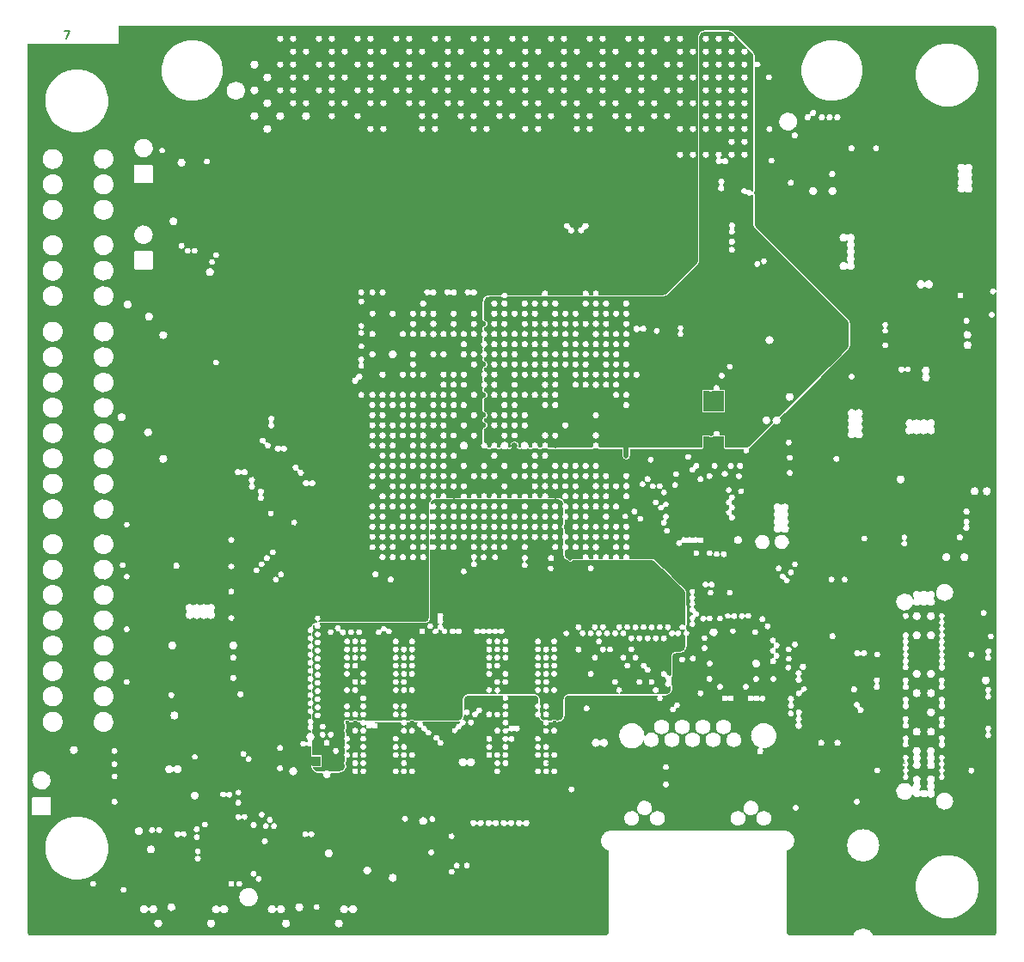
<source format=gbr>
*
%FSLAX26Y26*%
%MOIN*%
%ADD10C,0.006000*%
%ADD11R,0.062992X0.062992*%
%ADD12C,0.047244*%
%ADD13C,0.070000*%
%ADD14C,0.065000*%
%ADD15R,0.065000X0.065000*%
%ADD16R,0.029528X0.029528*%
%ADD17R,0.030709X0.030709*%
%ADD18R,0.050689X0.050689*%
%ADD19R,0.039370X0.039370*%
%ADD20R,0.049213X0.049213*%
%ADD21R,0.059055X0.059055*%
%ADD22R,0.031496X0.031496*%
%ADD23C,0.055118*%
%ADD24C,0.078740*%
%ADD25C,0.025000*%
%ADD26C,0.016000*%
%ADD27C,0.018000*%
%ADD28C,0.017000*%
%ADD29C,0.018800*%
%ADD30R,0.031675X0.031675*%
%ADD31C,0.019875*%
%ADD32C,0.020000*%
%ADD33R,0.040370X0.040370*%
%ADD34C,0.004000*%
%ADD35C,0.003000*%
%ADD36C,0.023874*%
%ADD37R,0.002000X0.002000*%
%ADD38C,0.027811*%
%IPPOS*%
%LNciaa_acc-l7.gnd.gbr*%
%LPD*%
G75*
G54D10*
X01332520Y-01207981D02*
X01352520D01*
X01339663Y-01237981D01*
G54D11*
X03755900Y-03098400D03*
X03818900D03*
X03755900Y-03035400D03*
X03818900D03*
G54D12*
X03968700Y-03910500D03*
X03391654Y-04584882D02*
Y-04561260D01*
X04185748Y-04584882D02*
Y-04561260D01*
G54D13*
X02657500Y-04437000D03*
X03228300D03*
X03252000Y-04631900D03*
X02633900D03*
G54D14*
X01244100Y-04018100D03*
G54D15*
X02047200Y-04670900D03*
G54D16*
X02280500Y-04046253D02*
Y-04040347D01*
G54D17*
X04741294Y-03147100D02*
X04753106D01*
X04698794D02*
X04710606D01*
X04656294D02*
X04668106D01*
X04741294Y-03116400D02*
X04753106D01*
X04741294Y-03085700D02*
X04753106D01*
X04741294Y-03055000D02*
X04753106D01*
X04741294Y-03024300D02*
X04753106D01*
X04741294Y-02993600D02*
X04753106D01*
X04741294Y-02962900D02*
X04753106D01*
X04698794D02*
X04710606D01*
X04698794Y-02993600D02*
X04710606D01*
X04698794Y-03024300D02*
X04710606D01*
X04698794Y-03055000D02*
X04710606D01*
X04698794Y-03085700D02*
X04710606D01*
X04698794Y-03116400D02*
X04710606D01*
X04656294D02*
X04668106D01*
X04656294Y-03085700D02*
X04668106D01*
X04656294Y-03055000D02*
X04668106D01*
X04656294Y-03024300D02*
X04668106D01*
X04656294Y-02993600D02*
X04668106D01*
X04656294Y-02962900D02*
X04668106D01*
G54D18*
X04749300Y-02438200D03*
X04698600D03*
X04647900D03*
X04597200D03*
X04749300Y-02387500D03*
X04698600D03*
X04647900D03*
X04597200D03*
X04749300Y-02336900D03*
X04698600D03*
X04647900D03*
X04597200D03*
X04749300Y-02286200D03*
X04698600D03*
X04647900D03*
X04597200D03*
G54D19*
X04319700Y-03843721D02*
Y-03833879D01*
Y-03794521D02*
Y-03784679D01*
Y-03892921D02*
Y-03883079D01*
X04280300Y-03892921D02*
Y-03883079D01*
Y-03843721D02*
Y-03833879D01*
Y-03794521D02*
Y-03784679D01*
Y-03745321D02*
Y-03735479D01*
Y-03696121D02*
Y-03686279D01*
Y-03646921D02*
Y-03637079D01*
X04319700Y-03646921D02*
Y-03637079D01*
Y-03696121D02*
Y-03686279D01*
Y-03745321D02*
Y-03735479D01*
G54D20*
X01931100Y-04340600D03*
Y-04439000D03*
X02029500Y-04340600D03*
X01980300Y-04439000D03*
X01931100Y-04389800D03*
X01980300D03*
X02029500D03*
X01980300Y-04340600D03*
X02029500Y-04439000D03*
G54D19*
X03870100Y-02842500D03*
X03830700D03*
X04185000Y-02893700D03*
X04224400D03*
Y-02933100D03*
X04185000D03*
G54D11*
X04283500Y-03220500D03*
X04346500D03*
Y-03283500D03*
X04283500D03*
X04220500D03*
Y-03220500D03*
Y-03157500D03*
X04283500D03*
X04346500D03*
G54D21*
X03895500Y-03674500D03*
Y-03615500D03*
X03954500D03*
Y-03674500D03*
G54D22*
X04306500Y-01686500D03*
X04275000D03*
X04243500D03*
Y-01655000D03*
X04275000D03*
X04306500D03*
Y-01623500D03*
X04275000D03*
X04243500D03*
G54D23*
X04242992Y-04649528D02*
Y-04602283D01*
Y-04464488D02*
Y-04417244D01*
X04617008Y-04649528D02*
Y-04602283D01*
Y-04464488D02*
Y-04417244D01*
G54D24*
X04390630Y-04606220D02*
X04469370D01*
G54D25*
X01759800Y-03551200D03*
G54D26*
X02539400Y-04102400D03*
X03933100Y-03212600D03*
X04468500Y-03283500D03*
X03988200Y-03543300D03*
X01921300Y-02047200D03*
G54D25*
X04700800Y-01645700D03*
Y-01673200D03*
X04429100Y-01893700D03*
Y-01940900D03*
G54D26*
X04413400Y-02606300D03*
G54D25*
X04421300Y-02263800D03*
X04472400Y-02224400D03*
X04909400Y-02850400D03*
Y-02878000D03*
X04862200D03*
Y-02850400D03*
X04417300Y-02354300D03*
G54D26*
X04425200Y-02456700D03*
X04503900Y-02551200D03*
Y-02488200D03*
G54D25*
X04252000Y-02708700D03*
Y-02629900D03*
G54D26*
X04913400Y-02078700D03*
X04929100Y-02645700D03*
Y-02279500D03*
Y-02252000D03*
Y-02189000D03*
Y-02563000D03*
Y-02492100D03*
G54D25*
X04933100Y-02460600D03*
Y-02342500D03*
G54D26*
X04225000Y-04135000D03*
G54D25*
X01417300Y-01870100D03*
Y-02204700D03*
G54D26*
X01716500Y-01622000D03*
X04935000Y-03685000D03*
X04735000Y-03705000D03*
X04850000D03*
X04735000Y-03780000D03*
X04850000D03*
Y-03855000D03*
X04735000D03*
X04850000Y-03930000D03*
X04735000D03*
X04850000Y-04005000D03*
X04735000D03*
X04595000D03*
X04485000D03*
X04595000Y-03930000D03*
X04485000D03*
G54D25*
X04615000Y-03855000D03*
G54D27*
X04595000Y-03780000D03*
X04485000D03*
X04595000Y-03705000D03*
X04485000D03*
G54D26*
X04925200Y-03535400D03*
G54D25*
X01771700Y-03728300D03*
X01988200Y-03685000D03*
G54D26*
X02866100Y-04334600D03*
G54D25*
X02685000Y-04275600D03*
G54D26*
X02783500Y-04267700D03*
X02815000Y-04448800D03*
X01444900Y-04665400D03*
X01539400D03*
G54D25*
X01370100Y-04200800D03*
Y-04102400D03*
Y-04051200D03*
X02019700Y-03854300D03*
G54D26*
X02248000Y-04452800D03*
X01527600Y-04354300D03*
G54D25*
X01696900Y-04358300D03*
X01535400Y-04484300D03*
X01696900Y-04476400D03*
G54D26*
X01586600Y-04291300D03*
X01958100Y-04020700D03*
G54D25*
X01740200Y-03940900D03*
X01771700D03*
X02216500Y-04389800D03*
X01850400Y-04610200D03*
X01980300Y-03129900D03*
G54D26*
X01712600Y-03354300D03*
X01807100Y-03385800D03*
X01917300Y-03208700D03*
X01653500Y-03228300D03*
X01811000Y-03208700D03*
X01767700Y-02661400D03*
Y-03126000D03*
X01917300Y-02173200D03*
X01921300Y-02464600D03*
G54D25*
X01708700Y-02173200D03*
X01834600Y-01720500D03*
G54D27*
X03716500Y-02862200D03*
G54D26*
X04307100Y-04019700D03*
X04083085Y-03992581D03*
X04090600Y-04224400D03*
X03901600Y-04133900D03*
X04185000Y-03940900D03*
G54D25*
X04850400Y-01590600D03*
X04527600D03*
X04850400Y-02047200D03*
X04527600D03*
X04704700Y-01909400D03*
X04476400Y-04200800D03*
X04181100Y-01972400D03*
X04220500D03*
X04145700Y-02708700D03*
X02909400Y-04094500D03*
X02878000D03*
G54D26*
X02846500Y-03980300D03*
X03425200Y-03838600D03*
X03393700D03*
G54D25*
Y-04019700D03*
X03425200D03*
G54D26*
X02169300Y-03748000D03*
Y-03543300D03*
Y-03874000D03*
G54D25*
X02200800Y-04492100D03*
X02149600D03*
G54D26*
X02539400Y-04527600D03*
G54D25*
X02444900Y-04468500D03*
X02346500Y-04610200D03*
G54D27*
X03661400Y-02862200D03*
X03689000D03*
G54D25*
X04165400Y-03559100D03*
X04271700Y-03456700D03*
X04307100D03*
X04413400Y-03559100D03*
X04452800Y-03456700D03*
G54D26*
X03692900Y-03177200D03*
X02063000Y-03043300D03*
G54D27*
X02960600Y-02622000D03*
X02881900Y-02937000D03*
G54D25*
X02921300Y-02897600D03*
Y-02818900D03*
G54D27*
X02566900Y-02464600D03*
X02606300Y-02425200D03*
G54D28*
X02460600Y-03893700D03*
G54D25*
X03078700Y-02897600D03*
G54D27*
X03039400Y-02937000D03*
G54D25*
X03078700Y-02818900D03*
G54D27*
X02803100Y-02425200D03*
X02960600Y-02740200D03*
X03472400Y-02858300D03*
G54D26*
X04185000Y-03066900D03*
G54D27*
X03110200Y-04346500D03*
X03051200D03*
X02992100D03*
X02933100D03*
G54D26*
X03944900Y-03066900D03*
X04421300Y-03315000D03*
X04105000Y-03680000D03*
X03730000Y-03790000D03*
X04040000Y-03850000D03*
X03765000Y-03800000D03*
X03875000Y-03390000D03*
G54D27*
X02606300Y-03094500D03*
X02527600Y-03252000D03*
X02645700Y-03212600D03*
X03236200Y-03015700D03*
X03511800Y-03055100D03*
X03393700Y-03094500D03*
X03433100Y-03212600D03*
X02842500Y-03015700D03*
X03275600Y-03133900D03*
X03295300Y-03255900D03*
G54D26*
X02980300Y-03830700D03*
G54D28*
X03232300Y-03893700D03*
G54D26*
Y-03956700D03*
X03200800D03*
X03232300Y-03988200D03*
X03169300Y-04051200D03*
X03232300D03*
X02980300Y-04082700D03*
Y-04051200D03*
X03011800Y-03988200D03*
Y-03956700D03*
X02980300Y-03925200D03*
X03011800Y-03893700D03*
X02980300D03*
X02618100Y-04051200D03*
X02681100Y-03988200D03*
X02649600Y-03956700D03*
X02681100D03*
G54D28*
Y-03893700D03*
G54D26*
Y-04051200D03*
G54D28*
X02429100Y-03893700D03*
Y-03925200D03*
G54D26*
Y-04082700D03*
G54D28*
Y-04051200D03*
G54D26*
X02460600Y-03956700D03*
Y-03988200D03*
G54D27*
X02370000Y-01640000D03*
X03000000Y-02976400D03*
X03354300D03*
X03472400Y-02937000D03*
X02842500Y-02897600D03*
X03000000D03*
X03196900D03*
X03315000Y-02858300D03*
X03039400D03*
X02881900D03*
X02842500Y-02818900D03*
X02881900Y-02779500D03*
X02842500Y-02740200D03*
X02921300D03*
X02960600Y-02700800D03*
X02881900D03*
X02921300Y-02661400D03*
X02645700Y-02346500D03*
X02724400D03*
X02803100D03*
X02566900D03*
X02527600Y-02267700D03*
X02606300D03*
X02685000D03*
X02763800D03*
X02842500D03*
X02881900Y-02346500D03*
X02960600D03*
X02921300Y-02267700D03*
Y-02425200D03*
X02763800D03*
X02685000D03*
X02527600D03*
X02763800Y-02543300D03*
X02645700Y-02503900D03*
X02724400D03*
X02763800D03*
X02803100D03*
X02842500D03*
X02881900D03*
X02960600D03*
X02881900Y-02622000D03*
X02763800Y-02582700D03*
X02724400D03*
X02685000D03*
X02645700D03*
X02606300D03*
X02566900D03*
X02527600D03*
X02685000Y-02937000D03*
X02724400Y-03055100D03*
X02566900Y-02976400D03*
X02763800Y-02779500D03*
X02527600Y-02858300D03*
X02645700Y-02818900D03*
X02724400Y-02661400D03*
X02606300Y-02700800D03*
X03420000Y-01690000D03*
X03470000D03*
X02420000D03*
X03670000Y-01290000D03*
X02120000Y-01240000D03*
X02270000D03*
X02420000D03*
X02570000D03*
X02720000D03*
X02870000D03*
X03020000D03*
X03170000D03*
X03320000D03*
X03470000D03*
X03620000D03*
X03770000D03*
X02070000Y-01690000D03*
X02220000D03*
X02270000D03*
X02470000D03*
X02620000D03*
X02670000D03*
X02820000D03*
X02870000D03*
X03020000D03*
X03070000D03*
X03270000D03*
X03620000D03*
X03670000D03*
X04020000D03*
X03770000Y-01640000D03*
X03720000D03*
X03570000D03*
X03520000D03*
X03370000D03*
X03320000D03*
X03170000D03*
X03120000D03*
X02970000D03*
X02920000D03*
X02770000D03*
X02720000D03*
X02570000D03*
X02520000D03*
X02320000D03*
X02170000D03*
X02120000D03*
X02070000Y-01590000D03*
X02170000D03*
X02270000D03*
X02370000D03*
X02420000D03*
X02470000D03*
X02620000D03*
X02670000D03*
X02820000D03*
X02870000D03*
X03020000D03*
X03070000D03*
X03220000D03*
X03270000D03*
X03420000D03*
X03470000D03*
X03620000D03*
X03670000D03*
X04020000D03*
X03770000Y-01540000D03*
X03720000D03*
X03570000D03*
X03420000D03*
X03270000D03*
X03120000D03*
X02970000D03*
X02820000D03*
X02670000D03*
X02320000D03*
X02220000D03*
X02120000D03*
X02070000Y-01490000D03*
X02170000D03*
X02320000D03*
X02470000D03*
X02620000D03*
X02770000D03*
X02920000D03*
X03070000D03*
X03220000D03*
X03370000D03*
X03520000D03*
X03670000D03*
X04020000D03*
X03770000Y-01440000D03*
X03320000D03*
X03170000D03*
X03020000D03*
X02870000D03*
X02720000D03*
X02570000D03*
X02420000D03*
X02270000D03*
X02120000D03*
X02070000Y-01390000D03*
X02170000D03*
X02320000D03*
X02470000D03*
X02620000D03*
X02770000D03*
X02920000D03*
X03070000D03*
X03220000D03*
X03370000D03*
X03520000D03*
X03670000D03*
X03470000Y-01440000D03*
X03620000D03*
X04020000Y-01390000D03*
X03770000Y-01340000D03*
X03620000D03*
X03470000D03*
X03320000D03*
X03170000D03*
X03020000D03*
X02870000D03*
X02720000D03*
X02570000D03*
X02420000D03*
X02270000D03*
X02120000D03*
X02070000Y-01290000D03*
X02170000D03*
X02320000D03*
X02470000D03*
X02620000D03*
X02770000D03*
X02920000D03*
X03070000D03*
X03220000D03*
X03370000D03*
X03520000D03*
X04020000D03*
X03970000Y-01240000D03*
G54D26*
X02374000Y-04063000D03*
X03011800Y-03704700D03*
X03232300Y-03862200D03*
X02681100D03*
X02460600Y-03704700D03*
G54D27*
X03078700Y-03055100D03*
X03157500D03*
G54D25*
X04216500Y-02389800D03*
X04189000D03*
X04311000Y-02413400D03*
X04283500D03*
X04255900D03*
X04228300D03*
X04200800D03*
X04173200D03*
G54D26*
X03511800Y-02464600D03*
G54D27*
X03354300Y-02661400D03*
X03511800Y-02858300D03*
X03236200Y-02818900D03*
X03354300Y-02779500D03*
X03472400Y-02740200D03*
X03196900Y-02700800D03*
X03433100Y-02622000D03*
X03157500Y-02582700D03*
X03275600Y-02543300D03*
X03118100Y-02464600D03*
X03393700Y-02503900D03*
X03236200Y-02425200D03*
X03354300Y-02385800D03*
X03196900Y-02307100D03*
X03472400Y-02346500D03*
X03315000Y-02267700D03*
X03078700Y-02346500D03*
G54D29*
X03511811Y-02858268D02*
Y-02779528D01*
X03472441Y-02740157D01*
G36*
X01187658Y-01261716D02*
G02X01189466Y-01259516I00002396J-00000126D01*
G01X01542907Y-01259416D01*
X01542908Y-01240002D01*
X02157366D01*
G03X02182614Y-01240002I00012624J00000000D01*
G01X02207366D01*
G03X02232614Y-01240002I00012624J00000000D01*
G01X02307366D01*
G03X02332614Y-01240002I00012624J00000000D01*
G01X02357366D01*
G03X02382614Y-01240002I00012624J00000000D01*
G01X02457366D01*
G03X02482614Y-01240002I00012624J00000000D01*
G01X02507366D01*
G03X02532614Y-01240002I00012624J00000000D01*
G01X02607366D01*
G03X02632614Y-01240002I00012624J00000000D01*
G01X02657366D01*
G03X02682614Y-01240002I00012624J00000000D01*
G01X02757366D01*
G03X02782614Y-01240002I00012624J00000000D01*
G01X02807366D01*
G03X02832614Y-01240002I00012624J00000000D01*
G01X02907366D01*
G03X02932614Y-01240002I00012624J00000000D01*
G01X02957366D01*
G03X02982614Y-01240002I00012624J00000000D01*
G01X03057366D01*
G03X03082614Y-01240002I00012624J00000000D01*
G01X03107366D01*
G03X03132614Y-01240002I00012624J00000000D01*
G01X03207366D01*
G03X03232614Y-01240002I00012624J00000000D01*
G01X03257366D01*
G03X03282614Y-01240002I00012624J00000000D01*
G01X03357366D01*
G03X03382614Y-01240002I00012624J00000000D01*
G01X03407366D01*
G03X03432614Y-01240002I00012624J00000000D01*
G01X03507366D01*
G03X03532614Y-01240002I00012624J00000000D01*
G01X03557366D01*
G03X03582614Y-01240002I00012624J00000000D01*
G01X03657366D01*
G03X03682614Y-01240002I00012624J00000000D01*
G01X03707366D01*
G03X03732614Y-01240002I00012624J00000000D01*
G01X03790013D01*
X03790005Y-01290002D01*
X03782614D01*
G03X03757366Y-01290002I-00012624J00000000D01*
G01X03732614D01*
G03X03707366Y-01290002I-00012624J00000000D01*
G01X03632614D01*
G03X03607366Y-01290002I-00012624J00000000D01*
G01X03582614D01*
G03X03557366Y-01290002I-00012624J00000000D01*
G01X03482614D01*
G03X03457366Y-01290002I-00012624J00000000D01*
G01X03432614D01*
G03X03407366Y-01290002I-00012624J00000000D01*
G01X03332614D01*
G03X03307366Y-01290002I-00012624J00000000D01*
G01X03282614D01*
G03X03257366Y-01290002I-00012624J00000000D01*
G01X03182614D01*
G03X03157366Y-01290002I-00012624J00000000D01*
G01X03132614D01*
G03X03107366Y-01290002I-00012624J00000000D01*
G01X03032614D01*
G03X03007366Y-01290002I-00012624J00000000D01*
G01X02982614D01*
G03X02957366Y-01290002I-00012624J00000000D01*
G01X02882614D01*
G03X02857366Y-01290002I-00012624J00000000D01*
G01X02832614D01*
G03X02807366Y-01290002I-00012624J00000000D01*
G01X02732614D01*
G03X02707366Y-01290002I-00012624J00000000D01*
G01X02682614D01*
G03X02657366Y-01290002I-00012624J00000000D01*
G01X02582614D01*
G03X02557366Y-01290002I-00012624J00000000D01*
G01X02532614D01*
G03X02507366Y-01290002I-00012624J00000000D01*
G01X02432614D01*
G03X02407366Y-01290002I-00012624J00000000D01*
G01X02382614D01*
G03X02357366Y-01290002I-00012624J00000000D01*
G01X02282614D01*
G03X02257366Y-01290002I-00012624J00000000D01*
G01X02232614D01*
G03X02207366Y-01290002I-00012624J00000000D01*
G01X01921905D01*
X01920652Y-01288116D01*
X01904383Y-01271716D01*
X01885276Y-01258816D01*
X01863915Y-01249816D01*
X01841517Y-01245216D01*
X01818209Y-01245007D01*
X01795591Y-01249316D01*
X01774036Y-01258016D01*
X01754781Y-01270616D01*
X01738237Y-01286816D01*
X01725228Y-01305816D01*
X01716098Y-01327116D01*
X01711303Y-01349716D01*
X01710982Y-01372716D01*
X01437353D01*
X01417371Y-01364316D01*
X01394095Y-01359516D01*
X01370041Y-01359307D01*
X01346480Y-01363816D01*
X01324453Y-01372716D01*
X01304443Y-01385816D01*
X01287398Y-01402516D01*
X01273917Y-01422216D01*
X01264531Y-01444116D01*
X01259565Y-01467516D01*
X01259232Y-01491316D01*
X01187661D01*
X01187658Y-01261716D01*
G37*
G36*
X01187661Y-01491316D02*
X01259232D01*
X01263542Y-01514816D01*
X01272334Y-01537016D01*
X01285224Y-01557016D01*
X01301816Y-01574216D01*
X01321374Y-01587816D01*
X01343310Y-01597416D01*
X01366506Y-01602516D01*
X01390437Y-01603039D01*
X01413880Y-01598916D01*
X01436322Y-01590216D01*
X01436648Y-01590009D01*
X02103859D01*
G03X02136117Y-01590009I00016129J00000000D01*
G01X02507366D01*
G03X02532614Y-01590002I00012624J00000007D01*
G01X02557366D01*
G03X02582614Y-01590002I00012624J00000000D01*
G01X02707366D01*
G03X02732614Y-01590002I00012624J00000000D01*
G01X02757366D01*
G03X02782614Y-01590002I00012624J00000000D01*
G01X02907366D01*
G03X02932614Y-01590002I00012624J00000000D01*
G01X02957366D01*
G03X02982614Y-01590002I00012624J00000000D01*
G01X03107366D01*
G03X03132614Y-01590002I00012624J00000000D01*
G01X03157366D01*
G03X03182614Y-01590002I00012624J00000000D01*
G01X03307366D01*
G03X03332614Y-01590002I00012624J00000000D01*
G01X03357366D01*
G03X03382614Y-01590002I00012624J00000000D01*
G01X03507366D01*
G03X03532614Y-01590002I00012624J00000000D01*
G01X03557366D01*
G03X03582614Y-01590002I00012624J00000000D01*
G01X03707366D01*
G03X03732614Y-01590002I00012624J00000000D01*
G01X03757366D01*
G03X03782614Y-01590002I00012624J00000000D01*
G01X03789954D01*
X03789940Y-01673166D01*
X01724603D01*
G03X01703784Y-01665020I-00012003J00000000D01*
G01X01676211D01*
G03X01603789Y-01665020I-00036211J00000000D01*
G01X01187663D01*
X01187661Y-01491316D01*
G37*
G36*
X01187663Y-01665020D02*
X01603789D01*
G03X01666214Y-01690002I00036211J00000000D01*
G01X03707366D01*
G03X03732614Y-01690002I00012624J00000000D01*
G01X03757366D01*
G03X03782614Y-01690002I00012624J00000000D01*
G01X03789937D01*
X03789932Y-01716466D01*
X01897803D01*
G03X01873797Y-01716466I-00012003J00000000D01*
G01X01802993D01*
G03X01779165Y-01706616I-00015603J-00004000D01*
G01X01524034D01*
G03X01445913Y-01706616I-00039061J00000000D01*
G01X01327184D01*
G03X01249063Y-01706616I-00039061J00000000D01*
G01X01187664D01*
X01187663Y-01665020D01*
G37*
G36*
X01187664Y-01706616D02*
X01249063D01*
G03X01327184Y-01706616I00039061J00000000D01*
G01X01445913D01*
G03X01514160Y-01732575I00039061J00000000D01*
G01X01603870D01*
G03X01603871Y-01732616I00003704J00000000D01*
G01X01603871Y-01797416D01*
G03X01607257Y-01801116I00003704J-00000009D01*
G01X01672737D01*
G03X01676130Y-01797425I-00000311J00003691D01*
G01X03789918D01*
X03789917Y-01805016D01*
X01524034D01*
G03X01445913Y-01805016I-00039061J00000000D01*
G01X01327184D01*
G03X01249063Y-01805016I-00039061J00000000D01*
G01X01187665D01*
X01187664Y-01706616D01*
G37*
G36*
X01187665Y-01805016D02*
X01249063D01*
G03X01327184Y-01805016I00039061J00000000D01*
G01X01445913D01*
G03X01524034Y-01805016I00039061J00000000D01*
G01X03789917D01*
X03789900Y-01903451D01*
X01524052D01*
G03X01445895Y-01903451I-00039078J00000000D01*
G01X01327201D01*
G03X01249045Y-01903451I-00039078J00000000D01*
G01X01187666D01*
X01187665Y-01805016D01*
G37*
G36*
X01187666Y-01903451D02*
X01249045D01*
G03X01327201Y-01903451I00039078J00000000D01*
G01X01445895D01*
G03X01524052Y-01903451I00039078J00000000D01*
G01X03789900D01*
X03789893Y-01948832D01*
X01772019D01*
G03X01739769Y-01948832I-00016125J00000000D01*
G01X01187667D01*
X01187666Y-01903451D01*
G37*
G36*
X01187667Y-01948832D02*
X01739769D01*
G03X01772019Y-01948832I00016125J00000000D01*
G01X03789893D01*
X03789890Y-01966408D01*
X03366258D01*
G03X03341044Y-01967616I-00012636J00000000D01*
G02X03338298Y-01971116I-00002222J-00001084D01*
G03X03323762Y-01983603I-00001905J-00012487D01*
G01X03311231D01*
G03X03296757Y-01971116I-00012637J-00000016D01*
G02X03293869Y-01968516I-00000499J00002349D01*
G03X03268767Y-01966370I-00012459J00002146D01*
G01X01653374D01*
G03X01603789Y-02000020I-00013374J-00033651D01*
G01X01187668D01*
X01187667Y-01948832D01*
G37*
G36*
X01187668Y-02000020D02*
X01603789D01*
G03X01676211Y-02000020I00036211J00000000D01*
G01X03789884D01*
X03789877Y-02043266D01*
X01799403D01*
G03X01775511Y-02041616I-00012003J00000000D01*
G01X01524034D01*
G03X01445913Y-02041616I-00039061J00000000D01*
G01X01327184D01*
G03X01249063Y-02041616I-00039061J00000000D01*
G01X01187668D01*
X01187668Y-02000020D01*
G37*
G36*
X01187668Y-02041616D02*
X01249063D01*
G03X01327184Y-02041616I00039061J00000000D01*
G01X01445913D01*
G03X01514160Y-02067575I00039061J00000000D01*
G01X01603870D01*
G03X01603871Y-02067616I00003704J00000000D01*
G01X01603871Y-02132416D01*
G03X01607257Y-02136116I00003704J-00000009D01*
G01X01672737D01*
G03X01676130Y-02132425I-00000311J00003691D01*
G01X01888454D01*
G03X01882542Y-02140016I00009172J-00013241D01*
G01X01524034D01*
G03X01445913Y-02140016I-00039061J00000000D01*
G01X01327184D01*
G03X01249063Y-02140016I-00039061J00000000D01*
G01X01187669D01*
X01187668Y-02041616D01*
G37*
G36*
X01187669Y-02140016D02*
X01249063D01*
G03X01327184Y-02140016I00039061J00000000D01*
G01X01445913D01*
G03X01523623Y-02145666I00039061J00000000D01*
G01X01881518D01*
G03X01913734Y-02145666I00016108J00000000D01*
G01X03752116D01*
X03667501Y-02230374D01*
G02X03657388Y-02234716I-00010531J00010582D01*
G01X03405225Y-02234814D01*
G02X03405251Y-02233416I00002309J00000656D01*
G03X03382180Y-02233516I-00011558J00005101D01*
G02X03382215Y-02234816I-00002402J-00000714D01*
G01X03365811D01*
G02X03365881Y-02233416I00002435J00000580D01*
G03X03342399Y-02232416I-00011545J00005101D01*
G02X03342903Y-02234816I-00001868J-00001645D01*
G01X03207811D01*
G02X03207836Y-02233416I00002308J00000659D01*
G03X03184354Y-02232416I-00011545J00005101D01*
G02X03184853Y-02234816I-00001875J-00001642D01*
G01X03052155D01*
G03X03034692Y-02224442I-00012677J-00001453D01*
G01X02933904D01*
G03X02911314Y-02216616I-00012651J00000000D01*
G02X02907602Y-02216616I-00001856J00001566D01*
G03X02884986Y-02224391I-00009971J-00007775D01*
G01X02855164D01*
G03X02832574Y-02216616I-00012650J-00000050D01*
G02X02828861Y-02216616I-00001856J00001566D01*
G03X02806245Y-02224391I-00009971J-00007775D01*
G01X02776424D01*
G03X02753834Y-02216616I-00012650J-00000050D01*
G02X02750121Y-02216616I-00001856J00001566D01*
G03X02727505Y-02224366I-00009971J-00007775D01*
G01X02578903D01*
G03X02554897Y-02224366I-00012003J00000000D01*
G01X02539603D01*
G03X02515597Y-02224366I-00012003J00000000D01*
G01X02496303D01*
G03X02472297Y-02224366I-00012003J00000000D01*
G01X01521425D01*
G03X01445895Y-02238451I-00036451J-00014085D01*
G01X01327201D01*
G03X01249045Y-02238451I-00039078J00000000D01*
G01X01187670D01*
X01187669Y-02140016D01*
G37*
G36*
X01187670Y-02238451D02*
X01249045D01*
G03X01327201Y-02238451I00039078J00000000D01*
G01X01445895D01*
G03X01505562Y-02271666I00039078J00000000D01*
G01X01562621D01*
G03X01594836Y-02271666I00016108J00000000D01*
G01X02482731D01*
G03X02493280Y-02267730I00001569J00011900D01*
G01X02711776D01*
G03X02737024Y-02267730I00012624J00000000D01*
G01X02955230D01*
X02955233Y-02307066D01*
X02933856D01*
G03X02908644Y-02307066I-00012606J00000000D01*
G01X02855116D01*
G03X02829904Y-02307066I-00012606J00000000D01*
G01X02776376D01*
G03X02751164Y-02307066I-00012606J00000000D01*
G01X02737006D01*
G03X02711794Y-02307066I-00012606J00000000D01*
G01X02697636D01*
G03X02672424Y-02307066I-00012606J00000000D01*
G01X02618896D01*
G03X02593684Y-02307066I-00012606J00000000D01*
G01X02540155D01*
G03X02514943Y-02307066I-00012606J00000000D01*
G01X01672356D01*
G03X01645278Y-02318906I-00010951J-00011840D01*
G01X01187671D01*
X01187670Y-02238451D01*
G37*
G36*
X01187671Y-02318906D02*
X01645278D01*
G03X01677533Y-02318906I00016128J00000000D01*
G01X02523223D01*
G03X02540155Y-02307066I00004327J00011840D01*
G01X02593684D01*
G03X02618896Y-02307066I00012606J00000000D01*
G01X02672424D01*
G03X02697636Y-02307066I00012606J00000000D01*
G01X02711794D01*
G03X02737006Y-02307066I00012606J00000000D01*
G01X02751164D01*
G03X02776376Y-02307066I00012606J00000000D01*
G01X02829904D01*
G03X02855116Y-02307066I00012606J00000000D01*
G01X02908644D01*
G03X02933856Y-02307066I00012606J00000000D01*
G01X02955233D01*
X02955235Y-02331879D01*
G03X02957005Y-02336364I00007380J00000320D01*
G01X02957000Y-02346466D01*
X02933856D01*
G03X02908644Y-02346466I-00012606J00000000D01*
G01X02855116D01*
G03X02829904Y-02346466I-00012606J00000000D01*
G01X02776376D01*
G03X02751164Y-02346466I-00012606J00000000D01*
G01X02697636D01*
G03X02672424Y-02346466I-00012606J00000000D01*
G01X02493433D01*
G03X02483205Y-02366216I-00009133J-00007794D01*
G02X02483439Y-02369816I-00001460J-00001902D01*
G03X02472211Y-02381825I00000808J-00012009D01*
G01X01730538D01*
G03X01707221Y-02376616I-00014014J-00007941D01*
G01X01524034D01*
G03X01445913Y-02376616I-00039061J00000000D01*
G01X01327184D01*
G03X01249063Y-02376616I-00039061J00000000D01*
G01X01187672D01*
X01187671Y-02318906D01*
G37*
G36*
X01187672Y-02376616D02*
X01249063D01*
G03X01327184Y-02376616I00039061J00000000D01*
G01X01445913D01*
G03X01521754Y-02389766I00039061J00000000D01*
G01X01700416D01*
G03X01732631Y-02389766I00016108J00000000D01*
G01X02475202D01*
G03X02495585Y-02385866I00009045J00007941D01*
G01X02514943D01*
G03X02540155Y-02385866I00012606J00000000D01*
G01X02633054D01*
G03X02658266Y-02385866I00012606J00000000D01*
G01X02672424D01*
G03X02697636Y-02385866I00012606J00000000D01*
G01X02711794D01*
G03X02737006Y-02385866I00012606J00000000D01*
G01X02751164D01*
G03X02776376Y-02385866I00012606J00000000D01*
G01X02790534D01*
G03X02815746Y-02385866I00012606J00000000D01*
G01X02829904D01*
G03X02855116Y-02385866I00012606J00000000D01*
G01X02869274D01*
G03X02894486Y-02385866I00012606J00000000D01*
G01X02908644D01*
G03X02933856Y-02385866I00012606J00000000D01*
G01X02948034D01*
G03X02954834Y-02397016I00012613J00000044D01*
G02X02955956Y-02397442I-00000295J-00002465D01*
G03X02955230Y-02400765I00006732J-00003211D01*
G01X02955233Y-02410543D01*
G03X02955936Y-02413456I00007401J00000244D01*
G02X02955647Y-02413616I-00001304J00002013D01*
G03X02948005Y-02425195I00004975J-00011596D01*
G01X02894501D01*
G03X02869259Y-02425195I-00012621J00000000D01*
G01X02493362D01*
G03X02472297Y-02433066I-00009062J-00007871D01*
G01X01187673D01*
X01187672Y-02376616D01*
G37*
G36*
X01187673Y-02433066D02*
X02472297D01*
G03X02496303Y-02433066I00012003J00000000D01*
G01X02872014D01*
G03X02894501Y-02425195I00009866J00007871D01*
G01X02948005D01*
G03X02955917Y-02436920I00012618J-00000016D01*
G03X02955230Y-02440169I00006746J-00003124D01*
G01X02955235Y-02449975D01*
G03X02955938Y-02452825I00007392J00000311D01*
G02X02955581Y-02453016I-00001308J00002012D01*
G03X02948017Y-02464566I00005033J-00011548D01*
G01X02933856D01*
G03X02908644Y-02464566I-00012606J00000000D01*
G01X02894486D01*
G03X02869274Y-02464566I-00012606J00000000D01*
G01X02815746D01*
G03X02790534Y-02464566I-00012606J00000000D01*
G01X02776376D01*
G03X02751164Y-02464566I-00012606J00000000D01*
G01X02697636D01*
G03X02672424Y-02464566I-00012606J00000000D01*
G01X02622395D01*
G03X02590180Y-02464566I-00016108J00000000D01*
G01X02540155D01*
G03X02514943Y-02464566I-00012606J00000000D01*
G01X01522610D01*
G03X01445913Y-02475016I-00037637J-00010450D01*
G01X01327184D01*
G03X01249063Y-02475016I-00039061J00000000D01*
G01X01187673D01*
X01187673Y-02433066D01*
G37*
G36*
X01187673Y-02475016D02*
X01249063D01*
G03X01327184Y-02475016I00039061J00000000D01*
G01X01445913D01*
G03X01517877Y-02496066I00039061J00000000D01*
G01X01909297D01*
G03X01933303Y-02496066I00012003J00000000D01*
G01X02477962D01*
G02X02477339Y-02499416I-00002088J-00001344D01*
G03X02495260Y-02503966I00006843J-00010616D01*
G01X02672424D01*
G03X02697636Y-02503966I00012606J00000000D01*
G01X02908644D01*
G03X02933856Y-02503966I00012606J00000000D01*
G01X02957018D01*
X02957020Y-02513904D01*
G03X02955230Y-02518865I00005677J-00004852D01*
G01X02955232Y-02528633D01*
G03X02955935Y-02531567I00007403J00000222D01*
G02X02955669Y-02531716I-00001307J00002016D01*
G03X02948025Y-02543314I00004960J-00011587D01*
G01X02894507D01*
G03X02869254Y-02543314I-00012626J00000000D01*
G01X02855137D01*
G03X02829884Y-02543314I-00012626J00000000D01*
G01X02815766D01*
G03X02790513Y-02543314I-00012626J00000000D01*
G01X02737026D01*
G03X02711773Y-02543314I-00012626J00000000D01*
G01X02697656D01*
G03X02672403Y-02543314I-00012626J00000000D01*
G01X02658286D01*
G03X02633033Y-02543314I-00012626J00000000D01*
G01X02579546D01*
G03X02554293Y-02543314I-00012626J00000000D01*
G01X02486314D01*
G03X02463741Y-02551116I-00009906J-00007897D01*
G02X02461105Y-02554316I-00002332J-00000765D01*
G01Y-02554266D01*
G03X02447947Y-02566904I-00000510J-00012638D01*
G01X01523499D01*
G03X01445895Y-02573451I-00038526J-00006547D01*
G01X01327201D01*
G03X01249045Y-02573451I-00039078J00000000D01*
G01X01187675D01*
X01187673Y-02475016D01*
G37*
G36*
X01187675Y-02573451D02*
X01249045D01*
G03X01327201Y-02573451I00039078J00000000D01*
G01X01445895D01*
G03X01522950Y-02582666I00039078J00000000D01*
G01X02790534D01*
G03X02815746Y-02582666I00012606J00000000D01*
G01X02829904D01*
G03X02855116Y-02582666I00012606J00000000D01*
G01X02869274D01*
G03X02894486Y-02582666I00012606J00000000D01*
G01X02948002D01*
G03X02955931Y-02594412I00012620J-00000030D01*
G03X02955230Y-02597664I00006700J-00003147D01*
G01X02955236Y-02607490D01*
G03X02957029Y-02611983I00007377J00000340D01*
G01X02957029Y-02622066D01*
X02933856D01*
G03X02908644Y-02622066I-00012606J00000000D01*
G01X02855116D01*
G03X02829904Y-02622066I-00012606J00000000D01*
G01X02815746D01*
G03X02790534Y-02622066I-00012606J00000000D01*
G01X02776376D01*
G03X02751164Y-02622066I-00012606J00000000D01*
G01X02737006D01*
G03X02711794Y-02622066I-00012606J00000000D01*
G01X02697636D01*
G03X02672424Y-02622066I-00012606J00000000D01*
G01X02658266D01*
G03X02633054Y-02622066I-00012606J00000000D01*
G01X02618896D01*
G03X02593684Y-02622066I-00012606J00000000D01*
G01X02579525D01*
G03X02554313Y-02622066I-00012606J00000000D01*
G01X02540155D01*
G03X02514944Y-02621966I-00012606J00000000D01*
G01X02496303D01*
G03X02472297Y-02621966I-00012003J00000000D01*
G01X01187675D01*
X01187675Y-02573451D01*
G37*
G36*
X01187675Y-02621966D02*
X02472297D01*
G03X02496303Y-02622066I00012003J00000000D01*
G01X02514943D01*
G03X02540155Y-02622066I00012606J00000000D01*
G01X02554313D01*
G03X02579525Y-02622066I00012606J00000000D01*
G01X02593684D01*
G03X02618896Y-02622066I00012606J00000000D01*
G01X02633054D01*
G03X02658266Y-02622066I00012606J00000000D01*
G01X02672424D01*
G03X02697636Y-02622066I00012606J00000000D01*
G01X02711794D01*
G03X02737006Y-02622066I00012606J00000000D01*
G01X02751164D01*
G03X02776376Y-02622066I00012606J00000000D01*
G01X02790534D01*
G03X02815746Y-02622066I00012606J00000000D01*
G01X02829904D01*
G03X02855116Y-02622066I00012606J00000000D01*
G01X02908644D01*
G03X02933856Y-02622066I00012606J00000000D01*
G01X02957029D01*
X02957029Y-02632091D01*
G03X02955230Y-02636856I00005601J-00004836D01*
G01X02955232Y-02661431D01*
X02894503D01*
G03X02869257Y-02661431I-00012623J00000000D01*
G01X02855133D01*
G03X02829887Y-02661366I-00012623J00000000D01*
G01X02815103D01*
G03X02791097Y-02661366I-00012003J00000000D01*
G01X02776393D01*
G03X02751147Y-02661431I-00012623J-00000065D01*
G01X02697653D01*
G03X02672406Y-02661431I-00012623J00000000D01*
G01X02658283D01*
G03X02633036Y-02661431I-00012623J00000000D01*
G01X02618913D01*
G03X02593666Y-02661431I-00012623J00000000D01*
G01X02579543D01*
G03X02554296Y-02661431I-00012623J00000000D01*
G01X02540173D01*
G03X02514926Y-02661431I-00012623J00000000D01*
G01X01522638D01*
G03X01445890Y-02671869I-00037664J-00010438D01*
G01X01327207D01*
G03X01249039Y-02671869I-00039084J00000000D01*
G01X01187676D01*
X01187675Y-02621966D01*
G37*
G36*
X01187676Y-02671869D02*
X01249039D01*
G03X01327207Y-02671869I00039084J00000000D01*
G01X01445890D01*
G03X01498147Y-02708666I00039084J00000000D01*
G01X01538999D01*
G03X01571214Y-02708666I00016108J00000000D01*
G01X02124525D01*
G03X02128264Y-02725316I00010981J-00006279D01*
G02X02128314Y-02729316I-00001302J-00002017D01*
G03X02122367Y-02740033I00006682J-00010717D01*
G01X01509644D01*
G03X01445913Y-02770316I-00024671J-00030283D01*
G01X01327184D01*
G03X01249063Y-02770316I-00039061J00000000D01*
G01X01187677D01*
X01187676Y-02671869D01*
G37*
G36*
X01187677Y-02770316D02*
X01249063D01*
G03X01327184Y-02770316I00039061J00000000D01*
G01X01445913D01*
G03X01510637Y-02799763I00039061J00000000D01*
G01X02089023D01*
G03X02106505Y-02811516I00012692J00000000D01*
G02X02110150Y-02814716I00001533J-00001930D01*
G03X02128237Y-02829954I00011928J-00004195D01*
G01X02148322D01*
G03X02170935Y-02837716I00012638J00000000D01*
G02X02174616Y-02837816I00001799J-00001589D01*
G03X02182716Y-02843116I00010492J00007195D01*
G03X02197727Y-02830683I00002357J00012433D01*
G01X02523032D01*
G03X02540171Y-02818897I00004517J00011786D01*
G01X02554298D01*
G03X02579541Y-02818897I00012622J00000000D01*
G01X02593668D01*
G03X02618911Y-02818897I00012622J00000000D01*
G01X02672408D01*
G03X02697651Y-02818897I00012622J00000000D01*
G01X02711778D01*
G03X02737022Y-02818897I00012622J00000000D01*
G01X02751148D01*
G03X02776392Y-02818897I00012622J00000000D01*
G01X02790518D01*
G03X02815762Y-02818906I00012622J00000000D01*
G01X02865750D01*
G03X02898006Y-02818906I00016128J00000000D01*
G01X02947875D01*
G03X02969021Y-02828410I00012724J00000033D01*
G03X02974253Y-02831190I00005855J00004706D01*
G01X02979250Y-02832108D01*
X02985245Y-02832210D01*
G03X02991109Y-02830384I00000912J00007402D01*
G01X02996744Y-02830416D01*
G03X03003256Y-02830416I00003256J00011435D01*
G01X03009002D01*
G03X03012734Y-02832113I00004810J00005629D01*
G01X03020821Y-02832163D01*
G03X03026645Y-02830416I00000960J00007379D01*
G02X03028115Y-02830616I00000433J-00002319D01*
G03X03050390Y-02830716I00011190J00011717D01*
G01X03050809Y-02830516D01*
X03051169Y-02830416D01*
X03052226D01*
G03X03057309Y-02832166I00004785J00005640D01*
G01X03060864D01*
G03X03065970Y-02830416I00000315J00007406D01*
G01X03091597D01*
G03X03096679Y-02832166I00004785J00005640D01*
G01X03100234D01*
G03X03105340Y-02830416I00000315J00007406D01*
G01X03106258D01*
X03106619Y-02830516D01*
X03106855Y-02830616D01*
G03X03129130Y-02830716I00011190J00011717D01*
G01X03129549Y-02830516D01*
X03129910Y-02830416D01*
X03130920D01*
G03X03136693Y-02832166I00004855J00005618D01*
G01X03142726D01*
G03X03148516Y-02830416I00000930J00007378D01*
G01X03154244D01*
G03X03160756Y-02830416I00003256J00011435D01*
G01X03166378D01*
G03X03172863Y-02832166I00004986J00005585D01*
G01X03181460D01*
G03X03187968Y-02830416I00001516J00007337D01*
G01X03191597D01*
G03X03202104Y-02830416I00005254J00010811D01*
G01X03205851D01*
G03X03209600Y-02832116I00004812J00005628D01*
G01X03231581D01*
G03X03240819Y-02832116I00004619J00013216D01*
G01X03380949D01*
G03X03384708Y-02830416I-00001056J00007343D01*
G01X03388447D01*
G03X03398954Y-02830416I00005254J00010811D01*
G01X03402701D01*
G03X03406451Y-02832116I00004812J00005628D01*
G01X03497411D01*
Y-02858266D01*
X03209447D01*
G03X03184235Y-02858266I-00012606J00000000D01*
G01X03170077D01*
G03X03144865Y-02858266I-00012606J00000000D01*
G01X03012596D01*
G03X02987384Y-02858266I-00012606J00000000D01*
G01X02855116D01*
G03X02829904Y-02858266I-00012606J00000000D01*
G01X02815746D01*
G03X02790534Y-02858266I-00012606J00000000D01*
G01X02776376D01*
G03X02751164Y-02858266I-00012606J00000000D01*
G01X02737006D01*
G03X02711794Y-02858266I-00012606J00000000D01*
G01X02697636D01*
G03X02672424Y-02858266I-00012606J00000000D01*
G01X02658266D01*
G03X02633054Y-02858266I-00012606J00000000D01*
G01X02618896D01*
G03X02593684Y-02858266I-00012606J00000000D01*
G01X02579525D01*
G03X02554313Y-02858266I-00012606J00000000D01*
G01X01727488D01*
G03X01700472Y-02868716I-00010964J-00011800D01*
G01X01524034D01*
G03X01445913Y-02868716I-00039061J00000000D01*
G01X01327184D01*
G03X01249063Y-02868716I-00039061J00000000D01*
G01X01187678D01*
X01187677Y-02770316D01*
G37*
G36*
X01187678Y-02868716D02*
X01249063D01*
G03X01327184Y-02868716I00039061J00000000D01*
G01X01445913D01*
G03X01499404Y-02905013I00039061J00000000D01*
G01X02217314D01*
G03X02234757Y-02916716I00012647J00000000D01*
G02X02238680Y-02919416I00001619J-00001847D01*
G03X02237704Y-02922150I00011348J-00005594D01*
G01X02044533D01*
G03X02021579Y-02914816I-00012649J00000000D01*
G02X02017135Y-02915616I-00002403J00000603D01*
G03X01993689Y-02922166I-00010808J-00006550D01*
G01X01187679D01*
X01187678Y-02868716D01*
G37*
G36*
X01187679Y-02922166D02*
X01993689D01*
G03X02016607Y-02929516I00012638J00000000D01*
G02X02021013Y-02928616I00002414J-00000583D01*
G03X02044533Y-02922150I00010871J00006466D01*
G01X02237704D01*
G03X02254019Y-02937015I00012324J-00002859D01*
G01X02514923D01*
G03X02540176Y-02937015I00012626J00000000D01*
G01X02554293D01*
G03X02579546Y-02937015I00012626J00000000D01*
G01X02593663D01*
G03X02618916Y-02937015I00012626J00000000D01*
G01X02633033D01*
G03X02658286Y-02937015I00012626J00000000D01*
G01X02711773D01*
G03X02737026Y-02937015I00012626J00000000D01*
G01X02751143D01*
G03X02776396Y-02937015I00012626J00000000D01*
G01X02790513D01*
G03X02815766Y-02937015I00012626J00000000D01*
G01X02829884D01*
G03X02855137Y-02937015I00012626J00000000D01*
G01X02908624D01*
G03X02933877Y-02937015I00012626J00000000D01*
G01X02947994D01*
G03X02973247Y-02937015I00012626J00000000D01*
G01X02987364D01*
G03X03012617Y-02937015I00012626J00000000D01*
G01X03066104D01*
G03X03091357Y-02937015I00012626J00000000D01*
G01X03105474D01*
G03X03130727Y-02937015I00012626J00000000D01*
G01X03144844D01*
G03X03170097Y-02937015I00012626J00000000D01*
G01X03184214D01*
G03X03209467Y-02937015I00012626J00000000D01*
G01X03223584D01*
G03X03248837Y-02937015I00012626J00000000D01*
G01X03262954D01*
G03X03288207Y-02937015I00012626J00000000D01*
G01X03302325D01*
G03X03327577Y-02937015I00012626J00000000D01*
G01X03341695D01*
G03X03366948Y-02937015I00012626J00000000D01*
G01X03381065D01*
G03X03406318Y-02937015I00012626J00000000D01*
G01X03420435D01*
G03X03445688Y-02937015I00012626J00000000D01*
G01X03499175D01*
G03X03516422Y-02948766I00012626J00000000D01*
G01X03582497D01*
G03X03606503Y-02948766I00012003J00000000D01*
G01X03787197D01*
G03X03811139Y-02950009I00012003J00000000D01*
G01X04558859D01*
G03X04591117Y-02950009I00016129J00000000D01*
G01X04949722D01*
X04949721Y-02972366D01*
X03712803D01*
G03X03688797Y-02972366I-00012003J00000000D01*
G01X03653019D01*
G03X03629731Y-02975416I-00011320J-00003994D01*
G02X03626197Y-02975516I-00001811J00001492D01*
G03X03605141Y-02968466I-00011988J-00000835D01*
G01X03586803D01*
G03X03562797Y-02968466I-00012003J00000000D01*
G01X03521625D01*
G03X03499195Y-02976366I-00009824J-00007900D01*
G01X03485037D01*
G03X03459825Y-02976366I-00012606J00000000D01*
G01X03445667D01*
G03X03420455Y-02976366I-00012606J00000000D01*
G01X03406297D01*
G03X03381085Y-02976366I-00012606J00000000D01*
G01X03327557D01*
G03X03302345Y-02976366I-00012606J00000000D01*
G01X03288187D01*
G03X03262975Y-02976366I-00012606J00000000D01*
G01X03248817D01*
G03X03223605Y-02976366I-00012606J00000000D01*
G01X03209447D01*
G03X03184235Y-02976366I-00012606J00000000D01*
G01X03170077D01*
G03X03144865Y-02976366I-00012606J00000000D01*
G01X03051966D01*
G03X03026754Y-02976366I-00012606J00000000D01*
G01X02894486D01*
G03X02869274Y-02976366I-00012606J00000000D01*
G01X02855116D01*
G03X02829904Y-02976366I-00012606J00000000D01*
G01X02815746D01*
G03X02790534Y-02976366I-00012606J00000000D01*
G01X02776376D01*
G03X02751164Y-02976366I-00012606J00000000D01*
G01X02737006D01*
G03X02711794Y-02976366I-00012606J00000000D01*
G01X02697636D01*
G03X02672424Y-02976366I-00012606J00000000D01*
G01X02658266D01*
G03X02633054Y-02976366I-00012606J00000000D01*
G01X02618896D01*
G03X02593684Y-02976366I-00012606J00000000D01*
G01X02540155D01*
G03X02522096Y-02965001I-00012606J00000000D01*
G01X02307672D01*
G03X02285009Y-02957316I-00012634J00000000D01*
G02X02280557Y-02958116I-00002429J00000728D01*
G03X02257350Y-02965004I-00010581J-00006888D01*
G01X02065440D01*
G02X02067447Y-02962416I00002511J00000125D01*
G03X02047333Y-02952211I-00007468J00010205D01*
G01X01521083D01*
G03X01445895Y-02967153I-00036110J-00014942D01*
G01X01327202D01*
G03X01249044Y-02967153I-00039079J00000000D01*
G01X01187679D01*
X01187679Y-02922166D01*
G37*
G36*
X01187679Y-02967153D02*
X01249044D01*
G03X01327202Y-02967153I00039079J00000000D01*
G01X01445895D01*
G03X01509947Y-02997211I00039079J00000000D01*
G01X02082333D01*
G03X02087649Y-03007516I00012646J00000000D01*
G02X02088391Y-03012016I-00000589J-00002408D01*
G03X02107631Y-03022771I00006614J-00010755D01*
G01X02556439D01*
G03X02579525Y-03015766I00010480J00007005D01*
G01X02593684D01*
G03X02618896Y-03015766I00012606J00000000D01*
G01X02633054D01*
G03X02658266Y-03015766I00012606J00000000D01*
G01X02672424D01*
G03X02697636Y-03015766I00012606J00000000D01*
G01X02711794D01*
G03X02737006Y-03015766I00012606J00000000D01*
G01X02751139D01*
G03X02756598Y-03026116I00012633J00000048D01*
G02X02757241Y-03026985I-00001557J-00001826D01*
G03X02747151Y-03042832I00014292J-00020236D01*
G03X02748361Y-03047171I00007482J-00000253D01*
G01X02748360Y-03055066D01*
X02697003D01*
G03X02672997Y-03055066I-00012003J00000000D01*
G01X02658282D01*
G03X02633037Y-03055133I-00012622J-00000067D01*
G01X02618912D01*
G03X02593667Y-03055133I-00012623J00000000D01*
G01X02579542D01*
G03X02554297Y-03055133I-00012623J00000000D01*
G01X02540172D01*
G03X02514927Y-03055133I-00012623J00000000D01*
G01X01522638D01*
G03X01445890Y-03065570I-00037664J-00010437D01*
G01X01327207D01*
G03X01249040Y-03065570I-00039084J00000000D01*
G01X01187681D01*
X01187679Y-02967153D01*
G37*
G36*
X01187681Y-03065570D02*
X01249040D01*
G03X01327207Y-03065570I00039084J00000000D01*
G01X01445890D01*
G03X01520120Y-03082666I00039084J00000000D01*
G01X02121897D01*
G03X02136098Y-03094466I00012003J00000000D01*
G01X02514943D01*
G03X02540155Y-03094466I00012606J00000000D01*
G01X02554313D01*
G03X02579525Y-03094466I00012606J00000000D01*
G01X02633054D01*
G03X02658266Y-03094466I00012606J00000000D01*
G01X02672424D01*
G03X02697636Y-03094466I00012606J00000000D01*
G01X02711794D01*
G03X02737006Y-03094466I00012606J00000000D01*
G01X02748358D01*
X02748357Y-03101050D01*
G03X02746569Y-03105905I00005693J-00004854D01*
G01X02746572Y-03118066D01*
X02236403D01*
G03X02212397Y-03118066I-00012003J00000000D01*
G01X01583837D01*
G03X01562797Y-03125966I-00009037J-00007900D01*
G01X01187681D01*
X01187681Y-03065570D01*
G37*
G36*
X01187681Y-03125966D02*
X01562797D01*
G03X01583837Y-03133866I00012003J00000000D01*
G01X02514943D01*
G03X02540155Y-03133866I00012606J00000000D01*
G01X02554313D01*
G03X02579525Y-03133866I00012606J00000000D01*
G01X02593684D01*
G03X02618896Y-03133866I00012606J00000000D01*
G01X02633054D01*
G03X02658266Y-03133866I00012606J00000000D01*
G01X02672424D01*
G03X02697636Y-03133866I00012606J00000000D01*
G01X02711794D01*
G03X02737006Y-03133866I00012606J00000000D01*
G01X02748355D01*
X02748355Y-03140416D01*
G03X02746585Y-03144757I00005704J-00004857D01*
G01X02746575Y-03163451D01*
G03X02748353Y-03168152I00007238J00000050D01*
G01X02748352Y-03173266D01*
X02737006D01*
G03X02711794Y-03173266I-00012606J00000000D01*
G01X02697636D01*
G03X02672424Y-03173266I-00012606J00000000D01*
G01X02658266D01*
G03X02633054Y-03173266I-00012606J00000000D01*
G01X02618896D01*
G03X02593684Y-03173266I-00012606J00000000D01*
G01X02579525D01*
G03X02554313Y-03173266I-00012606J00000000D01*
G01X02540155D01*
G03X02514943Y-03173266I-00012606J00000000D01*
G01X01982980D01*
G03X01968297Y-03184966I-00002680J-00011700D01*
G01X01520308D01*
G03X01445913Y-03201616I-00035334J-00016650D01*
G01X01327184D01*
G03X01249063Y-03201616I-00039061J00000000D01*
G01X01187682D01*
X01187681Y-03125966D01*
G37*
G36*
X01187682Y-03201616D02*
X01249063D01*
G03X01327184Y-03201616I00039061J00000000D01*
G01X01445913D01*
G03X01509187Y-03232266I00039061J00000000D01*
G01X02129697D01*
G03X02153703Y-03232266I00012003J00000000D01*
G01X02746577D01*
X02746576Y-03251966D01*
X02737006D01*
G03X02711794Y-03251966I-00012606J00000000D01*
G01X02697636D01*
G03X02672424Y-03251966I-00012606J00000000D01*
G01X02658266D01*
G03X02633054Y-03251966I-00012606J00000000D01*
G01X02618896D01*
G03X02593684Y-03251966I-00012606J00000000D01*
G01X02579525D01*
G03X02554313Y-03251966I-00012606J00000000D01*
G01X02129452D01*
G03X02106097Y-03255866I-00011352J-00003900D01*
G01X01187683D01*
X01187682Y-03201616D01*
G37*
G36*
X01187683Y-03255866D02*
X02106097D01*
G03X02130103Y-03255866I00012003J00000000D01*
G01X02554932D01*
G03X02579525Y-03251966I00011988J00003900D01*
G01X02593684D01*
G03X02618896Y-03251966I00012606J00000000D01*
G01X02633054D01*
G03X02658266Y-03251966I00012606J00000000D01*
G01X02672424D01*
G03X02697636Y-03251966I00012606J00000000D01*
G01X02711794D01*
G03X02737006Y-03251966I00012606J00000000D01*
G01X02746576D01*
X02746574Y-03279466D01*
X02110403D01*
G03X02086397Y-03279466I-00012003J00000000D01*
G01X01989337D01*
G03X01968850Y-03283766I-00009037J-00007900D01*
G01X01779703D01*
G03X01755701Y-03283466I-00012003J00000000D01*
G01X01571103D01*
G03X01547097Y-03283466I-00012003J00000000D01*
G01X01520355D01*
G03X01445913Y-03300016I-00035381J-00016550D01*
G01X01327184D01*
G03X01249063Y-03300016I-00039061J00000000D01*
G01X01187683D01*
X01187683Y-03255866D01*
G37*
G36*
X01187683Y-03300016D02*
X01249063D01*
G03X01327184Y-03300016I00039061J00000000D01*
G01X01445913D01*
G03X01513437Y-03326766I00039061J00000000D01*
G01X01562797D01*
G03X01576998Y-03338566I00012003J00000000D01*
G01X02141497D01*
G03X02165503Y-03338566I00012003J00000000D01*
G01X02585810D01*
G03X02611022Y-03338566I00012606J00000000D01*
G01X02746570D01*
X02746568Y-03385766D01*
X01992303D01*
G03X01968297Y-03385766I-00012003J00000000D01*
G01X01521936D01*
G03X01445895Y-03398451I-00036962J-00012685D01*
G01X01327201D01*
G03X01249045Y-03398451I-00039078J00000000D01*
G01X01187685D01*
X01187683Y-03300016D01*
G37*
G36*
X01187685Y-03398451D02*
X01249045D01*
G03X01327201Y-03398451I00039078J00000000D01*
G01X01445895D01*
G03X01524052Y-03398451I00039078J00000000D01*
G01X02746567D01*
X02746561Y-03488340D01*
G02X02733270Y-03502416I-00014593J00000466D01*
G01X02324014Y-03502516D01*
G03X02320182Y-03504216I00000953J-00007316D01*
G01X02317450D01*
G02X02316341Y-03500116I00000525J00002342D01*
G03X02303057Y-03488166I-00001278J00011938D01*
G01X01992303D01*
G03X01977975Y-03476390I-00012003J00000000D01*
G01X01917726D01*
G03X01912933Y-03464916I-00016130J00000000D01*
G02X01912222Y-03460916I00001032J00002247D01*
G03X01890145Y-03437416I-00010632J00012132D01*
G02X01886078Y-03438116I-00002245J00000882D01*
G03X01862590Y-03437416I-00012074J-00010702D01*
G02X01858519Y-03438116I-00002247J00000882D01*
G03X01835031Y-03437416I-00012074J-00010702D01*
G02X01830960Y-03438116I-00002247J00000883D01*
G03X01802732Y-03448813I-00012087J-00010697D01*
G01X01187685D01*
X01187685Y-03398451D01*
G37*
G36*
X01187685Y-03448813D02*
X01802732D01*
G03X01807449Y-03460216I00016141J00000000D01*
G02X01808203Y-03464316I-00000964J-00002296D01*
G03X01830320Y-03487816I00010697J-00012091D01*
G02X01834342Y-03487016I00002301J-00001061D01*
G03X01857877Y-03487816I00012143J00010637D01*
G02X01861901Y-03487016I00002302J-00001061D01*
G03X01885436Y-03487816I00012143J00010637D01*
G02X01889460Y-03487016I00002302J-00001061D01*
G03X01912619Y-03488166I00012136J00010626D01*
G01X01968297D01*
G03X01972034Y-03496869I00012003J00000000D01*
G01X01524057D01*
G03X01445890Y-03496869I-00039084J00000000D01*
G01X01327207D01*
G03X01249039Y-03496869I-00039084J00000000D01*
G01X01187686D01*
X01187685Y-03448813D01*
G37*
G36*
X01187686Y-03496869D02*
X01249039D01*
G03X01327207Y-03496869I00039084J00000000D01*
G01X01445890D01*
G03X01503156Y-03531466I00039084J00000000D01*
G01X01562797D01*
G03X01586803Y-03531466I00012003J00000000D01*
G01X02276038D01*
G03X02289887Y-03547121I00011362J-00003902D01*
G01X02289880Y-03555113D01*
G03X02289886Y-03578626I-00002479J-00011757D01*
G01X02289880Y-03586613D01*
G03X02276036Y-03594466I-00002479J-00011758D01*
G01X02004285D01*
G03X01972069Y-03594466I-00016108J00000000D01*
G01X01768064D01*
G03X01735849Y-03594466I-00016108J00000000D01*
G01X01524025D01*
G03X01445913Y-03595316I-00039051J-00000850D01*
G01X01327184D01*
G03X01249063Y-03595316I-00039061J00000000D01*
G01X01187687D01*
X01187686Y-03496869D01*
G37*
G36*
X01187687Y-03595316D02*
X01249063D01*
G03X01327184Y-03595316I00039061J00000000D01*
G01X01445913D01*
G03X01524034Y-03595316I00039061J00000000D01*
G01X01735871D01*
G03X01768064Y-03594466I00016085J00000850D01*
G01X01972069D01*
G03X02004285Y-03594466I00016108J00000000D01*
G01X02276036D01*
G03X02289886Y-03610127I00011364J-00003904D01*
G01X02289880Y-03618113D01*
G03X02285606Y-03641766I-00002480J-00011765D01*
G01X02000785D01*
G03X01975573Y-03641766I-00012606J00000000D01*
G01X01187688D01*
X01187687Y-03595316D01*
G37*
G36*
X01187688Y-03641766D02*
X01975573D01*
G03X02000785Y-03641766I00012606J00000000D01*
G01X02285606D01*
G03X02289886Y-03641641I00001795J00011889D01*
G01X02289880Y-03649613D01*
G03X02289886Y-03673141I-00002480J-00011765D01*
G01X02289880Y-03681113D01*
G03X02275405Y-03693716I-00002480J-00011766D01*
G01X01524034D01*
G03X01445913Y-03693716I-00039061J00000000D01*
G01X01327184D01*
G03X01249063Y-03693716I-00039061J00000000D01*
G01X01187688D01*
X01187688Y-03641766D01*
G37*
G36*
X01187688Y-03693716D02*
X01249063D01*
G03X01327184Y-03693716I00039061J00000000D01*
G01X01445913D01*
G03X01513437Y-03720466I00039061J00000000D01*
G01X01975573D01*
G03X02000785Y-03720466I00012606J00000000D01*
G01X02276031D01*
G03X02285025Y-03736166I00011370J-00003912D01*
G01X01586803D01*
G03X01562797Y-03736166I-00012003J00000000D01*
G01X01187689D01*
X01187688Y-03693716D01*
G37*
G36*
X01187689Y-03736166D02*
X01562797D01*
G03X01586803Y-03736166I00012003J00000000D01*
G01X02285025D01*
G03X02289888Y-03736143I00002375J00011788D01*
G01X02289896Y-03744116D01*
G03X02289888Y-03767643I-00002496J-00011763D01*
G01X02289897Y-03775616D01*
G03X02276036Y-03783466I-00002497J-00011755D01*
G01X02028344D01*
G03X02003132Y-03783466I-00012606J00000000D01*
G01X01759352D01*
G03X01735997Y-03787366I-00011352J-00003900D01*
G01X01523758D01*
G03X01445895Y-03792153I-00038785J-00004787D01*
G01X01327202D01*
G03X01249044Y-03792153I-00039079J00000000D01*
G01X01187689D01*
X01187689Y-03736166D01*
G37*
G36*
X01187689Y-03792153D02*
X01249044D01*
G03X01327202Y-03792153I00039079J00000000D01*
G01X01445895D01*
G03X01524052Y-03792153I00039079J00000000D01*
G01X01736993D01*
G03X01760003Y-03787366I00011007J00004787D01*
G01X02003751D01*
G03X02028344Y-03783466I00011988J00003900D01*
G01X02276036D01*
G03X02289888Y-03799127I00011365J-00003905D01*
G01X02289898Y-03807085D01*
G03X02289880Y-03830625I-00002497J-00011768D01*
G01X02289887Y-03838584D01*
G03X02289879Y-03862125I-00002486J-00011770D01*
G01X02289882Y-03866166D01*
X01775938D01*
G03X01743723Y-03866166I-00016108J00000000D01*
G01X01515502D01*
G03X01445890Y-03890570I-00030528J-00024404D01*
G01X01327207D01*
G03X01249040Y-03890570I-00039084J00000000D01*
G01X01187691D01*
X01187689Y-03792153D01*
G37*
G36*
X01187691Y-03890570D02*
X01249040D01*
G03X01327207Y-03890570I00039084J00000000D01*
G01X01445890D01*
G03X01524057Y-03890570I00039084J00000000D01*
G01X02275381D01*
G03X02281613Y-03900616I00012023J00000502D01*
G02X02281618Y-03902516I-00002202J-00000956D01*
G03X02289891Y-03924827I00005783J-00010545D01*
G01X02289881Y-03932644D01*
G02X02289129Y-03932716I-00000600J00002319D01*
G01Y-03932666D01*
G03X02277373Y-03961416I-00001698J-00016084D01*
G02X02278790Y-03965316I-00000609J-00002429D01*
G03X02273185Y-03970216I00004711J-00011045D01*
G02X02270501Y-03970916I-00001699J00001020D01*
G03X02247790Y-03976360I-00010703J-00005444D01*
G01X01187692D01*
X01187691Y-03890570D01*
G37*
G36*
X01187692Y-03976360D02*
X02247790D01*
G03X02270495Y-03981816I00012008J00000000D01*
G02X02272805Y-03981816I00001155J-00001997D01*
G03X02289400Y-03986816I00010695J00005456D01*
G02X02289876Y-03986882I-00000087J-00002363D01*
G01X02289877Y-03992066D01*
X02181303D01*
G03X02157297Y-03992066I-00012003J00000000D01*
G01X01529798D01*
G03X01516234Y-04000009I-00002198J-00011800D01*
G01X01386196D01*
G03X01353938Y-04000009I-00016129J00000000D01*
G01X01187692D01*
X01187692Y-03976360D01*
G37*
G36*
X01187692Y-04000009D02*
X01353938D01*
G03X01385728Y-04003866I00016129J00000000D01*
G01X01515597D01*
G03X01539603Y-04003866I00012003J00000000D01*
G01X02025402D01*
G03X02015597Y-04015666I00002198J-00011800D01*
G01X01840169D01*
G03X01826597Y-04027566I-00001569J-00011900D01*
G01X01187692D01*
X01187692Y-04000009D01*
G37*
G36*
X01187692Y-04027566D02*
X01826597D01*
G03X01847723Y-04035366I00012003J00000000D01*
G01X02035197D01*
G03X02059203Y-04035366I00012003J00000000D01*
G01X02290163D01*
Y-04055066D01*
X01539603D01*
G03X01515597Y-04055066I-00012003J00000000D01*
G01X01187693D01*
X01187692Y-04027566D01*
G37*
G36*
X01187693Y-04055066D02*
X01515597D01*
G03X01539603Y-04055066I00012003J00000000D01*
G01X02290163D01*
Y-04061087D01*
X02289939D01*
X02290163Y-04062668D01*
Y-04066088D01*
X02290646D01*
G03X02299790Y-04082666I00024634J00002775D01*
G01X02236568D01*
G03X02209496Y-04070866I-00016108J00000000D01*
G01X02181303D01*
G03X02157297Y-04070866I-00012003J00000000D01*
G01X01787397D01*
G03X01757882Y-04066416I-00015684J-00003919D01*
G02X01753988Y-04066516I-00001983J00001350D01*
G03X01723977Y-04074819I-00013857J-00008303D01*
G01X01187693D01*
X01187693Y-04055066D01*
G37*
G36*
X01187693Y-04074819D02*
X01723977D01*
G03X01753931Y-04083216I00016154J00000000D01*
G02X01757920Y-04083216I00001995J-00001325D01*
G03X01787879Y-04074785I00013793J00008431D01*
G01X02157955D01*
G03X02171498Y-04082666I00011345J00003919D01*
G01X02204353D01*
G03X02236568Y-04082666I00016108J00000000D01*
G01X02299790D01*
G03X02312239Y-04087915I00015491J00019354D01*
G01X02335058Y-04088002D01*
G02X02335039Y-04089416I-00002304J-00000676D01*
G03X02336271Y-04102366I00015346J-00005074D01*
G01X01539603D01*
G03X01515597Y-04102366I-00012003J00000000D01*
G01X01276695D01*
G03X01207885Y-04118124I-00032600J-00015758D01*
G01X01187694D01*
X01187693Y-04074819D01*
G37*
G36*
X01187694Y-04118124D02*
X01207885D01*
G03X01276703Y-04133866I00036209J00000000D01*
G01X03653397D01*
G03X03677403Y-04133866I00012003J00000000D01*
G01X04571032D01*
G03X04558246Y-04153466I00020097J-00027081D01*
G01X03311203D01*
G03X03287197Y-04153466I-00012003J00000000D01*
G01X02009469D01*
G03X01995897Y-04165366I-00001569J-00011900D01*
G01X01981523D01*
G03X01962026Y-04167116I-00009128J-00007794D01*
G02X01959551Y-04167816I-00001627J00001029D01*
G03X01936793Y-04173160I-00010752J-00005344D01*
G01X01854172D01*
G03X01822463Y-04177166I-00015601J-00004006D01*
G01X01187694D01*
X01187694Y-04118124D01*
G37*
G36*
X01187694Y-04177166D02*
X01822463D01*
G03X01854678Y-04177166I00016108J00000000D01*
G01X01937481D01*
G03X01959047Y-04179416I00011318J00004006D01*
G02X01961705Y-04178616I00001807J-00001188D01*
G03X01984398Y-04173160I00010690J00005456D01*
G01X01998771D01*
G03X02019903Y-04165366I00009129J00007794D01*
G01X03297631D01*
G03X03308587Y-04160947I00001569J00011900D01*
G01X04557406D01*
G03X04586256Y-04194316I00033723J00000000D01*
G03X04622275Y-04173766I00004817J00033399D01*
G03X04649231Y-04180716I00015524J00004463D01*
G02X04653224Y-04179916I00002303J-00001132D01*
G03X04676787Y-04180716I00012156J00010625D01*
G02X04680887Y-04180016I00002302J-00001126D01*
G03X04709066Y-04169303I00012053J00010713D01*
G01X04729219D01*
G03X04712403Y-04198466I00016881J-00029163D01*
G01X04417281D01*
G03X04393497Y-04200766I-00011781J-00002300D01*
G01X04010763D01*
G03X03965741Y-04225416I-00015763J-00024650D01*
G01X03611659D01*
G03X03561771Y-04204666I-00029259J00000000D01*
G01X02019903D01*
G03X01996548Y-04200766I-00012003J00000000D01*
G01X01539603D01*
G03X01515597Y-04200766I-00012003J00000000D01*
G01X01280210D01*
X01280205Y-04185316D01*
G03X01277030Y-04182016I-00003686J-00000369D01*
G01X01211163D01*
G03X01207965Y-04185716I00000507J-00003670D01*
G01X01187694D01*
X01187694Y-04177166D01*
G37*
G36*
X01187694Y-04185716D02*
X01207965D01*
X01207965Y-04250516D01*
G03X01211249Y-04254216I00003704J-00000020D01*
G01X01276935D01*
G03X01280224Y-04250535I-00000415J00003681D01*
G01X02000189D01*
G03X01995896Y-04259738I00007719J-00009203D01*
G01X01395170D01*
X01394095Y-04259516D01*
X01370041Y-04259307D01*
X01346480Y-04263816D01*
X01324453Y-04272716D01*
X01304443Y-04285816D01*
X01287398Y-04302516D01*
X01273917Y-04322216D01*
X01264531Y-04344116D01*
X01259565Y-04367516D01*
X01259232Y-04391316D01*
X01187697D01*
X01187694Y-04185716D01*
G37*
G36*
X01187697Y-04391316D02*
X01259232D01*
X01263542Y-04414816D01*
X01272334Y-04437016D01*
X01285224Y-04457016D01*
X01301816Y-04474216D01*
X01321374Y-04487816D01*
X01343310Y-04497416D01*
X01366506Y-04502516D01*
X01390437Y-04503039D01*
X01407910Y-04499966D01*
X02074597D01*
G03X02098603Y-04499966I00012003J00000000D01*
G01X02590659D01*
G03X02622395Y-04496066I00015628J00003900D01*
G01X03445945D01*
X03445945Y-04519666D01*
X02023803D01*
G03X01999797Y-04519666I-00012003J00000000D01*
G01X01992303D01*
G03X01968297Y-04519666I-00012003J00000000D01*
G01X01456903D01*
G03X01432897Y-04519666I-00012003J00000000D01*
G01X01187698D01*
X01187697Y-04391316D01*
G37*
G36*
X01187698Y-04519666D02*
X01432897D01*
G03X01456903Y-04519666I00012003J00000000D01*
G01X01968297D01*
G03X01992303Y-04519666I00012003J00000000D01*
G01X01999797D01*
G03X02023803Y-04519666I00012003J00000000D01*
G01X03445945D01*
X03445944Y-04570900D01*
X02083449D01*
G03X02023852Y-04543266I-00036205J00000000D01*
G01X01575003D01*
G03X01550997Y-04543266I-00012003J00000000D01*
G01X01187699D01*
X01187698Y-04519666D01*
G37*
G36*
X01187699Y-04543266D02*
X01550997D01*
G03X01575003Y-04543266I00012003J00000000D01*
G01X02023852D01*
G03X02011039Y-04570900I00023392J-00027634D01*
G01X01187699D01*
X01187699Y-04543266D01*
G37*
G36*
X01187699Y-04570900D02*
X02011039D01*
G03X02083449Y-04570900I00036205J00000000D01*
G01X03445944D01*
X03445943Y-04618070D01*
X02468952D01*
G03X02437639Y-04612316I-00016185J00000000D01*
G02X02436201Y-04614616I-00002501J-00000036D01*
G02X02432803Y-04613416I-00001172J00002092D01*
G03X02403221Y-04610166I-00015483J-00004675D01*
G01X02323003D01*
G03X02298997Y-04610166I-00012003J00000000D01*
G01X02260190D01*
G03X02227975Y-04610266I-00016107J-00000100D01*
G01X02187419D01*
G03X02158111Y-04612316I-00014180J-00007804D01*
G02X02156673Y-04614616I-00002501J-00000036D01*
G02X02153276Y-04613416I-00001172J00002092D01*
G03X02121618Y-04618091I-00015483J-00004675D01*
G01X01968976D01*
G03X01938989Y-04609716I-00016166J-00000010D01*
G02X01935085Y-04609816I-00001987J00001281D01*
G03X01907158Y-04610266I-00013833J-00008311D01*
G01X01764127D01*
G03X01731912Y-04610266I-00016108J00000000D01*
G01X01691356D01*
G03X01662048Y-04612316I-00014180J-00007804D01*
G02X01660610Y-04614616I-00002501J-00000036D01*
G02X01657213Y-04613416I-00001172J00002092D01*
G03X01625555Y-04618091I-00015483J-00004675D01*
G01X01187700D01*
X01187699Y-04570900D01*
G37*
G36*
X01187700Y-04618091D02*
X01625555D01*
G03X01657002Y-04623416I00016174J00000000D01*
G02X01661672Y-04622716I00002434J-00000309D01*
G03X01693361Y-04618070I00015504J00004646D01*
G01X01733929D01*
G03X01762079Y-04618127I00014091J00007804D01*
G01X01905114D01*
G03X01935037Y-04626516I00016137J00000000D01*
G02X01938947Y-04626416I00001989J-00001298D01*
G03X01968976Y-04618101I00013864J00008315D01*
G01X02121618D01*
G03X02153065Y-04623416I00016174J00000010D01*
G02X02157735Y-04622716I00002434J-00000309D01*
G03X02189424Y-04618070I00015504J00004646D01*
G01X02229992D01*
G03X02260190Y-04610266I00014091J00007804D01*
G01X02298997D01*
G03X02320015Y-04618091I00012003J00000100D01*
G01X02401146D01*
G03X02432592Y-04623416I00016174J00000000D01*
G02X02437262Y-04622716I00002434J-00000309D01*
G03X02468952Y-04618070I00015504J00004646D01*
G01X03445943D01*
X03445942Y-04673266D01*
X02413733D01*
G03X02381518Y-04673266I-00016108J00000000D01*
G01X02209009D01*
G03X02176794Y-04673266I-00016108J00000000D01*
G01X01917671D01*
G03X01885455Y-04673266I-00016108J00000000D01*
G01X01712946D01*
G03X01680731Y-04673266I-00016108J00000000D01*
G01X01187700D01*
X01187700Y-04618091D01*
G37*
G36*
X01187700Y-04673266D02*
X01680731D01*
G03X01712946Y-04673266I00016108J00000000D01*
G01X01885455D01*
G03X01917671Y-04673266I00016108J00000000D01*
G01X02176794D01*
G03X02209009Y-04673266I00016108J00000000D01*
G01X02381518D01*
G03X02413733Y-04673266I00016108J00000000D01*
G01X03445942D01*
X03445941Y-04722316D01*
G02X03443948Y-04724516I-00002394J00000166D01*
G01X01189655D01*
G02X01187701Y-04722616I00000401J00002366D01*
G01X01187700Y-04673266D01*
G37*
G36*
X01276695Y-04102366D02*
X01515597D01*
G03X01539603Y-04102366I00012003J00000000D01*
G01X02336271D01*
G03X02362699Y-04104960I00014114J00007876D01*
G01X04582994D01*
G03X04600154Y-04094116I00012006J00000000D01*
G02X04599463Y-04091116I00001205J00001857D01*
G03X04600154Y-04069116I-00004468J00011151D01*
G02X04599463Y-04066116I00001205J00001857D01*
G03X04600154Y-04044116I-00004468J00011151D01*
G02X04599463Y-04041116I00001205J00001857D01*
G03X04607018Y-04029966I-00004450J00011150D01*
G01X04621732D01*
G03X04626373Y-04042916I00016062J-00001551D01*
G02X04627076Y-04047016I-00000987J-00002280D01*
G03X04653957Y-04059091I00010728J-00012075D01*
G01X04676760D01*
G03X04709076Y-04059088I00016158J00000002D01*
G01X04723726D01*
G03X04730563Y-04066116I00011274J00004129D01*
G02X04730532Y-04068816I-00001958J-00001328D01*
G03X04730563Y-04091116I00004468J-00011144D01*
G02X04730532Y-04093816I-00001958J-00001328D01*
G03X04722994Y-04104960I00004468J-00011144D01*
G01X04706180D01*
G03X04681408Y-04125516I-00013291J-00009187D01*
G02X04682271Y-04129616I-00000914J-00002333D01*
G03X04681554Y-04153216I00010641J-00012134D01*
G02X04682325Y-04157116I-00001055J-00002234D01*
G01X04680803Y-04158616D01*
G02X04677444Y-04158616I-00001680J00001768D01*
G03X04654001Y-04157816I-00012099J-00010677D01*
G02X04649994Y-04158716I-00002326J00000986D01*
G01X04648398Y-04157116D01*
G02X04648456Y-04153816I00001771J00001620D01*
G03X04649295Y-04130416I-00010660J00012098D01*
G02X04648400Y-04126316I00000904J00002345D01*
G03X04622110Y-04118124I-00010629J00012169D01*
G01X01280304D01*
G03X01276695Y-04102366I-00036209J00000000D01*
G37*
G36*
X01276703Y-04133866D02*
G03X01280304Y-04118124I-00032608J00015742D01*
G01X04622110D01*
G03X04626290Y-04125516I00015660J00003977D01*
G02X04627153Y-04129616I-00000914J-00002333D01*
G03X04626437Y-04153216I00010643J-00012134D01*
G02X04626773Y-04157516I-00001049J-00002245D01*
G01X04624826Y-04159616D01*
G03X04571032Y-04133866I-00033697J-00001331D01*
G01X03677403D01*
G03X03653397Y-04133866I-00012003J00000000D01*
G01X01276703D01*
G37*
G36*
X01280210Y-04200766D02*
X01515597D01*
G03X01538952Y-04204666I00012003J00000000D01*
G01X01995897D01*
G03X02019903Y-04204666I00012003J00000000D01*
G01X03561771D01*
G03X03553141Y-04225416I00020629J-00020750D01*
G01X01280217D01*
X01280210Y-04200766D01*
G37*
G36*
X01280217Y-04225416D02*
X03553141D01*
G03X03611659Y-04225416I00029259J00000000D01*
G01X03965741D01*
G03X04024259Y-04225416I00029259J00000000D01*
G01X04157343D01*
G03X04181303Y-04224366I00011957J00001050D01*
G01X04724544D01*
G03X04779797Y-04198466I00021556J00025900D01*
G01X04949707D01*
X04949706Y-04265616D01*
X04074259D01*
G03X04015741Y-04265616I-00029259J00000000D01*
G01X03974259D01*
G03X03915741Y-04265616I-00029259J00000000D01*
G01X03661659D01*
G03X03603141Y-04265616I-00029259J00000000D01*
G01X03561659D01*
G03X03506626Y-04251766I-00029259J00000000D01*
G01X02110603D01*
G03X02086597Y-04251766I-00012003J00000000D01*
G01X02040449D01*
G03X02021126Y-04253716I-00008953J-00007994D01*
G02X02018725Y-04254516I-00001675J00001023D01*
G03X02000189Y-04250535I-00010817J-00005222D01*
G01X01280224D01*
G03X01280224Y-04250516I-00003704J00000000D01*
G01X01280217Y-04225416D01*
G37*
G36*
X01385728Y-04003866D02*
G03X01386196Y-04000009I-00015661J00003857D01*
G01X01516234D01*
G03X01515597Y-04003866I00011366J-00003857D01*
G01X01385728D01*
G37*
G36*
X01395170Y-04259738D02*
X01995896D01*
G03X02018147Y-04266016I00012011J00000000D01*
G02X02020857Y-04265316I00001709J-00001021D01*
G03X02033011Y-04271666I00010639J00005556D01*
G01X02117897D01*
G03X02141903Y-04271666I00012003J00000000D01*
G01X02642183D01*
G03X02662537Y-04275566I00011317J00004000D01*
G01X02708290D01*
G03X02738432Y-04283472I00016108J00000000D01*
G01X02906367D01*
G03X02914424Y-04295266I00012660J00000000D01*
G01X02157703D01*
G03X02133697Y-04295266I-00012003J00000000D01*
G01X02126203D01*
G03X02102883Y-04291266I-00012003J00000000D01*
G01X02078903D01*
G03X02055004Y-04289666I-00012003J00000000D01*
G01X01890003D01*
G03X01865997Y-04289666I-00012003J00000000D01*
G01X01461836D01*
X01459105Y-04286916D01*
X01439256Y-04273516D01*
X01417371Y-04264316D01*
X01395170Y-04259738D01*
G37*
G36*
X01407910Y-04499966D02*
X01413880Y-04498916D01*
X01436322Y-04490216D01*
X01452000Y-04480266D01*
X02054897D01*
G03X02078903Y-04480266I00012003J00000000D01*
G01X02496814D01*
G03X02523526Y-04472366I00011048J00011753D01*
G01X02822597D01*
G03X02846603Y-04472366I00012003J00000000D01*
G01X03445946D01*
X03445945Y-04496066D01*
X02622395D01*
G03X02590180Y-04496066I-00016108J00000000D01*
G01X02097952D01*
G03X02074597Y-04499966I-00011352J-00003900D01*
G01X01407910D01*
G37*
G36*
X01436648Y-01590009D02*
X01456334Y-01577516D01*
X01473681Y-01561016D01*
X01487437Y-01541516D01*
X01488109Y-01540009D01*
X02053859D01*
G03X02086117Y-01540009I00016129J00000000D01*
G01X02153859D01*
G03X02186117Y-01540009I00016129J00000000D01*
G01X02253859D01*
G03X02286117Y-01540009I00016129J00000000D01*
G01X02357366D01*
G03X02382614Y-01540002I00012624J00000007D01*
G01X02457366D01*
G03X02482614Y-01540002I00012624J00000000D01*
G01X02707366D01*
G03X02732614Y-01540002I00012624J00000000D01*
G01X02757366D01*
G03X02782614Y-01540002I00012624J00000000D01*
G01X02857366D01*
G03X02882614Y-01540002I00012624J00000000D01*
G01X02907366D01*
G03X02932614Y-01540002I00012624J00000000D01*
G01X03007366D01*
G03X03032614Y-01540002I00012624J00000000D01*
G01X03057366D01*
G03X03082614Y-01540002I00012624J00000000D01*
G01X03157366D01*
G03X03182614Y-01540002I00012624J00000000D01*
G01X03207366D01*
G03X03232614Y-01540002I00012624J00000000D01*
G01X03307366D01*
G03X03332614Y-01540002I00012624J00000000D01*
G01X03357366D01*
G03X03382614Y-01540002I00012624J00000000D01*
G01X03457366D01*
G03X03482614Y-01540002I00012624J00000000D01*
G01X03507366D01*
G03X03532614Y-01540002I00012624J00000000D01*
G01X03607366D01*
G03X03632614Y-01540002I00012624J00000000D01*
G01X03657366D01*
G03X03682614Y-01540002I00012624J00000000D01*
G01X03789962D01*
X03789954Y-01590002D01*
X03782614D01*
G03X03757366Y-01590002I-00012624J00000000D01*
G01X03732614D01*
G03X03707366Y-01590002I-00012624J00000000D01*
G01X03582614D01*
G03X03557366Y-01590002I-00012624J00000000D01*
G01X03532614D01*
G03X03507366Y-01590002I-00012624J00000000D01*
G01X03382614D01*
G03X03357366Y-01590002I-00012624J00000000D01*
G01X03332614D01*
G03X03307366Y-01590002I-00012624J00000000D01*
G01X03182614D01*
G03X03157366Y-01590002I-00012624J00000000D01*
G01X03132614D01*
G03X03107366Y-01590002I-00012624J00000000D01*
G01X02982614D01*
G03X02957366Y-01590002I-00012624J00000000D01*
G01X02932614D01*
G03X02907366Y-01590002I-00012624J00000000D01*
G01X02782614D01*
G03X02757366Y-01590002I-00012624J00000000D01*
G01X02732614D01*
G03X02707366Y-01590002I-00012624J00000000D01*
G01X02582614D01*
G03X02557366Y-01590002I-00012624J00000000D01*
G01X02532614D01*
G03X02507366Y-01590002I-00012624J00000000D01*
G01X02136117D01*
G03X02103859Y-01590009I-00016129J-00000007D01*
G01X01436648D01*
G37*
G36*
X01437353Y-01372716D02*
X01710982D01*
X01715164Y-01395516D01*
X01723637Y-01416916D01*
X01736208Y-01436416D01*
X01752253Y-01453016D01*
X01771102Y-01466116D01*
X01777957Y-01469116D01*
X01502808D01*
X01498166Y-01445716D01*
X01489098Y-01423716D01*
X01475884Y-01403816D01*
X01459105Y-01386916D01*
X01439256Y-01373516D01*
X01437353Y-01372716D01*
G37*
G36*
X01452000Y-04480266D02*
X01456334Y-04477516D01*
X01473681Y-04461016D01*
X01482323Y-04448766D01*
X02842297D01*
G03X02866303Y-04448766I00012003J00000000D01*
G01X02881697D01*
G03X02905703Y-04448766I00012003J00000000D01*
G01X03445946D01*
X03445946Y-04472366D01*
X02846603D01*
G03X02823232Y-04468513I-00012003J00000000D01*
G01X02523993D01*
G03X02491731Y-04468513I-00016131J00000000D01*
G01X02069336D01*
G03X02054897Y-04480266I-00002436J-00011753D01*
G01X01452000D01*
G37*
G36*
X01461836Y-04289666D02*
X01865997D01*
G03X01889896Y-04291266I00012003J00000000D01*
G01X02054897D01*
G03X02078217Y-04295266I00012003J00000000D01*
G01X02102197D01*
G03X02112002Y-04307066I00012003J00000000D01*
G01X01858503D01*
G03X01834497Y-04307066I-00012003J00000000D01*
G01X01712154D01*
G03X01688921Y-04309216I-00011356J-00003894D01*
G02X01688179Y-04310616I-00001757J00000034D01*
G02X01685169Y-04310016I-00001149J00002088D01*
G03X01661194Y-04310960I-00011969J-00000944D01*
G01X01637637D01*
G03X01605928Y-04314966I-00015602J-00004006D01*
G01X01483288D01*
X01475884Y-04303816D01*
X01461836Y-04289666D01*
G37*
G36*
X01482323Y-04448766D02*
X01487437Y-04441516D01*
X01496473Y-04421226D01*
X01838350D01*
G03X01862428Y-04421226I00012039J00000000D01*
G01X03445947D01*
X03445946Y-04448766D01*
X02905703D01*
G03X02881697Y-04448766I-00012003J00000000D01*
G01X02866303D01*
G03X02842297Y-04448766I-00012003J00000000D01*
G01X01482323D01*
G37*
G36*
X01483288Y-04314966D02*
X01605928D01*
G03X01633006Y-04326760I00016108J00000000D01*
G01X01759693D01*
G03X01782008Y-04332916I00012006J00000000D01*
G02X01784605Y-04332216I00001655J-00000970D01*
G03X01797457Y-04338566I00010691J00005456D01*
G01X01834497D01*
G03X01858503Y-04338566I00012003J00000000D01*
G01X02265516D01*
G03X02277556Y-04333616I00002183J00011806D01*
G02X02280523Y-04332116I00002124J-00000516D01*
G03X02300466Y-04334566I00010776J00005326D01*
G01X02822597D01*
G03X02846603Y-04334566I00012003J00000000D01*
G01X03417137D01*
G03X03413165Y-04354266I00035573J-00017422D01*
G01X02122203D01*
G03X02098197Y-04354266I-00012003J00000000D01*
G01X01499862D01*
X01498166Y-04345716D01*
X01489098Y-04323716D01*
X01483288Y-04314966D01*
G37*
G36*
X01488109Y-01540009D02*
X01497145Y-01519716D01*
X01502434Y-01496416D01*
X01502522Y-01490009D01*
X02103859D01*
G03X02136117Y-01490009I00016129J00000000D01*
G01X02207366D01*
G03X02232614Y-01490002I00012624J00000007D01*
G01X02257366D01*
G03X02282614Y-01490002I00012624J00000000D01*
G01X02357366D01*
G03X02382614Y-01490002I00012624J00000000D01*
G01X02407366D01*
G03X02432614Y-01490002I00012624J00000000D01*
G01X02507366D01*
G03X02532614Y-01490002I00012624J00000000D01*
G01X02557366D01*
G03X02582614Y-01490002I00012624J00000000D01*
G01X02657366D01*
G03X02682614Y-01490002I00012624J00000000D01*
G01X02707366D01*
G03X02732614Y-01490002I00012624J00000000D01*
G01X02807366D01*
G03X02832614Y-01490002I00012624J00000000D01*
G01X02857366D01*
G03X02882614Y-01490002I00012624J00000000D01*
G01X02957366D01*
G03X02982614Y-01490002I00012624J00000000D01*
G01X03007366D01*
G03X03032614Y-01490002I00012624J00000000D01*
G01X03107366D01*
G03X03132614Y-01490002I00012624J00000000D01*
G01X03157366D01*
G03X03182614Y-01490002I00012624J00000000D01*
G01X03257366D01*
G03X03282614Y-01490002I00012624J00000000D01*
G01X03307366D01*
G03X03332614Y-01490002I00012624J00000000D01*
G01X03407366D01*
G03X03432614Y-01490002I00012624J00000000D01*
G01X03457366D01*
G03X03482614Y-01490002I00012624J00000000D01*
G01X03557366D01*
G03X03582614Y-01490002I00012624J00000000D01*
G01X03607366D01*
G03X03632614Y-01490002I00012624J00000000D01*
G01X03707366D01*
G03X03732614Y-01490002I00012624J00000000D01*
G01X03757366D01*
G03X03782614Y-01490002I00012624J00000000D01*
G01X03789971D01*
X03789962Y-01540002D01*
X03682614D01*
G03X03657366Y-01540002I-00012624J00000000D01*
G01X03632614D01*
G03X03607366Y-01540002I-00012624J00000000D01*
G01X03532614D01*
G03X03507366Y-01540002I-00012624J00000000D01*
G01X03482614D01*
G03X03457366Y-01540002I-00012624J00000000D01*
G01X03382614D01*
G03X03357366Y-01540002I-00012624J00000000D01*
G01X03332614D01*
G03X03307366Y-01540002I-00012624J00000000D01*
G01X03232614D01*
G03X03207366Y-01540002I-00012624J00000000D01*
G01X03182614D01*
G03X03157366Y-01540002I-00012624J00000000D01*
G01X03082614D01*
G03X03057366Y-01540002I-00012624J00000000D01*
G01X03032614D01*
G03X03007366Y-01540002I-00012624J00000000D01*
G01X02932614D01*
G03X02907366Y-01540002I-00012624J00000000D01*
G01X02882614D01*
G03X02857366Y-01540002I-00012624J00000000D01*
G01X02782614D01*
G03X02757366Y-01540002I-00012624J00000000D01*
G01X02732614D01*
G03X02707366Y-01540002I-00012624J00000000D01*
G01X02482614D01*
G03X02457366Y-01540002I-00012624J00000000D01*
G01X02382614D01*
G03X02357366Y-01540002I-00012624J00000000D01*
G01X02286117D01*
G03X02253859Y-01540009I-00016129J-00000007D01*
G01X02186117D01*
G03X02153859Y-01540009I-00016129J00000000D01*
G01X02086117D01*
G03X02053859Y-01540009I-00016129J00000000D01*
G01X01488109D01*
G37*
G36*
X01496473Y-04421226D02*
X01497145Y-04419716D01*
X01502434Y-04396416D01*
X01502578Y-04385866D01*
X01653172D01*
G03X01685387Y-04385866I00016108J00000000D01*
G01X01841267D01*
G03X01849305Y-04405616I00009133J-00007794D01*
G02X01849550Y-04409216I-00001414J-00001904D01*
G03X01838350Y-04421226I00000839J-00012010D01*
G01X01496473D01*
G37*
G36*
X01498147Y-02708666D02*
G03X01524057Y-02671869I-00013174J00036797D01*
G01X02520450D01*
G03X02540173Y-02661431I00007100J00010438D01*
G01X02554296D01*
G03X02579543Y-02661431I00012623J00000000D01*
G01X02593666D01*
G03X02618913Y-02661431I00012623J00000000D01*
G01X02633036D01*
G03X02658283Y-02661431I00012623J00000000D01*
G01X02672406D01*
G03X02697653Y-02661431I00012623J00000000D01*
G01X02751147D01*
G03X02776393Y-02661431I00012623J00000000D01*
G01X02791097D01*
G03X02815103Y-02661431I00012003J00000065D01*
G01X02829887D01*
G03X02855133Y-02661431I00012623J00000000D01*
G01X02869257D01*
G03X02894503Y-02661431I00012623J00000000D01*
G01X02955232D01*
X02955234Y-02686153D01*
G03X02957027Y-02690725I00007399J00000265D01*
G01X02957027Y-02700766D01*
X02933856D01*
G03X02908644Y-02700766I-00012606J00000000D01*
G01X02855116D01*
G03X02829904Y-02700766I-00012606J00000000D01*
G01X02815746D01*
G03X02790534Y-02700766I-00012606J00000000D01*
G01X02776376D01*
G03X02751164Y-02700766I-00012606J00000000D01*
G01X02737006D01*
G03X02711794Y-02700766I-00012606J00000000D01*
G01X02697636D01*
G03X02672424Y-02700766I-00012606J00000000D01*
G01X02658266D01*
G03X02633054Y-02700766I-00012606J00000000D01*
G01X02579525D01*
G03X02554313Y-02700766I-00012606J00000000D01*
G01X02540155D01*
G03X02514943Y-02700766I-00012606J00000000D01*
G01X01569144D01*
G03X01538999Y-02708666I-00014037J-00007900D01*
G01X01498147D01*
G37*
G36*
X01499404Y-02905013D02*
G03X01524011Y-02870066I-00014431J00036297D01*
G01X01700416D01*
G03X01732152Y-02873966I00016108J00000000D01*
G01X03594297D01*
G03X03618303Y-02873966I00012003J00000000D01*
G01X03749802D01*
G03X03763352Y-02866066I00002198J00011800D01*
G01X04133697D01*
G03X04157017Y-02870066I00012003J00000000D01*
G01X04314797D01*
G03X04338803Y-02870066I00012003J00000000D01*
G01X04949723D01*
X04949722Y-02897666D01*
X03965352D01*
G03X03940140Y-02897666I-00012606J00000000D01*
G01X03929919D01*
G03X03904708Y-02897566I-00012606J00000000D01*
G01X03866303D01*
G03X03842297Y-02897566I-00012003J00000000D01*
G01X03795512D01*
G03X03771496Y-02897666I-00012008J-00000001D01*
G01X03406297D01*
G03X03381085Y-02897666I-00012606J00000000D01*
G01X03366927D01*
G03X03341715Y-02897666I-00012606J00000000D01*
G01X03327557D01*
G03X03302345Y-02897666I-00012606J00000000D01*
G01X03288187D01*
G03X03262975Y-02897666I-00012606J00000000D01*
G01X03248817D01*
G03X03223605Y-02897666I-00012606J00000000D01*
G01X03170077D01*
G03X03144865Y-02897666I-00012606J00000000D01*
G01X03130707D01*
G03X03105495Y-02897666I-00012606J00000000D01*
G01X03051966D01*
G03X03026754Y-02897666I-00012606J00000000D01*
G01X02973226D01*
G03X02948014Y-02897666I-00012606J00000000D01*
G01X02894486D01*
G03X02869274Y-02897666I-00012606J00000000D01*
G01X02815746D01*
G03X02790534Y-02897666I-00012606J00000000D01*
G01X02776376D01*
G03X02751164Y-02897666I-00012606J00000000D01*
G01X02737006D01*
G03X02711794Y-02897666I-00012606J00000000D01*
G01X02697636D01*
G03X02672424Y-02897666I-00012606J00000000D01*
G01X02658266D01*
G03X02633054Y-02897666I-00012606J00000000D01*
G01X02618896D01*
G03X02593684Y-02897666I-00012606J00000000D01*
G01X02579525D01*
G03X02554313Y-02897666I-00012606J00000000D01*
G01X02540155D01*
G03X02514943Y-02897666I-00012606J00000000D01*
G01X02240256D01*
G03X02217314Y-02905013I-00010294J-00007347D01*
G01X01499404D01*
G37*
G36*
X01499862Y-04354266D02*
X02098197D01*
G03X02122203Y-04354266I00012003J00000000D01*
G01X03413165D01*
G03X03416995Y-04369116I00039544J00002278D01*
G01X01502808D01*
X01499862Y-04354266D01*
G37*
G36*
X01502522Y-01490009D02*
X01502808Y-01469116D01*
X01777957D01*
X01792352Y-01475416D01*
X01814638Y-01480316D01*
X01837869Y-01480851D01*
X01860811Y-01476816D01*
X01882210Y-01468516D01*
X01901771Y-01456116D01*
X01916997Y-01441616D01*
X01962547D01*
G03X02033853Y-01441616I00035653J00000000D01*
G01X02053939D01*
G03X02086117Y-01440009I00016049J00001607D01*
G01X02157366D01*
G03X02182614Y-01440002I00012624J00000007D01*
G01X02207366D01*
G03X02232614Y-01440002I00012624J00000000D01*
G01X02307366D01*
G03X02332614Y-01440002I00012624J00000000D01*
G01X02357366D01*
G03X02382614Y-01440002I00012624J00000000D01*
G01X02457366D01*
G03X02482614Y-01440002I00012624J00000000D01*
G01X02507366D01*
G03X02532614Y-01440002I00012624J00000000D01*
G01X02607366D01*
G03X02632614Y-01440002I00012624J00000000D01*
G01X02657366D01*
G03X02682614Y-01440002I00012624J00000000D01*
G01X02757366D01*
G03X02782614Y-01440002I00012624J00000000D01*
G01X02807366D01*
G03X02832614Y-01440002I00012624J00000000D01*
G01X02907366D01*
G03X02932614Y-01440002I00012624J00000000D01*
G01X02957366D01*
G03X02982614Y-01440002I00012624J00000000D01*
G01X03057366D01*
G03X03082614Y-01440002I00012624J00000000D01*
G01X03107366D01*
G03X03132614Y-01440002I00012624J00000000D01*
G01X03207366D01*
G03X03232614Y-01440002I00012624J00000000D01*
G01X03257366D01*
G03X03282614Y-01440002I00012624J00000000D01*
G01X03357366D01*
G03X03382614Y-01440002I00012624J00000000D01*
G01X03407366D01*
G03X03432614Y-01440002I00012624J00000000D01*
G01X03507366D01*
G03X03532614Y-01440002I00012624J00000000D01*
G01X03557366D01*
G03X03582614Y-01440002I00012624J00000000D01*
G01X03657366D01*
G03X03682614Y-01440002I00012624J00000000D01*
G01X03707366D01*
G03X03732614Y-01440002I00012624J00000000D01*
G01X03789979D01*
X03789971Y-01490002D01*
X03782614D01*
G03X03757366Y-01490002I-00012624J00000000D01*
G01X03732614D01*
G03X03707366Y-01490002I-00012624J00000000D01*
G01X03632614D01*
G03X03607366Y-01490002I-00012624J00000000D01*
G01X03582614D01*
G03X03557366Y-01490002I-00012624J00000000D01*
G01X03482614D01*
G03X03457366Y-01490002I-00012624J00000000D01*
G01X03432614D01*
G03X03407366Y-01490002I-00012624J00000000D01*
G01X03332614D01*
G03X03307366Y-01490002I-00012624J00000000D01*
G01X03282614D01*
G03X03257366Y-01490002I-00012624J00000000D01*
G01X03182614D01*
G03X03157366Y-01490002I-00012624J00000000D01*
G01X03132614D01*
G03X03107366Y-01490002I-00012624J00000000D01*
G01X03032614D01*
G03X03007366Y-01490002I-00012624J00000000D01*
G01X02982614D01*
G03X02957366Y-01490002I-00012624J00000000D01*
G01X02882614D01*
G03X02857366Y-01490002I-00012624J00000000D01*
G01X02832614D01*
G03X02807366Y-01490002I-00012624J00000000D01*
G01X02732614D01*
G03X02707366Y-01490002I-00012624J00000000D01*
G01X02682614D01*
G03X02657366Y-01490002I-00012624J00000000D01*
G01X02582614D01*
G03X02557366Y-01490002I-00012624J00000000D01*
G01X02532614D01*
G03X02507366Y-01490002I-00012624J00000000D01*
G01X02432614D01*
G03X02407366Y-01490002I-00012624J00000000D01*
G01X02382614D01*
G03X02357366Y-01490002I-00012624J00000000D01*
G01X02282614D01*
G03X02257366Y-01490002I-00012624J00000000D01*
G01X02232614D01*
G03X02207366Y-01490002I-00012624J00000000D01*
G01X02136117D01*
G03X02103859Y-01490009I-00016129J-00000007D01*
G01X01502522D01*
G37*
G36*
X01502578Y-04385866D02*
X01502808Y-04369116D01*
X03416995D01*
G03X03445947Y-04391016I00035715J00017128D01*
G01X03445947Y-04397566D01*
X02767903D01*
G03X02743897Y-04397566I-00012003J00000000D01*
G01X02373859D01*
G03X02342148Y-04401566I-00015603J-00004000D01*
G01X01859436D01*
G03X01841267Y-04385866I-00009036J00007906D01*
G01X01685387D01*
G03X01653172Y-04385866I-00016108J00000000D01*
G01X01502578D01*
G37*
G36*
X01503156Y-03531466D02*
G03X01524057Y-03496869I-00018183J00034597D01*
G01X01972034D01*
G03X01992303Y-03488166I00008266J00008703D01*
G01X02303057D01*
G03X02311744Y-03499716I00012006J-00000012D01*
G01X02314439Y-03500216D01*
G02X02313461Y-03504416I-00001514J-00001861D01*
G03X02300706Y-03509321I00001620J-00023249D01*
G03X02296426Y-03511108I00000569J-00007383D01*
G03X02290345Y-03523720I00015613J-00015299D01*
G03X02276038Y-03531466I-00002945J-00011647D01*
G01X01586803D01*
G03X01562797Y-03531466I-00012003J00000000D01*
G01X01503156D01*
G37*
G36*
X01505562Y-02271666D02*
G03X01524052Y-02238451I-00020589J00033215D01*
G01X02967083D01*
G03X02955230Y-02260114I00013704J-00021573D01*
G01X02955230Y-02267730D01*
X02737024D01*
G03X02714605Y-02259766I-00012624J00000000D01*
G01X02496303D01*
G03X02472297Y-02259766I-00012003J00000000D01*
G01X01589584D01*
G03X01562621Y-02271666I-00010856J-00011900D01*
G01X01505562D01*
G37*
G36*
X01509187Y-03232266D02*
G03X01522458Y-03212599I-00024214J00030650D01*
G01X02514927D01*
G03X02540172Y-03212599I00012623J00000000D01*
G01X02554297D01*
G03X02579542Y-03212599I00012623J00000000D01*
G01X02593667D01*
G03X02618912Y-03212599I00012623J00000000D01*
G01X02672407D01*
G03X02697652Y-03212599I00012623J00000000D01*
G01X02711777D01*
G03X02737022Y-03212599I00012623J00000000D01*
G01X02748350D01*
X02748349Y-03219190D01*
G03X02746578Y-03223666I00005703J-00004846D01*
G01X02746577Y-03232266D01*
X02153703D01*
G03X02129697Y-03232266I-00012003J00000000D01*
G01X01509187D01*
G37*
G36*
X01509644Y-02740033D02*
X02122367D01*
G03X02147624Y-02740166I00012629J00000000D01*
G01X02514943D01*
G03X02540155Y-02740166I00012606J00000000D01*
G01X02554313D01*
G03X02579525Y-02740166I00012606J00000000D01*
G01X02593684D01*
G03X02618896Y-02740166I00012606J00000000D01*
G01X02633054D01*
G03X02658266Y-02740166I00012606J00000000D01*
G01X02672424D01*
G03X02697636Y-02740166I00012606J00000000D01*
G01X02711794D01*
G03X02737006Y-02740166I00012606J00000000D01*
G01X02751164D01*
G03X02776376Y-02740166I00012606J00000000D01*
G01X02790534D01*
G03X02815746Y-02740166I00012606J00000000D01*
G01X02869274D01*
G03X02894486Y-02740166I00012606J00000000D01*
G01X02957026D01*
X02957025Y-02750205D01*
G03X02955230Y-02755176I00005605J-00004834D01*
G01X02955231Y-02779566D01*
X02933856D01*
G03X02908644Y-02779566I-00012606J00000000D01*
G01X02855116D01*
G03X02829904Y-02779566I-00012606J00000000D01*
G01X02815746D01*
G03X02790534Y-02779566I-00012606J00000000D01*
G01X02737006D01*
G03X02711794Y-02779566I-00012606J00000000D01*
G01X02697636D01*
G03X02672424Y-02779566I-00012606J00000000D01*
G01X02658266D01*
G03X02633054Y-02779566I-00012606J00000000D01*
G01X02618896D01*
G03X02593684Y-02779566I-00012606J00000000D01*
G01X02579525D01*
G03X02554313Y-02779566I-00012606J00000000D01*
G01X02540155D01*
G03X02523217Y-02767728I-00012606J00000000D01*
G01X01673595D01*
G03X01641342Y-02767728I-00016127J00000000D01*
G01X01523948D01*
G03X01509644Y-02740033I-00038975J-00002588D01*
G37*
G36*
X01509947Y-02997211D02*
G03X01524052Y-02967153I-00024973J00030058D01*
G01X02053174D01*
G03X02072650Y-02977773I00006842J-00010620D01*
G01X02515022D01*
G03X02540155Y-02976366I00012527J00001407D01*
G01X02593684D01*
G03X02618896Y-02976366I00012606J00000000D01*
G01X02633054D01*
G03X02658266Y-02976366I00012606J00000000D01*
G01X02672424D01*
G03X02697636Y-02976366I00012606J00000000D01*
G01X02711794D01*
G03X02737006Y-02976366I00012606J00000000D01*
G01X02751164D01*
G03X02776376Y-02976366I00012606J00000000D01*
G01X02790534D01*
G03X02815746Y-02976366I00012606J00000000D01*
G01X02829904D01*
G03X02855116Y-02976366I00012606J00000000D01*
G01X02869274D01*
G03X02894486Y-02976366I00012606J00000000D01*
G01X03026754D01*
G03X03051966Y-02976366I00012606J00000000D01*
G01X03144865D01*
G03X03170077Y-02976366I00012606J00000000D01*
G01X03184235D01*
G03X03209447Y-02976366I00012606J00000000D01*
G01X03223605D01*
G03X03248817Y-02976366I00012606J00000000D01*
G01X03262975D01*
G03X03288187Y-02976366I00012606J00000000D01*
G01X03302345D01*
G03X03327557Y-02976366I00012606J00000000D01*
G01X03381085D01*
G03X03406297Y-02976366I00012606J00000000D01*
G01X03420455D01*
G03X03445667Y-02976366I00012606J00000000D01*
G01X03459825D01*
G03X03485037Y-02976366I00012606J00000000D01*
G01X03499195D01*
G03X03524407Y-02976366I00012606J00000000D01*
G01X03565763D01*
G03X03583850Y-02976351I00009037J00007900D01*
G01X03602193D01*
G03X03611763Y-02988116I00012017J00000000D01*
G03X03626168Y-02977316I00002437J00011756D01*
G02X03629732Y-02977316I00001782J-00001575D01*
G03X03653702Y-02976360I00011966J00000956D01*
G01X03689481D01*
G03X03712803Y-02972366I00011319J00003994D01*
G01X04949721D01*
X04949721Y-02996066D01*
X04925545D01*
G03X04893329Y-02996066I-00016108J00000000D01*
G01X04878300D01*
G03X04846085Y-02996066I-00016108J00000000D01*
G01X03968703D01*
G03X03945383Y-02992066I-00012003J00000000D01*
G01X03921403D01*
G03X03897397Y-02992066I-00012003J00000000D01*
G01X03666537D01*
G03X03645497Y-02999966I-00009037J-00007900D01*
G01X02107321D01*
G03X02082333Y-02997211I-00012342J00002755D01*
G01X01509947D01*
G37*
G36*
X01510637Y-02799763D02*
G03X01524034Y-02770316I-00025663J00029447D01*
G01X01641551D01*
G03X01668420Y-02779566I00015918J00002588D01*
G01X02514943D01*
G03X02540155Y-02779566I00012606J00000000D01*
G01X02554313D01*
G03X02579525Y-02779566I00012606J00000000D01*
G01X02593684D01*
G03X02618896Y-02779566I00012606J00000000D01*
G01X02633054D01*
G03X02658266Y-02779566I00012606J00000000D01*
G01X02672424D01*
G03X02697636Y-02779566I00012606J00000000D01*
G01X02711794D01*
G03X02737006Y-02779566I00012606J00000000D01*
G01X02790534D01*
G03X02815746Y-02779566I00012606J00000000D01*
G01X02829904D01*
G03X02855116Y-02779566I00012606J00000000D01*
G01X02908644D01*
G03X02933856Y-02779566I00012606J00000000D01*
G01X02955231D01*
X02955233Y-02804243D01*
G03X02955888Y-02807053I00007401J00000243D01*
G03X02947875Y-02818873I00004711J-00011820D01*
G01X02898006D01*
G03X02865750Y-02818897I-00016128J-00000033D01*
G01X02815762D01*
G03X02790518Y-02818897I-00012622J00000000D01*
G01X02776392D01*
G03X02751148Y-02818897I-00012622J00000000D01*
G01X02737022D01*
G03X02711778Y-02818897I-00012622J00000000D01*
G01X02697651D01*
G03X02672408Y-02818897I-00012622J00000000D01*
G01X02618911D01*
G03X02593668Y-02818897I-00012622J00000000D01*
G01X02579541D01*
G03X02554298Y-02818897I-00012622J00000000D01*
G01X02540171D01*
G03X02514928Y-02818897I-00012622J00000000D01*
G01X02189680D01*
G03X02175083Y-02822916I-00004607J-00011786D01*
G02X02171390Y-02822816I-00001805J00001582D01*
G03X02154815Y-02818911I-00010430J-00007138D01*
G01X02134723D01*
G03X02117521Y-02807116I-00012645J00000000D01*
G02X02113483Y-02804516I-00001690J00001811D01*
G03X02089023Y-02799763I-00011768J00004753D01*
G01X01510637D01*
G37*
G36*
X01513437Y-03720466D02*
G03X01524034Y-03693716I-00028463J00026750D01*
G01X02275405D01*
G03X02289888Y-03704643I00011995J00000838D01*
G01X02289896Y-03712616D01*
G03X02276031Y-03720466I-00002496J-00011763D01*
G01X02000785D01*
G03X01975573Y-03720466I-00012606J00000000D01*
G01X01513437D01*
G37*
G36*
Y-03326766D02*
G03X01523923Y-03302966I-00028463J00026750D01*
G01X02066597D01*
G03X02090603Y-03302966I00012003J00000000D01*
G01X02746573D01*
X02746572Y-03318897D01*
X02551982D01*
G03X02526739Y-03318866I-00012622J00000000D01*
G01X02185203D01*
G03X02161197Y-03318866I-00012003J00000000D01*
G01X01583837D01*
G03X01562797Y-03326766I-00009037J-00007900D01*
G01X01513437D01*
G37*
G36*
X01514160Y-02067575D02*
G03X01517687Y-02062960I-00029187J00025959D01*
G01X01798993D01*
G03X01822862Y-02064816I00012006J00000000D01*
G02X01823831Y-02063316I00001793J-00000095D01*
G02X01826640Y-02064016I00000948J-00002184D01*
G03X01850603Y-02062960I00011958J00001056D01*
G01X03789873D01*
X03789870Y-02079366D01*
X01933203D01*
G03X01909197Y-02079366I-00012003J00000000D01*
G01X01676115D01*
X01676112Y-02067216D01*
G03X01673004Y-02063916I-00003687J-00000359D01*
G01X01606999D01*
G03X01603870Y-02067575I00000575J-00003659D01*
G01X01514160D01*
G37*
G36*
Y-01732575D02*
G03X01521496Y-01720466I-00029187J00025959D01*
G01X01771282D01*
G03X01803497Y-01720466I00016108J00000000D01*
G01X01874483D01*
G03X01897803Y-01716466I00011317J00004000D01*
G01X03789932D01*
X03789918Y-01797425D01*
X01676130D01*
G03X01676130Y-01797416I-00003704J00000000D01*
G01X01676112Y-01732216D01*
G03X01673004Y-01728916I-00003687J-00000359D01*
G01X01606999D01*
G03X01603870Y-01732575I00000575J-00003659D01*
G01X01514160D01*
G37*
G36*
X01515502Y-03866166D02*
X01743723D01*
G03X01775938Y-03866166I00016108J00000000D01*
G01X02289882D01*
X02289889Y-03878294D01*
G03X02275381Y-03890570I-00002486J-00011774D01*
G01X01524057D01*
G03X01515502Y-03866166I-00039084J00000000D01*
G37*
G36*
X01517687Y-02062960D02*
G03X01523999Y-02043266I-00032713J00021344D01*
G01X01775397D01*
G03X01799403Y-02043266I00012003J00000000D01*
G01X03789877D01*
X03789873Y-02062960D01*
X01850603D01*
G03X01826631Y-02062016I-00012005J00000000D01*
G02X01822969Y-02062016I-00001831J00001565D01*
G03X01798993Y-02062960I-00011969J-00000944D01*
G01X01517687D01*
G37*
G36*
X01517877Y-02496066D02*
G03X01524034Y-02475016I-00032903J00021050D01*
G01X02476384D01*
G03X02471548Y-02484959I00007803J-00009943D01*
G01X01925850D01*
G03X01909297Y-02496066I-00004550J-00011107D01*
G01X01517877D01*
G37*
G36*
X01520120Y-03082666D02*
G03X01524057Y-03065570I-00035146J00017096D01*
G01X02520450D01*
G03X02540172Y-03055133I00007099J00010437D01*
G01X02554297D01*
G03X02579542Y-03055133I00012623J00000000D01*
G01X02593667D01*
G03X02618912Y-03055133I00012623J00000000D01*
G01X02633037D01*
G03X02658282Y-03055133I00012623J00000000D01*
G01X02672997D01*
G03X02697003Y-03055066I00012003J00000067D01*
G01X02748360D01*
X02748360Y-03061675D01*
G03X02746569Y-03066681I00005679J-00004856D01*
G01X02746571Y-03083407D01*
G03X02748358Y-03087876I00007426J00000377D01*
G01X02748358Y-03094466D01*
X02737006D01*
G03X02711794Y-03094466I-00012606J00000000D01*
G01X02697636D01*
G03X02672424Y-03094466I-00012606J00000000D01*
G01X02658266D01*
G03X02633054Y-03094466I-00012606J00000000D01*
G01X02579525D01*
G03X02554313Y-03094466I-00012606J00000000D01*
G01X02540155D01*
G03X02523114Y-03082666I-00012606J00000000D01*
G01X02145903D01*
G03X02121897Y-03082666I-00012003J00000000D01*
G01X01520120D01*
G37*
G36*
X01520308Y-03184966D02*
X01968297D01*
G03X01992303Y-03184966I00012003J00000000D01*
G01X02522857D01*
G03X02540155Y-03173266I00004693J00011700D01*
G01X02554313D01*
G03X02579525Y-03173266I00012606J00000000D01*
G01X02593684D01*
G03X02618896Y-03173266I00012606J00000000D01*
G01X02633054D01*
G03X02658266Y-03173266I00012606J00000000D01*
G01X02672424D01*
G03X02697636Y-03173266I00012606J00000000D01*
G01X02711794D01*
G03X02737006Y-03173266I00012606J00000000D01*
G01X02748352D01*
X02748352Y-03178406D01*
G03X02746577Y-03182874I00005617J-00004819D01*
G01X02746568Y-03201331D01*
G03X02748350Y-03205946I00007455J00000227D01*
G01X02748350Y-03212599D01*
X02737022D01*
G03X02711777Y-03212599I-00012623J00000000D01*
G01X02697652D01*
G03X02672407Y-03212599I-00012623J00000000D01*
G01X02618912D01*
G03X02593667Y-03212599I-00012623J00000000D01*
G01X02579542D01*
G03X02554297Y-03212599I-00012623J00000000D01*
G01X02540172D01*
G03X02521328Y-03201616I-00012623J00000000D01*
G01X01524034D01*
G03X01520308Y-03184966I-00039061J00000000D01*
G37*
G36*
X01520355Y-03283466D02*
G01X01547097D01*
G03X01571099Y-03283766I00012003J00000000D01*
G01X01755697D01*
G03X01779150Y-03287366I00012003J00000000D01*
G01X01968297D01*
G03X01992303Y-03287366I00012003J00000000D01*
G01X02089363D01*
G03X02110403Y-03279466I00009037J00007900D01*
G01X02746574D01*
X02746573Y-03302966D01*
X02090603D01*
G03X02066965Y-03300016I-00012003J00000000D01*
G01X01524034D01*
G03X01520355Y-03283466I-00039061J00000000D01*
G37*
G36*
X01521083Y-02952211D02*
G01X02047333D01*
G03X02052649Y-02962516I00012646J00000000D01*
G02X02053391Y-02967016I-00000589J-00002408D01*
G03X02053174Y-02967153I00006626J-00010757D01*
G01X01524052D01*
G03X01521083Y-02952211I-00039079J00000000D01*
G37*
G36*
X01521425Y-02224366D02*
G01X02472297D01*
G03X02496303Y-02224366I00012003J00000000D01*
G01X02515597D01*
G03X02539603Y-02224366I00012003J00000000D01*
G01X02554897D01*
G03X02578903Y-02224391I00012003J00000000D01*
G01X02727505D01*
G03X02749668Y-02232716I00012645J00000000D01*
G02X02753717Y-02232116I00002233J-00001107D01*
G03X02776424Y-02224442I00010057J00007674D01*
G01X02806246D01*
G03X02828408Y-02232716I00012644J00000050D01*
G02X02832457Y-02232116I00002233J-00001107D01*
G03X02855164Y-02224442I00010057J00007674D01*
G01X02884986D01*
G03X02907148Y-02232716I00012644J00000050D01*
G02X02911197Y-02232116I00002233J-00001107D01*
G03X02933904Y-02224442I00010057J00007674D01*
G01X03034692D01*
G03X03026801Y-02234827I00004787J-00011828D01*
G01X02984690Y-02234766D01*
G03X02967083Y-02238451I-00003903J-00025258D01*
G01X01524052D01*
G03X01521425Y-02224366I-00039078J00000000D01*
G37*
G36*
X01521496Y-01720466D02*
G03X01524034Y-01706616I-00036523J00013850D01*
G01X01779165D01*
G03X01771282Y-01720466I00008224J-00013850D01*
G01X01521496D01*
G37*
G36*
X01521754Y-02389766D02*
G03X01524034Y-02376616I-00036781J00013150D01*
G01X01707221D01*
G03X01700416Y-02389766I00009302J-00013150D01*
G01X01521754D01*
G37*
G36*
X01521936Y-03385766D02*
X01968297D01*
G03X01992303Y-03385766I00012003J00000000D01*
G01X02746568D01*
X02746567Y-03398451D01*
X01524052D01*
G03X01521936Y-03385766I-00039078J00000000D01*
G37*
G36*
X01522458Y-03212599D02*
G03X01524034Y-03201616I-00037485J00010983D01*
G01X02521328D01*
G03X02514927Y-03212599I00006221J-00010983D01*
G01X01522458D01*
G37*
G36*
X01522610Y-02464566D02*
X02514943D01*
G03X02540155Y-02464566I00012606J00000000D01*
G01X02590180D01*
G03X02622395Y-02464566I00016108J00000000D01*
G01X02672424D01*
G03X02697636Y-02464566I00012606J00000000D01*
G01X02751164D01*
G03X02776376Y-02464566I00012606J00000000D01*
G01X02790534D01*
G03X02815746Y-02464566I00012606J00000000D01*
G01X02869274D01*
G03X02894486Y-02464566I00012606J00000000D01*
G01X02908644D01*
G03X02933856Y-02464566I00012606J00000000D01*
G01X02948017D01*
G03X02954951Y-02475816I00012597J00000002D01*
G02X02955967Y-02476226I-00000389J-00002428D01*
G03X02955230Y-02479571I00006663J-00003222D01*
G01X02955234Y-02484959D01*
X02496825D01*
G03X02476384Y-02475016I-00012639J00000000D01*
G01X01524034D01*
G03X01522610Y-02464566I-00039061J00000000D01*
G37*
G36*
X01522638Y-03055133D02*
G01X02514927D01*
G03X02520450Y-03065570I00012623J00000000D01*
G01X01524057D01*
G03X01522638Y-03055133I-00039084J-00000000D01*
G37*
G36*
X01522638Y-02661431D02*
G01X02514926D01*
G03X02520450Y-02671869I00012623J00000000D01*
G01X01524057D01*
G03X01522638Y-02661431I-00039084J00000000D01*
G37*
G36*
X01522950Y-02582666D02*
G03X01524052Y-02573451I-00037976J00009215D01*
G01X02449774D01*
G03X02473244Y-02566916I00010822J00006547D01*
G02X02475150Y-02563816I00002345J00000694D01*
G03X02489077Y-02551210I00001259J00012606D01*
G01X02557067D01*
G03X02579546Y-02543314I00009852J00007897D01*
G01X02633033D01*
G03X02658286Y-02543314I00012626J00000000D01*
G01X02672403D01*
G03X02697656Y-02543314I00012626J00000000D01*
G01X02711773D01*
G03X02737026Y-02543314I00012626J00000000D01*
G01X02790513D01*
G03X02815766Y-02543314I00012626J00000000D01*
G01X02829884D01*
G03X02855137Y-02543314I00012626J00000000D01*
G01X02869254D01*
G03X02894507Y-02543314I00012626J00000000D01*
G01X02948025D01*
G03X02954872Y-02554516I00012604J00000011D01*
G02X02955958Y-02554936I-00000325J-00002455D01*
G03X02955230Y-02558265I00006714J-00003212D01*
G01X02955234Y-02568065D01*
G03X02955937Y-02570936I00007398J00000289D01*
G02X02955604Y-02571116I-00001305J00002012D01*
G03X02948002Y-02582666I00005017J-00011580D01*
G01X02894486D01*
G03X02869274Y-02582666I-00012606J00000000D01*
G01X02855116D01*
G03X02829904Y-02582666I-00012606J00000000D01*
G01X02815746D01*
G03X02790534Y-02582666I-00012606J00000000D01*
G01X01522950D01*
G37*
G36*
X01523499Y-02566904D02*
X02447947D01*
G03X02449774Y-02573451I00012648J00000000D01*
G01X01524052D01*
G03X01523499Y-02566904I-00039078J00000000D01*
G37*
G36*
X01523623Y-02145666D02*
G03X01524034Y-02140016I-00038650J00005650D01*
G01X01882542D01*
G03X01881518Y-02145666I00015084J-00005650D01*
G01X01523623D01*
G37*
G36*
X01523758Y-03787366D02*
X01735997D01*
G03X01736993Y-03792153I00012003J00000000D01*
G01X01524052D01*
G03X01523758Y-03787366I-00039079J-00000000D01*
G37*
G36*
X01523923Y-03302966D02*
G03X01524034Y-03300016I-00038949J00002950D01*
G01X02066965D01*
G03X02066597Y-03302966I00011635J-00002950D01*
G01X01523923D01*
G37*
G36*
X01523948Y-02767728D02*
X01641342D01*
G03X01641551Y-02770316I00016127J00000000D01*
G01X01524034D01*
G03X01523948Y-02767728I-00039061J00000000D01*
G37*
G36*
X01523999Y-02043266D02*
G03X01524034Y-02041616I-00039026J00001650D01*
G01X01775511D01*
G03X01775397Y-02043266I00011889J-00001650D01*
G01X01523999D01*
G37*
G36*
X01524011Y-02870066D02*
G03X01524034Y-02868716I-00039037J00001350D01*
G01X01700472D01*
G03X01700416Y-02870066I00016051J-00001350D01*
G01X01524011D01*
G37*
G36*
X01524025Y-03594466D02*
X01735849D01*
G03X01735871Y-03595316I00016108J00000000D01*
G01X01524034D01*
G03X01524025Y-03594466I-00039061J-00000000D01*
G37*
G36*
X01529798Y-03992066D02*
G01X02157297D01*
G03X02181303Y-03992066I00012003J00000000D01*
G01X02289877D01*
X02289880Y-04015666D01*
X02039603D01*
G03X02025402Y-04003866I-00012003J00000000D01*
G01X01539603D01*
G03X01529798Y-03992066I-00012003J00000000D01*
G37*
G36*
X01538952Y-04204666D02*
G03X01539603Y-04200766I-00011352J00003900D01*
G01X01996548D01*
G03X01995897Y-04204666I00011352J-00003900D01*
G01X01538952D01*
G37*
G36*
X01542908Y-01240002D02*
X01542911Y-01189916D01*
G02X01544770Y-01187716I00002396J-00000139D01*
G01X04947883D01*
G02X04949742Y-01189916I-00000537J-00002339D01*
G01X04949740Y-01369116D01*
X04878004D01*
X04873363Y-01345716D01*
X04864295Y-01323716D01*
X04851081Y-01303816D01*
X04834302Y-01286916D01*
X04814453Y-01273516D01*
X04792567Y-01264316D01*
X04769292Y-01259516D01*
X04745238Y-01259307D01*
X04721677Y-01263816D01*
X04699649Y-01272716D01*
X04679639Y-01285816D01*
X04662595Y-01302516D01*
X04649114Y-01322216D01*
X04639728Y-01344116D01*
X04638200Y-01351316D01*
X04427054D01*
X04422555Y-01328616D01*
X04413775Y-01307316D01*
X04401022Y-01288116D01*
X04384753Y-01271716D01*
X04365647Y-01258816D01*
X04344285Y-01249816D01*
X04321887Y-01245216D01*
X04298579Y-01245007D01*
X04275961Y-01249316D01*
X04254406Y-01258016D01*
X04235151Y-01270616D01*
X04218607Y-01286816D01*
X04205598Y-01305816D01*
X04196468Y-01327116D01*
X04191673Y-01349716D01*
X04191352Y-01372716D01*
X04009124D01*
X04009114Y-01348919D01*
G02X04011172Y-01349116I00000823J-00002255D01*
G03X04012420Y-01329916I00008818J00009067D01*
G02X04010390Y-01331216I-00002778J00002103D01*
G02X04009106Y-01331111I-00000453J00002356D01*
G01X04009095Y-01304030D01*
G03X04003415Y-01291213I-00025271J-00003532D01*
G01X03923795Y-01211947D01*
G03X03909303Y-01207216I-00014853J-00020938D01*
G01X03814320Y-01207216D01*
G03X03790015Y-01229923I00000955J-00025383D01*
G01X03790013Y-01240002D01*
X03732614D01*
G03X03707366Y-01240002I-00012624J00000000D01*
G01X03682614D01*
G03X03657366Y-01240002I-00012624J00000000D01*
G01X03582614D01*
G03X03557366Y-01240002I-00012624J00000000D01*
G01X03532614D01*
G03X03507366Y-01240002I-00012624J00000000D01*
G01X03432614D01*
G03X03407366Y-01240002I-00012624J00000000D01*
G01X03382614D01*
G03X03357366Y-01240002I-00012624J00000000D01*
G01X03282614D01*
G03X03257366Y-01240002I-00012624J00000000D01*
G01X03232614D01*
G03X03207366Y-01240002I-00012624J00000000D01*
G01X03132614D01*
G03X03107366Y-01240002I-00012624J00000000D01*
G01X03082614D01*
G03X03057366Y-01240002I-00012624J00000000D01*
G01X02982614D01*
G03X02957366Y-01240002I-00012624J00000000D01*
G01X02932614D01*
G03X02907366Y-01240002I-00012624J00000000D01*
G01X02832614D01*
G03X02807366Y-01240002I-00012624J00000000D01*
G01X02782614D01*
G03X02757366Y-01240002I-00012624J00000000D01*
G01X02682614D01*
G03X02657366Y-01240002I-00012624J00000000D01*
G01X02632614D01*
G03X02607366Y-01240002I-00012624J00000000D01*
G01X02532614D01*
G03X02507366Y-01240002I-00012624J00000000D01*
G01X02482614D01*
G03X02457366Y-01240002I-00012624J00000000D01*
G01X02382614D01*
G03X02357366Y-01240002I-00012624J00000000D01*
G01X02332614D01*
G03X02307366Y-01240002I-00012624J00000000D01*
G01X02232614D01*
G03X02207366Y-01240002I-00012624J00000000D01*
G01X02182614D01*
G03X02157366Y-01240002I-00012624J00000000D01*
G01X01542908D01*
G37*
G36*
X01569144Y-02700766D02*
X02514943D01*
G03X02540155Y-02700766I00012606J00000000D01*
G01X02554313D01*
G03X02579525Y-02700766I00012606J00000000D01*
G01X02633054D01*
G03X02658266Y-02700766I00012606J00000000D01*
G01X02672424D01*
G03X02697636Y-02700766I00012606J00000000D01*
G01X02711794D01*
G03X02737006Y-02700766I00012606J00000000D01*
G01X02751164D01*
G03X02776376Y-02700766I00012606J00000000D01*
G01X02790534D01*
G03X02815746Y-02700766I00012606J00000000D01*
G01X02829904D01*
G03X02855116Y-02700766I00012606J00000000D01*
G01X02908644D01*
G03X02933856Y-02700766I00012606J00000000D01*
G01X02957027D01*
X02957027Y-02710795D01*
G03X02955261Y-02714945I00005631J-00004846D01*
G01X02148155D01*
G03X02124525Y-02708666I-00012649J00000000D01*
G01X01571214D01*
G03X01569144Y-02700766I-00016108J00000000D01*
G37*
G36*
X01571099Y-03283766D02*
G03X01571103Y-03283466I-00011999J00000300D01*
G01X01755701D01*
G03X01755697Y-03283766I00011999J-00000300D01*
G01X01571099D01*
G37*
G36*
X01576998Y-03338566D02*
G03X01586803Y-03326766I-00002198J00011800D01*
G01X02151302D01*
G03X02141497Y-03338566I00002198J-00011800D01*
G01X01576998D01*
G37*
G36*
X01583837Y-03318866D02*
X02161197D01*
G03X02185203Y-03318897I00012003J00000000D01*
G01X02526739D01*
G03X02551982Y-03318897I00012622J00000000D01*
G01X02746572D01*
X02746570Y-03338566D01*
X02611022D01*
G03X02585810Y-03338566I-00012606J00000000D01*
G01X02165503D01*
G03X02151302Y-03326766I-00012003J00000000D01*
G01X01586803D01*
G03X01583837Y-03318866I-00012003J00000000D01*
G37*
G36*
Y-03133866D02*
G03X01586803Y-03125966I-00009037J00007900D01*
G01X02215363D01*
G03X02236403Y-03118066I00009037J00007900D01*
G01X02746572D01*
X02746573Y-03122700D01*
G03X02748355Y-03127345I00007367J00000162D01*
G01X02748355Y-03133866D01*
X02737006D01*
G03X02711794Y-03133866I-00012606J00000000D01*
G01X02697636D01*
G03X02672424Y-03133866I-00012606J00000000D01*
G01X02658266D01*
G03X02633054Y-03133866I-00012606J00000000D01*
G01X02618896D01*
G03X02593684Y-03133866I-00012606J00000000D01*
G01X02579525D01*
G03X02554313Y-03133866I-00012606J00000000D01*
G01X02540155D01*
G03X02514943Y-03133866I-00012606J00000000D01*
G01X01583837D01*
G37*
G36*
Y-03118066D02*
X02212397D01*
G03X02215363Y-03125966I00012003J00000000D01*
G01X01586803D01*
G03X01583837Y-03118066I-00012003J00000000D01*
G37*
G36*
X01589584Y-02259766D02*
G01X02472297D01*
G03X02482731Y-02271666I00012003J00000000D01*
G01X01594836D01*
G03X01589584Y-02259766I-00016108J00000000D01*
G37*
G36*
X01633006Y-04326760D02*
G03X01638143Y-04314966I-00010971J00011794D01*
G01X01661882D01*
G03X01685160Y-04312016I00011318J00004006D01*
G02X01688840Y-04312016I00001840J-00001584D01*
G03X01712803Y-04310960I00011958J00001056D01*
G01X01835146D01*
G03X01858503Y-04307066I00011354J00003894D01*
G01X02112002D01*
G03X02126203Y-04295266I00002198J00011800D01*
G01X02133697D01*
G03X02157703Y-04295266I00012003J00000000D01*
G01X02914424D01*
G03X02930549Y-04288716I00004602J00011794D01*
G02X02935233Y-04287816I00002462J-00000176D01*
G03X02959741Y-04283473I00011868J00004353D01*
G01X02965427D01*
G03X02989604Y-04288716I00012657J00000000D01*
G02X02994288Y-04287816I00002462J-00000176D01*
G03X03018797Y-04283473I00011868J00004353D01*
G01X03024482D01*
G03X03048659Y-04288716I00012657J00000000D01*
G02X03053343Y-04287816I00002462J-00000176D01*
G03X03077852Y-04283473I00011868J00004353D01*
G01X03083537D01*
G03X03107715Y-04288716I00012657J00000000D01*
G02X03112398Y-04287816I00002462J-00000176D01*
G03X03136907Y-04283463I00011868J00004353D01*
G01X03509214D01*
G03X03561659Y-04265616I00023186J00017847D01*
G01X03603141D01*
G03X03661659Y-04265616I00029259J00000000D01*
G01X03915741D01*
G03X03974259Y-04265616I00029259J00000000D01*
G01X04015741D01*
G03X04074259Y-04265616I00029259J00000000D01*
G01X04949706D01*
X04949705Y-04370030D01*
X04492672D01*
G03X04367244Y-04370030I-00062714J00000000D01*
G01X04159975D01*
G03X04126420Y-04312416I-00035275J00018034D01*
G01X04071011Y-04312366D01*
G03X04049341Y-04315916I-00003736J-00045108D01*
G01X03528277Y-04316016D01*
X03522272Y-04313816D01*
X03514996Y-04312516D01*
X03448371Y-04312616D01*
G03X03417137Y-04334566I00004339J-00039372D01*
G01X02846603D01*
G03X02825457Y-04326790I-00012003J00000000D01*
G01X02303320D01*
G03X02280546Y-04321416I-00012021J00000000D01*
G02X02278401Y-04321316I-00000993J00001767D01*
G03X02255693Y-04326760I-00010701J-00005444D01*
G01X01848665D01*
G03X01844336Y-04326760I-00002165J-00011806D01*
G01X01807298D01*
G03X01784985Y-04320616I-00012002J00000000D01*
G02X01782451Y-04321416I-00001696J00000958D01*
G03X01759693Y-04326760I-00010752J-00005344D01*
G01X01633006D01*
G37*
G36*
X01637637Y-04310960D02*
X01661194D01*
G03X01661882Y-04314966I00012006J00000000D01*
G01X01638143D01*
G03X01637637Y-04310960I-00016108J-00000000D01*
G37*
G36*
X01653374Y-01966370D02*
G01X03268767D01*
G03X03282969Y-01978916I00012643J00000000D01*
G02X03286151Y-01981416I00000767J-00002299D01*
G03X03311231Y-01983619I00012444J-00002203D01*
G01X03323762D01*
G03X03348959Y-01982316I00012631J00000016D01*
G02X03351827Y-01978916I00002246J00001015D01*
G03X03366258Y-01966408I00001795J00012508D01*
G01X03789890D01*
X03789884Y-02000020D01*
X01676211D01*
G03X01653374Y-01966370I-00036211J00000000D01*
G37*
G36*
X01666214Y-01690002D02*
G03X01675283Y-01673166I-00026214J00024981D01*
G01X01700597D01*
G03X01724603Y-01673166I00012003J00000000D01*
G01X03789940D01*
X03789937Y-01690002D01*
X03782614D01*
G03X03757366Y-01690002I-00012624J00000000D01*
G01X03732614D01*
G03X03707366Y-01690002I-00012624J00000000D01*
G01X01666214D01*
G37*
G36*
X01668420Y-02779566D02*
G03X01673595Y-02767728I-00010951J00011838D01*
G01X02523217D01*
G03X02514943Y-02779566I00004333J-00011838D01*
G01X01668420D01*
G37*
G36*
X01672356Y-02307066D02*
X02514943D01*
G03X02523223Y-02318906I00012606J00000000D01*
G01X01677533D01*
G03X01672356Y-02307066I-00016128J00000000D01*
G37*
G36*
X01675283Y-01673166D02*
G03X01676211Y-01665020I-00035283J00008145D01*
G01X01703784D01*
G03X01700597Y-01673166I00008816J-00008145D01*
G01X01675283D01*
G37*
G36*
X01676115Y-02079366D02*
X01909197D01*
G03X01933203Y-02079366I00012003J00000000D01*
G01X03789870D01*
X03789867Y-02102433D01*
G02X03789217Y-02106266I-00014671J00000514D01*
G01X01917503D01*
G03X01893497Y-02106266I-00012003J00000000D01*
G01X01676122D01*
X01676115Y-02079366D01*
G37*
G36*
X01676122Y-02106266D02*
X01893497D01*
G03X01917503Y-02106266I00012003J00000000D01*
G01X03789217D01*
G02X03786677Y-02111066I-00014021J00004347D01*
G01X03752116Y-02145666D01*
X01913734D01*
G03X01888454Y-02132425I-00016108J00000000D01*
G01X01676130D01*
G03X01676130Y-02132416I-00003704J00000000D01*
G01X01676122Y-02106266D01*
G37*
G36*
X01691356Y-04610266D02*
X01731912D01*
G03X01733929Y-04618070I00016108J00000000D01*
G01X01693361D01*
G03X01691356Y-04610266I-00016185J00000000D01*
G37*
G36*
X01712154Y-04307066D02*
G01X01834497D01*
G03X01835146Y-04310960I00012003J00000000D01*
G01X01712803D01*
G03X01712154Y-04307066I-00012005J-00000000D01*
G37*
G36*
X01727488Y-02858266D02*
G01X02554313D01*
G03X02562484Y-02870066I00012606J00000000D01*
G01X01732631D01*
G03X01727488Y-02858266I-00016108J00000000D01*
G37*
G36*
X01730538Y-02381825D02*
G01X02472211D01*
G03X02475202Y-02389766I00012037J00000000D01*
G01X01732631D01*
G03X01730538Y-02381825I-00016108J00000000D01*
G37*
G36*
X01732152Y-02873966D02*
G03X01732631Y-02870066I-00015629J00003900D01*
G01X02562484D01*
G03X02579525Y-02858266I00004435J00011800D01*
G01X02593684D01*
G03X02618896Y-02858266I00012606J00000000D01*
G01X02633054D01*
G03X02658266Y-02858266I00012606J00000000D01*
G01X02672424D01*
G03X02697636Y-02858266I00012606J00000000D01*
G01X02711794D01*
G03X02737006Y-02858266I00012606J00000000D01*
G01X02751164D01*
G03X02776376Y-02858266I00012606J00000000D01*
G01X02790534D01*
G03X02815746Y-02858266I00012606J00000000D01*
G01X02829904D01*
G03X02855116Y-02858266I00012606J00000000D01*
G01X02987384D01*
G03X03012596Y-02858266I00012606J00000000D01*
G01X03144865D01*
G03X03170077Y-02858266I00012606J00000000D01*
G01X03184235D01*
G03X03209447Y-02858266I00012606J00000000D01*
G01X03497411D01*
Y-02858268D01*
G03X03526211Y-02858268I00014400J00000000D01*
G01Y-02832116D01*
X03806051D01*
G03X03809798Y-02830416I-00001067J00007333D01*
G01X03890988D01*
G03X03894737Y-02832116I00004815J00005634D01*
G01X03965945D01*
G02X03966023Y-02832516I-00002309J-00000656D01*
G03X03986194Y-02831616I00010376J-00006042D01*
G02X03985338Y-02830436I00001279J00001829D01*
G03X03992627Y-02825977I-00007322J00020156D01*
G01X04011548Y-02807066D01*
X04129697D01*
G03X04153703Y-02807066I00012003J00000000D01*
G01X04949723D01*
X04949723Y-02870066D01*
X04338803D01*
G03X04315483Y-02866066I-00012003J00000000D01*
G01X04157703D01*
G03X04134348Y-02862166I-00012003J00000000D01*
G01X03764003D01*
G03X03739997Y-02862166I-00012003J00000000D01*
G01X03608498D01*
G03X03594297Y-02873966I-00002198J-00011800D01*
G01X01732152D01*
G37*
G36*
X01759352Y-03783466D02*
X02003132D01*
G03X02003751Y-03787366I00012606J00000000D01*
G01X01760003D01*
G03X01759352Y-03783466I-00012003J-00000000D01*
G37*
G36*
X01762079Y-04618127D02*
G03X01764127Y-04610266I-00014059J00007861D01*
G01X01907158D01*
G03X01905114Y-04618127I00014093J-00007861D01*
G01X01762079D01*
G37*
G36*
X01779150Y-03287366D02*
G03X01779703Y-03283766I-00011450J00003600D01*
G01X01968850D01*
G03X01968297Y-03287366I00011450J-00003600D01*
G01X01779150D01*
G37*
G36*
X01787397Y-04070866D02*
X02157297D01*
G03X02157955Y-04074785I00012003J00000000D01*
G01X01787879D01*
G03X01787397Y-04070866I-00016166J-00000000D01*
G37*
G36*
X01797457Y-04338566D02*
G03X01807298Y-04326760I-00002161J00011806D01*
G01X01844336D01*
G03X01834497Y-04338566I00002164J-00011806D01*
G01X01797457D01*
G37*
G36*
X01802993Y-01716466D02*
X01873797D01*
G03X01874483Y-01720466I00012003J00000000D01*
G01X01803497D01*
G03X01802993Y-01716466I-00016108J00000000D01*
G37*
G36*
X01840169Y-04015666D02*
G01X02015597D01*
G03X02026031Y-04027566I00012003J00000000D01*
G01X01850603D01*
G03X01840169Y-04015666I-00012003J00000000D01*
G37*
G36*
X01847723Y-04035366D02*
G03X01850603Y-04027566I-00009123J00007800D01*
G01X02026031D01*
G03X02039603Y-04015666I00001569J00011900D01*
G01X02289880D01*
X02289881Y-04019831D01*
G03X02290163Y-04021603I00007038J00000211D01*
G01Y-04035366D01*
X02059203D01*
G03X02035197Y-04035366I-00012003J00000000D01*
G01X01847723D01*
G37*
G36*
X01848665Y-04326760D02*
X02255693D01*
G03X02265516Y-04338566I00012006J00000000D01*
G01X01858503D01*
G03X01848665Y-04326760I-00012003J00000000D01*
G37*
G36*
X01850514Y-04407528D02*
G02X01851495Y-04405616I00002354J00000000D01*
G03X01859436Y-04401566I-00001095J00011956D01*
G01X02342148D01*
G03X02374364Y-04401566I00016108J00000000D01*
G01X02744583D01*
G03X02767903Y-04397566I00011317J00004000D01*
G01X03445947D01*
X03445947Y-04421226D01*
X01862428D01*
G03X01851228Y-04409216I-00012039J00000000D01*
G02X01850514Y-04407528I00001641J00001688D01*
G37*
G36*
X01854172Y-04173160D02*
G01X01936793D01*
G03X01937481Y-04177166I00012006J00000000D01*
G01X01854678D01*
G03X01854172Y-04173160I-00016108J-00000000D01*
G37*
G36*
X01889896Y-04291266D02*
G03X01890003Y-04289666I-00011896J00001600D01*
G01X02055004D01*
G03X02054897Y-04291266I00011896J-00001600D01*
G01X01889896D01*
G37*
G36*
X01912619Y-03488166D02*
G03X01917726Y-03476390I-00011023J00011776D01*
G01X01977975D01*
G03X01968297Y-03488166I00002325J-00011776D01*
G01X01912619D01*
G37*
G36*
X01916997Y-01441616D02*
X01918467Y-01440216D01*
X01931809Y-01421316D01*
X01941203Y-01400216D01*
X01943522Y-01390009D01*
X02103859D01*
G03X02136117Y-01390009I00016129J00000000D01*
G01X02207366D01*
G03X02232614Y-01390002I00012624J00000007D01*
G01X02257366D01*
G03X02282614Y-01390002I00012624J00000000D01*
G01X02357366D01*
G03X02382614Y-01390002I00012624J00000000D01*
G01X02407366D01*
G03X02432614Y-01390002I00012624J00000000D01*
G01X02507366D01*
G03X02532614Y-01390002I00012624J00000000D01*
G01X02557366D01*
G03X02582614Y-01390002I00012624J00000000D01*
G01X02657366D01*
G03X02682614Y-01390002I00012624J00000000D01*
G01X02707366D01*
G03X02732614Y-01390002I00012624J00000000D01*
G01X02807366D01*
G03X02832614Y-01390002I00012624J00000000D01*
G01X02857366D01*
G03X02882614Y-01390002I00012624J00000000D01*
G01X02957366D01*
G03X02982614Y-01390002I00012624J00000000D01*
G01X03007366D01*
G03X03032614Y-01390002I00012624J00000000D01*
G01X03107366D01*
G03X03132614Y-01390002I00012624J00000000D01*
G01X03157366D01*
G03X03182614Y-01390002I00012624J00000000D01*
G01X03257366D01*
G03X03282614Y-01390002I00012624J00000000D01*
G01X03307366D01*
G03X03332614Y-01390002I00012624J00000000D01*
G01X03407366D01*
G03X03432614Y-01390002I00012624J00000000D01*
G01X03457366D01*
G03X03482614Y-01390002I00012624J00000000D01*
G01X03557366D01*
G03X03582614Y-01390002I00012624J00000000D01*
G01X03607366D01*
G03X03632614Y-01390002I00012624J00000000D01*
G01X03707366D01*
G03X03732614Y-01390002I00012624J00000000D01*
G01X03757366D01*
G03X03782614Y-01390002I00012624J00000000D01*
G01X03789988D01*
X03789979Y-01440002D01*
X03732614D01*
G03X03707366Y-01440002I-00012624J00000000D01*
G01X03682614D01*
G03X03657366Y-01440002I-00012624J00000000D01*
G01X03582614D01*
G03X03557366Y-01440002I-00012624J00000000D01*
G01X03532614D01*
G03X03507366Y-01440002I-00012624J00000000D01*
G01X03432614D01*
G03X03407366Y-01440002I-00012624J00000000D01*
G01X03382614D01*
G03X03357366Y-01440002I-00012624J00000000D01*
G01X03282614D01*
G03X03257366Y-01440002I-00012624J00000000D01*
G01X03232614D01*
G03X03207366Y-01440002I-00012624J00000000D01*
G01X03132614D01*
G03X03107366Y-01440002I-00012624J00000000D01*
G01X03082614D01*
G03X03057366Y-01440002I-00012624J00000000D01*
G01X02982614D01*
G03X02957366Y-01440002I-00012624J00000000D01*
G01X02932614D01*
G03X02907366Y-01440002I-00012624J00000000D01*
G01X02832614D01*
G03X02807366Y-01440002I-00012624J00000000D01*
G01X02782614D01*
G03X02757366Y-01440002I-00012624J00000000D01*
G01X02682614D01*
G03X02657366Y-01440002I-00012624J00000000D01*
G01X02632614D01*
G03X02607366Y-01440002I-00012624J00000000D01*
G01X02532614D01*
G03X02507366Y-01440002I-00012624J00000000D01*
G01X02482614D01*
G03X02457366Y-01440002I-00012624J00000000D01*
G01X02382614D01*
G03X02357366Y-01440002I-00012624J00000000D01*
G01X02332614D01*
G03X02307366Y-01440002I-00012624J00000000D01*
G01X02232614D01*
G03X02207366Y-01440002I-00012624J00000000D01*
G01X02182614D01*
G03X02157366Y-01440002I-00012624J00000000D01*
G01X02086117D01*
G03X02053859Y-01440009I-00016129J-00000007D01*
G01X02033817D01*
G03X01962547Y-01441616I-00035617J-00001607D01*
G01X01916997D01*
G37*
G36*
X01921905Y-01290002D02*
X02207366D01*
G03X02232614Y-01290002I00012624J00000000D01*
G01X02257366D01*
G03X02282614Y-01290002I00012624J00000000D01*
G01X02357366D01*
G03X02382614Y-01290002I00012624J00000000D01*
G01X02407366D01*
G03X02432614Y-01290002I00012624J00000000D01*
G01X02507366D01*
G03X02532614Y-01290002I00012624J00000000D01*
G01X02557366D01*
G03X02582614Y-01290002I00012624J00000000D01*
G01X02657366D01*
G03X02682614Y-01290002I00012624J00000000D01*
G01X02707366D01*
G03X02732614Y-01290002I00012624J00000000D01*
G01X02807366D01*
G03X02832614Y-01290002I00012624J00000000D01*
G01X02857366D01*
G03X02882614Y-01290002I00012624J00000000D01*
G01X02957366D01*
G03X02982614Y-01290002I00012624J00000000D01*
G01X03007366D01*
G03X03032614Y-01290002I00012624J00000000D01*
G01X03107366D01*
G03X03132614Y-01290002I00012624J00000000D01*
G01X03157366D01*
G03X03182614Y-01290002I00012624J00000000D01*
G01X03257366D01*
G03X03282614Y-01290002I00012624J00000000D01*
G01X03307366D01*
G03X03332614Y-01290002I00012624J00000000D01*
G01X03407366D01*
G03X03432614Y-01290002I00012624J00000000D01*
G01X03457366D01*
G03X03482614Y-01290002I00012624J00000000D01*
G01X03557366D01*
G03X03582614Y-01290002I00012624J00000000D01*
G01X03607366D01*
G03X03632614Y-01290002I00012624J00000000D01*
G01X03707366D01*
G03X03732614Y-01290002I00012624J00000000D01*
G01X03757366D01*
G03X03782614Y-01290002I00012624J00000000D01*
G01X03790005D01*
X03789996Y-01340002D01*
X03732614D01*
G03X03707366Y-01340002I-00012624J00000000D01*
G01X03682614D01*
G03X03657366Y-01340002I-00012624J00000000D01*
G01X03582614D01*
G03X03557366Y-01340002I-00012624J00000000D01*
G01X03532614D01*
G03X03507366Y-01340002I-00012624J00000000D01*
G01X03432614D01*
G03X03407366Y-01340002I-00012624J00000000D01*
G01X03382614D01*
G03X03357366Y-01340002I-00012624J00000000D01*
G01X03282614D01*
G03X03257366Y-01340002I-00012624J00000000D01*
G01X03232614D01*
G03X03207366Y-01340002I-00012624J00000000D01*
G01X03132614D01*
G03X03107366Y-01340002I-00012624J00000000D01*
G01X03082614D01*
G03X03057366Y-01340002I-00012624J00000000D01*
G01X02982614D01*
G03X02957366Y-01340002I-00012624J00000000D01*
G01X02932614D01*
G03X02907366Y-01340002I-00012624J00000000D01*
G01X02832614D01*
G03X02807366Y-01340002I-00012624J00000000D01*
G01X02782614D01*
G03X02757366Y-01340002I-00012624J00000000D01*
G01X02682614D01*
G03X02657366Y-01340002I-00012624J00000000D01*
G01X02632614D01*
G03X02607366Y-01340002I-00012624J00000000D01*
G01X02532614D01*
G03X02507366Y-01340002I-00012624J00000000D01*
G01X02482614D01*
G03X02457366Y-01340002I-00012624J00000000D01*
G01X02382614D01*
G03X02357366Y-01340002I-00012624J00000000D01*
G01X02332614D01*
G03X02307366Y-01340002I-00012624J00000000D01*
G01X02232614D01*
G03X02207366Y-01340002I-00012624J00000000D01*
G01X02182614D01*
G03X02157366Y-01340002I-00012624J00000000D01*
G01X02086117D01*
G03X02053859Y-01340009I-00016129J-00000007D01*
G01X01944443D01*
X01942185Y-01328616D01*
X01933405Y-01307316D01*
X01921905Y-01290002D01*
G37*
G36*
X01925850Y-02484959D02*
X02471548D01*
G03X02476532Y-02495016I00012639J00000000D01*
G02X02477962Y-02496066I-00000657J-00002394D01*
G01X01933303D01*
G03X01925850Y-02484959I-00012003J00000000D01*
G37*
G36*
X01943522Y-01390009D02*
G01X01946315Y-01377716D01*
X01946684Y-01351316D01*
X02058486D01*
G03X02086117Y-01340009I00011502J00011307D01*
G01X02157366D01*
G03X02182614Y-01340002I00012624J00000007D01*
G01X02207366D01*
G03X02232614Y-01340002I00012624J00000000D01*
G01X02307366D01*
G03X02332614Y-01340002I00012624J00000000D01*
G01X02357366D01*
G03X02382614Y-01340002I00012624J00000000D01*
G01X02457366D01*
G03X02482614Y-01340002I00012624J00000000D01*
G01X02507366D01*
G03X02532614Y-01340002I00012624J00000000D01*
G01X02607366D01*
G03X02632614Y-01340002I00012624J00000000D01*
G01X02657366D01*
G03X02682614Y-01340002I00012624J00000000D01*
G01X02757366D01*
G03X02782614Y-01340002I00012624J00000000D01*
G01X02807366D01*
G03X02832614Y-01340002I00012624J00000000D01*
G01X02907366D01*
G03X02932614Y-01340002I00012624J00000000D01*
G01X02957366D01*
G03X02982614Y-01340002I00012624J00000000D01*
G01X03057366D01*
G03X03082614Y-01340002I00012624J00000000D01*
G01X03107366D01*
G03X03132614Y-01340002I00012624J00000000D01*
G01X03207366D01*
G03X03232614Y-01340002I00012624J00000000D01*
G01X03257366D01*
G03X03282614Y-01340002I00012624J00000000D01*
G01X03357366D01*
G03X03382614Y-01340002I00012624J00000000D01*
G01X03407366D01*
G03X03432614Y-01340002I00012624J00000000D01*
G01X03507366D01*
G03X03532614Y-01340002I00012624J00000000D01*
G01X03557366D01*
G03X03582614Y-01340002I00012624J00000000D01*
G01X03657366D01*
G03X03682614Y-01340002I00012624J00000000D01*
G01X03707366D01*
G03X03732614Y-01340002I00012624J00000000D01*
G01X03789996D01*
X03789988Y-01390002D01*
X03782614D01*
G03X03757366Y-01390002I-00012624J00000000D01*
G01X03732614D01*
G03X03707366Y-01390002I-00012624J00000000D01*
G01X03632614D01*
G03X03607366Y-01390002I-00012624J00000000D01*
G01X03582614D01*
G03X03557366Y-01390002I-00012624J00000000D01*
G01X03482614D01*
G03X03457366Y-01390002I-00012624J00000000D01*
G01X03432614D01*
G03X03407366Y-01390002I-00012624J00000000D01*
G01X03332614D01*
G03X03307366Y-01390002I-00012624J00000000D01*
G01X03282614D01*
G03X03257366Y-01390002I-00012624J00000000D01*
G01X03182614D01*
G03X03157366Y-01390002I-00012624J00000000D01*
G01X03132614D01*
G03X03107366Y-01390002I-00012624J00000000D01*
G01X03032614D01*
G03X03007366Y-01390002I-00012624J00000000D01*
G01X02982614D01*
G03X02957366Y-01390002I-00012624J00000000D01*
G01X02882614D01*
G03X02857366Y-01390002I-00012624J00000000D01*
G01X02832614D01*
G03X02807366Y-01390002I-00012624J00000000D01*
G01X02732614D01*
G03X02707366Y-01390002I-00012624J00000000D01*
G01X02682614D01*
G03X02657366Y-01390002I-00012624J00000000D01*
G01X02582614D01*
G03X02557366Y-01390002I-00012624J00000000D01*
G01X02532614D01*
G03X02507366Y-01390002I-00012624J00000000D01*
G01X02432614D01*
G03X02407366Y-01390002I-00012624J00000000D01*
G01X02382614D01*
G03X02357366Y-01390002I-00012624J00000000D01*
G01X02282614D01*
G03X02257366Y-01390002I-00012624J00000000D01*
G01X02232614D01*
G03X02207366Y-01390002I-00012624J00000000D01*
G01X02136117D01*
G03X02103859Y-01390009I-00016129J-00000007D01*
G01X01943522D01*
G37*
G36*
X01944443Y-01340009D02*
X02053859D01*
G03X02058486Y-01351316I00016129J00000000D01*
G01X01946684D01*
X01944443Y-01340009D01*
G37*
G36*
X01968976Y-04618091D02*
X02121618D01*
G03X02121618Y-04618101I00016174J00000000D01*
G01X01968976D01*
G03X01968976Y-04618091I-00016166J00000005D01*
G37*
G36*
X01981523Y-04165366D02*
G01X01995897D01*
G03X01998771Y-04173160I00012003J00000000D01*
G01X01984398D01*
G03X01981523Y-04165366I-00012002J00000000D01*
G37*
G36*
X01982980Y-03173266D02*
G01X02514943D01*
G03X02522857Y-03184966I00012606J00000000D01*
G01X01992303D01*
G03X01982980Y-03173266I-00012003J00000000D01*
G37*
G36*
X01989337Y-03279466D02*
G01X02086397D01*
G03X02089363Y-03287366I00012003J00000000D01*
G01X01992303D01*
G03X01989337Y-03279466I-00012003J00000000D01*
G37*
G36*
X02009469Y-04153466D02*
G01X03287197D01*
G03X03297631Y-04165366I00012003J00000000D01*
G01X02019903D01*
G03X02009469Y-04153466I-00012003J00000000D01*
G37*
G36*
X02033011Y-04271666D02*
G03X02043498Y-04259760I-00001515J00011906D01*
G01X02089646D01*
G03X02110603Y-04251766I00008954J00007994D01*
G01X03506626D01*
G03X03503141Y-04265616I00025774J-00013850D01*
G01X02771507D01*
G03X02747797Y-04268266I-00011707J-00002650D01*
G01X02738756D01*
G03X02710360Y-04267666I-00014359J-00007300D01*
G01X02665503D01*
G03X02641497Y-04267666I-00012003J00000000D01*
G01X02141217D01*
G03X02117897Y-04271666I-00011317J-00004000D01*
G01X02033011D01*
G37*
G36*
X02033817Y-01440009D02*
X02053859D01*
G03X02053939Y-01441616I00016129J00000000D01*
G01X02033853D01*
G03X02033817Y-01440009I-00035653J00000000D01*
G37*
G36*
X02040449Y-04251766D02*
G01X02086597D01*
G03X02089646Y-04259760I00012003J00000000D01*
G01X02043498D01*
G03X02040449Y-04251766I-00012002J00000000D01*
G37*
G36*
X02065440Y-02965004D02*
G01X02257350D01*
G03X02280048Y-02972616I00012626J00000000D01*
G02X02284464Y-02971916I00002374J-00000696D01*
G03X02300556Y-02976366I00010574J00006915D01*
G01X02514943D01*
G03X02515022Y-02977773I00012606J00000000D01*
G01X02072650D01*
G03X02066477Y-02966916I-00012634J00000000D01*
G02X02065440Y-02965004I00001473J00002037D01*
G37*
G36*
X02069336Y-04468513D02*
G01X02491731D01*
G03X02496814Y-04480266I00016131J00000000D01*
G01X02078903D01*
G03X02069336Y-04468513I-00012003J00000000D01*
G37*
G36*
X02078217Y-04295266D02*
G03X02078903Y-04291266I-00011317J00004000D01*
G01X02102883D01*
G03X02102197Y-04295266I00011317J-00004000D01*
G01X02078217D01*
G37*
G36*
X02097952Y-04496066D02*
X02590180D01*
G03X02590659Y-04499966I00016108J00000000D01*
G01X02098603D01*
G03X02097952Y-04496066I-00012003J-00000000D01*
G37*
G36*
X02100344Y-03009974D02*
G02X02102447Y-03007416I00002607J00000000D01*
G03X02107321Y-02999966I-00007468J00010205D01*
G01X03645497D01*
G03X03669503Y-02999966I00012003J00000000D01*
G01X03900363D01*
G03X03920717Y-02996066I00009037J00007900D01*
G01X03944697D01*
G03X03968703Y-02996066I00012003J00000000D01*
G01X04846085D01*
G03X04878300Y-02996066I00016108J00000000D01*
G01X04893329D01*
G03X04925545Y-02996066I00016108J00000000D01*
G01X04949721D01*
X04949721Y-03019692D01*
X03933375D01*
G03X03909970Y-03015766I-00012031J00000000D01*
G01X03524407D01*
G03X03499195Y-03015766I-00012606J00000000D01*
G01X03445667D01*
G03X03420455Y-03015766I-00012606J00000000D01*
G01X03406297D01*
G03X03381085Y-03015766I-00012606J00000000D01*
G01X03366927D01*
G03X03341715Y-03015766I-00012606J00000000D01*
G01X03327557D01*
G03X03302345Y-03015766I-00012606J00000000D01*
G01X03288187D01*
G03X03262975Y-03015766I-00012606J00000000D01*
G01X03209474D01*
G03X03185264Y-03020716I-00012619J00000042D01*
G02X03185367Y-03022216I-00002334J-00000913D01*
G01X03168961D01*
G02X03169031Y-03020816I00002433J00000580D01*
G03X03145894Y-03020716I-00011547J00005092D01*
G02X03145996Y-03022216I-00002334J-00000913D01*
G01X03129591D01*
G02X03129661Y-03020816I00002433J00000580D01*
G03X03106524Y-03020716I-00011547J00005092D01*
G02X03106626Y-03022216I-00002334J-00000913D01*
G01X03090221D01*
G02X03090291Y-03020816I00002433J00000580D01*
G03X03067154Y-03020716I-00011547J00005092D01*
G02X03067256Y-03022216I-00002334J-00000913D01*
G01X03050851D01*
G02X03050921Y-03020816I00002433J00000580D01*
G03X03027784Y-03020716I-00011547J00005092D01*
G02X03027886Y-03022216I-00002334J-00000913D01*
G01X03011481D01*
G02X03011551Y-03020816I00002433J00000580D01*
G03X02988414Y-03020716I-00011547J00005092D01*
G02X02988516Y-03022216I-00002334J-00000913D01*
G01X02972111D01*
G02X02972181Y-03020816I00002433J00000580D01*
G03X02949044Y-03020716I-00011547J00005092D01*
G02X02949146Y-03022216I-00002334J-00000913D01*
G01X02932741D01*
G02X02932811Y-03020816I00002433J00000580D01*
G03X02909674Y-03020716I-00011547J00005092D01*
G02X02909776Y-03022216I-00002334J-00000913D01*
G01X02893371D01*
G02X02893441Y-03020816I00002433J00000580D01*
G03X02870304Y-03020716I-00011547J00005100D01*
G02X02870365Y-03022216I-00002248J-00000843D01*
G01X02846709D01*
X02845654Y-03022736D01*
G02X02839305Y-03022632I-00003073J00006237D01*
G01X02837915Y-03022216D01*
X02814674D01*
G02X02814700Y-03020816I00002309J00000657D01*
G03X02791563Y-03020716I-00011547J00005092D01*
G02X02791650Y-03022279I-00002334J-00000913D01*
G01X02775327Y-03022445D01*
G02X02775330Y-03020816I00002367J00000809D01*
G03X02751139Y-03015766I-00011558J00005098D01*
G01X02737006D01*
G03X02711794Y-03015766I-00012606J00000000D01*
G01X02697636D01*
G03X02672424Y-03015766I-00012606J00000000D01*
G01X02658266D01*
G03X02633054Y-03015766I-00012606J00000000D01*
G01X02618896D01*
G03X02593684Y-03015766I-00012606J00000000D01*
G01X02579525D01*
G03X02554313Y-03015766I-00012606J00000000D01*
G01X02105510D01*
G03X02102370Y-03012516I-00010505J-00007005D01*
G02X02100344Y-03009974I00000581J00002542D01*
G37*
G36*
X02105510Y-03015766D02*
G01X02554313D01*
G03X02556439Y-03022771I00012606J00000000D01*
G01X02107631D01*
G03X02105510Y-03015766I-00012626J-00000000D01*
G37*
G36*
X02128237Y-02829954D02*
G03X02134723Y-02818911I-00006159J00011043D01*
G01X02154815D01*
G03X02148322Y-02829954I00006146J-00011043D01*
G01X02128237D01*
G37*
G36*
X02129452Y-03251966D02*
X02554313D01*
G03X02554932Y-03255866I00012606J00000000D01*
G01X02130103D01*
G03X02129452Y-03251966I-00012003J-00000000D01*
G37*
G36*
X02136098Y-03094466D02*
G03X02145903Y-03082666I-00002198J00011800D01*
G01X02523114D01*
G03X02514943Y-03094466I00004435J-00011800D01*
G01X02136098D01*
G37*
G36*
X02141074Y-02727750D02*
G02X02142138Y-02725716I00002477J00000000D01*
G03X02148155Y-02714945I-00006632J00010771D01*
G01X02955261D01*
G03X02955230Y-02715775I00007396J-00000696D01*
G01X02955235Y-02725580D01*
G03X02957026Y-02730089I00007380J00000321D01*
G01X02957026Y-02740166D01*
X02894486D01*
G03X02869274Y-02740166I-00012606J00000000D01*
G01X02815746D01*
G03X02790534Y-02740166I-00012606J00000000D01*
G01X02776376D01*
G03X02751164Y-02740166I-00012606J00000000D01*
G01X02737006D01*
G03X02711794Y-02740166I-00012606J00000000D01*
G01X02697636D01*
G03X02672424Y-02740166I-00012606J00000000D01*
G01X02658266D01*
G03X02633054Y-02740166I-00012606J00000000D01*
G01X02618896D01*
G03X02593684Y-02740166I-00012606J00000000D01*
G01X02579525D01*
G03X02554313Y-02740166I-00012606J00000000D01*
G01X02540155D01*
G03X02514943Y-02740166I-00012606J00000000D01*
G01X02147624D01*
G03X02142816Y-02730116I-00012629J00000133D01*
G02X02141074Y-02727750I00000736J00002366D01*
G37*
G36*
X02141217Y-04267666D02*
G01X02641497D01*
G03X02642183Y-04271666I00012003J00000000D01*
G01X02141903D01*
G03X02141217Y-04267666I-00012003J00000000D01*
G37*
G36*
X02171498Y-04082666D02*
G03X02181303Y-04070866I-00002198J00011800D01*
G01X02209496D01*
G03X02204353Y-04082666I00010964J-00011800D01*
G01X02171498D01*
G37*
G36*
X02185203Y-03318897D02*
G03X02185203Y-03318866I-00012003J00000031D01*
G01X02526739D01*
G03X02526739Y-03318897I00012622J-00000031D01*
G01X02185203D01*
G37*
G36*
X02187419Y-04610266D02*
X02227975D01*
G03X02229992Y-04618070I00016108J00000000D01*
G01X02189424D01*
G03X02187419Y-04610266I-00016185J00000000D01*
G37*
G36*
X02189680Y-02818897D02*
G01X02514928D01*
G03X02523032Y-02830683I00012622J00000000D01*
G01X02197727D01*
G03X02189680Y-02818897I-00012654J00000000D01*
G37*
G36*
X02240256Y-02897666D02*
G01X02514943D01*
G03X02540155Y-02897666I00012606J00000000D01*
G01X02554313D01*
G03X02579525Y-02897666I00012606J00000000D01*
G01X02593684D01*
G03X02618896Y-02897666I00012606J00000000D01*
G01X02633054D01*
G03X02658266Y-02897666I00012606J00000000D01*
G01X02672424D01*
G03X02697636Y-02897666I00012606J00000000D01*
G01X02711794D01*
G03X02737006Y-02897666I00012606J00000000D01*
G01X02751164D01*
G03X02776376Y-02897666I00012606J00000000D01*
G01X02790534D01*
G03X02815746Y-02897666I00012606J00000000D01*
G01X02869274D01*
G03X02894486Y-02897666I00012606J00000000D01*
G01X02948014D01*
G03X02973226Y-02897666I00012606J00000000D01*
G01X03026754D01*
G03X03051966Y-02897666I00012606J00000000D01*
G01X03105495D01*
G03X03130707Y-02897666I00012606J00000000D01*
G01X03144865D01*
G03X03170077Y-02897666I00012606J00000000D01*
G01X03223605D01*
G03X03248817Y-02897666I00012606J00000000D01*
G01X03262975D01*
G03X03288187Y-02897666I00012606J00000000D01*
G01X03302345D01*
G03X03327557Y-02897666I00012606J00000000D01*
G01X03341715D01*
G03X03366927Y-02897666I00012606J00000000D01*
G01X03381085D01*
G03X03406297Y-02897666I00012606J00000000D01*
G01X03771496D01*
G03X03771814Y-02900316I00012008J00000099D01*
G02X03770513Y-02901666I-00002237J00000853D01*
G03X03755683Y-02913340I-00002820J-00011674D01*
G01X02254916D01*
G03X02245198Y-02913316I-00004888J-00011669D01*
G02X02241300Y-02910616I-00001594J00001863D01*
G03X02240256Y-02897666I-00011338J00005603D01*
G37*
G36*
X02254019Y-02937015D02*
G03X02262680Y-02925009I-00003991J00012006D01*
G01X02523639D01*
G03X02514923Y-02937015I00003910J-00012006D01*
G01X02254019D01*
G37*
G36*
X02254916Y-02913340D02*
X03755683D01*
G03X03779564Y-02911516I00012010J00000000D01*
G02X03780887Y-02909287I00002211J00000195D01*
G03X03795512Y-02897567I00002616J00011720D01*
G01X03842297D01*
G03X03866303Y-02897666I00012003J00000001D01*
G01X03904707D01*
G03X03929919Y-02897666I00012606J00000000D01*
G01X03940140D01*
G03X03965352Y-02897666I00012606J00000000D01*
G01X04949722D01*
X04949722Y-02925166D01*
X04157703D01*
G03X04133697Y-02925166I-00012003J00000000D01*
G01X03953171D01*
G03X03938919Y-02929166I-00004361J-00011849D01*
G01X03906297D01*
G03X03881085Y-02929166I-00012606J00000000D01*
G01X03843723D01*
G03X03825563Y-02929066I-00009123J-00007800D01*
G01X03716703D01*
G03X03692697Y-02929066I-00012003J00000000D01*
G01X03521611D01*
G03X03499175Y-02937015I-00009810J-00007949D01*
G01X03445688D01*
G03X03420435Y-02937015I-00012626J00000000D01*
G01X03406318D01*
G03X03381065Y-02937015I-00012626J00000000D01*
G01X03366948D01*
G03X03341695Y-02937015I-00012626J00000000D01*
G01X03327577D01*
G03X03302325Y-02937015I-00012626J00000000D01*
G01X03288207D01*
G03X03262954Y-02937015I-00012626J00000000D01*
G01X03248837D01*
G03X03223584Y-02937015I-00012626J00000000D01*
G01X03209467D01*
G03X03184214Y-02937015I-00012626J00000000D01*
G01X03170097D01*
G03X03144844Y-02937015I-00012626J00000000D01*
G01X03130727D01*
G03X03105474Y-02937015I-00012626J00000000D01*
G01X03091357D01*
G03X03066104Y-02937015I-00012626J00000000D01*
G01X03012617D01*
G03X02987364Y-02937015I-00012626J00000000D01*
G01X02973247D01*
G03X02947994Y-02937015I-00012626J00000000D01*
G01X02933877D01*
G03X02908624Y-02937015I-00012626J00000000D01*
G01X02855137D01*
G03X02829884Y-02937015I-00012626J00000000D01*
G01X02815766D01*
G03X02790513Y-02937015I-00012626J00000000D01*
G01X02776396D01*
G03X02751143Y-02937015I-00012626J00000000D01*
G01X02737026D01*
G03X02711773Y-02937015I-00012626J00000000D01*
G01X02658286D01*
G03X02633033Y-02937015I-00012626J00000000D01*
G01X02618916D01*
G03X02593663Y-02937015I-00012626J00000000D01*
G01X02579546D01*
G03X02554293Y-02937015I-00012626J00000000D01*
G01X02540176D01*
G03X02523639Y-02925009I-00012626J00000000D01*
G01X02262680D01*
G03X02254916Y-02913340I-00012652J00000000D01*
G37*
G36*
X02260190Y-04610166D02*
G01X02298997D01*
G03X02298997Y-04610266I00012003J00000000D01*
G01X02260190D01*
G03X02260190Y-04610166I-00016108J00000002D01*
G37*
G36*
X02300466Y-04334566D02*
G03X02303320Y-04326790I-00009167J00007776D01*
G01X02825457D01*
G03X02822597Y-04334566I00009143J-00007776D01*
G01X02300466D01*
G37*
G36*
X02300556Y-02976366D02*
G03X02307672Y-02965001I-00005519J00011365D01*
G01X02522096D01*
G03X02514943Y-02976366I00005453J-00011365D01*
G01X02300556D01*
G37*
G36*
X02320015Y-04618091D02*
G03X02323003Y-04610166I-00009015J00007925D01*
G01X02403221D01*
G03X02401146Y-04618091I00014099J-00007925D01*
G01X02320015D01*
G37*
G36*
X02362699Y-04104960D02*
G03X02366053Y-04090516I-00012314J00010470D01*
G02X02365545Y-04088021I00001901J00001686D01*
G01X02397943Y-04088065D01*
G03X02416979Y-04082666I00003141J00025181D01*
G01X02448597D01*
G03X02472603Y-04082666I00012003J00000000D01*
G01X02480097D01*
G03X02504103Y-04082666I00012003J00000000D01*
G01X02606097D01*
G03X02630103Y-04082666I00012003J00000000D01*
G01X02637597D01*
G03X02661603Y-04082666I00012003J00000000D01*
G01X02669097D01*
G03X02693103Y-04082666I00012003J00000000D01*
G01X02999797D01*
G03X03023803Y-04082666I00012003J00000000D01*
G01X03157297D01*
G03X03181303Y-04082666I00012003J00000000D01*
G01X03188797D01*
G03X03212803Y-04082666I00012003J00000000D01*
G01X03220297D01*
G03X03244303Y-04082666I00012003J00000000D01*
G01X04473305D01*
G03X04497003Y-04079966I00011695J00002700D01*
G01X04582994D01*
G03X04590563Y-04091116I00012006J00000006D01*
G02X04590532Y-04093816I-00001958J-00001328D01*
G03X04582994Y-04104960I00004468J-00011144D01*
G01X02362699D01*
G37*
G36*
X02373859Y-04397566D02*
X02743897D01*
G03X02744583Y-04401566I00012003J00000000D01*
G01X02374364D01*
G03X02373859Y-04397566I-00016108J00000000D01*
G37*
G36*
X02416979Y-04082666D02*
G03X02426146Y-04066866I-00015895J00019782D01*
G01X03653397D01*
G03X03677403Y-04066866I00012003J00000000D01*
G01X04590899D01*
G02X04590532Y-04068816I-00002294J-00000578D01*
G03X04582994Y-04079966I00004468J-00011144D01*
G01X04497003D01*
G03X04472997Y-04079966I-00012003J00000000D01*
G01X03243995D01*
G03X03220297Y-04082666I-00011695J-00002700D01*
G01X03212803D01*
G03X03188797Y-04082666I-00012003J00000000D01*
G01X03181303D01*
G03X03157297Y-04082666I-00012003J00000000D01*
G01X03023803D01*
G03X02999797Y-04082666I-00012003J00000000D01*
G01X02693103D01*
G03X02669097Y-04082666I-00012003J00000000D01*
G01X02661603D01*
G03X02637597Y-04082666I-00012003J00000000D01*
G01X02630103D01*
G03X02606097Y-04082666I-00012003J00000000D01*
G01X02504103D01*
G03X02480097Y-04082666I-00012003J00000000D01*
G01X02472603D01*
G03X02448597Y-04082666I-00012003J00000000D01*
G01X02416979D01*
G37*
G36*
X02424863Y-04056282D02*
X02424869Y-04051166D01*
X02448597D01*
G03X02472603Y-04051166I00012003J00000000D01*
G01X02480097D01*
G03X02504103Y-04051166I00012003J00000000D01*
G01X02637597D01*
G03X02661603Y-04051166I00012003J00000000D01*
G01X02862232D01*
G03X02891752Y-04055616I00015682J00003894D01*
G02X02895688Y-04055616I00001968J-00001373D01*
G03X02925164Y-04051166I00013808J00008387D01*
G01X02999797D01*
G03X03023803Y-04051166I00012003J00000000D01*
G01X03031297D01*
G03X03055303Y-04051166I00012003J00000000D01*
G01X03188797D01*
G03X03212803Y-04051166I00012003J00000000D01*
G01X04583609D01*
G03X04590563Y-04066116I00011391J-00003794D01*
G02X04590899Y-04066866I-00001958J-00001328D01*
G01X03677403D01*
G03X03653397Y-04066866I-00012003J00000000D01*
G01X02426146D01*
G03X02426154Y-04058954I-00025062J00003982D01*
G01X02425883Y-04057232D01*
X02424863Y-04056282D01*
G37*
G36*
X02424869Y-04051166D02*
X02424876Y-04046062D01*
G03X02426643Y-04041753I-00005612J00004819D01*
G01X02426657Y-04031430D01*
G03X02441121Y-04019666I00002441J00011773D01*
G01X02448597D01*
G03X02472603Y-04019666I00012003J00000000D01*
G01X02480097D01*
G03X02504103Y-04019666I00012003J00000000D01*
G01X02606097D01*
G03X02630103Y-04019666I00012003J00000000D01*
G01X02637597D01*
G03X02661603Y-04019666I00012003J00000000D01*
G01X02669097D01*
G03X02693103Y-04019666I00012003J00000000D01*
G01X02968297D01*
G03X02992303Y-04019666I00012003J00000000D01*
G01X02999797D01*
G03X03023803Y-04019666I00012003J00000000D01*
G01X03031297D01*
G03X03055303Y-04019666I00012003J00000000D01*
G01X03157297D01*
G03X03181303Y-04019666I00012003J00000000D01*
G01X03188797D01*
G03X03212803Y-04019666I00012003J00000000D01*
G01X03220297D01*
G03X03244303Y-04019666I00012003J00000000D01*
G01X04588845D01*
G03X04590563Y-04041116I00006168J-00010300D01*
G02X04590532Y-04043816I-00001958J-00001328D01*
G03X04583609Y-04051166I00004468J-00011144D01*
G01X03212803D01*
G03X03188797Y-04051166I-00012003J00000000D01*
G01X03055303D01*
G03X03031297Y-04051166I-00012003J00000000D01*
G01X03023803D01*
G03X03000461Y-04047229I-00012003J00000000D01*
G01X02925651D01*
G03X02896224Y-04038016I-00016156J00000000D01*
G02X02891684Y-04038816I-00002452J00000632D01*
G03X02861756Y-04047272I-00013769J-00008456D01*
G01X02660954D01*
G03X02637597Y-04051166I-00011354J-00003894D01*
G01X02504103D01*
G03X02480097Y-04051166I-00012003J00000000D01*
G01X02472603D01*
G03X02448597Y-04051166I-00012003J00000000D01*
G01X02424869D01*
G37*
G36*
X02424871Y-03930477D02*
X02424875Y-03925166D01*
X02448597D01*
G03X02472603Y-03925166I00012003J00000000D01*
G01X02480097D01*
G03X02504103Y-03925166I00012003J00000000D01*
G01X02637597D01*
G03X02661603Y-03925166I00012003J00000000D01*
G01X02669097D01*
G03X02693103Y-03925166I00012003J00000000D01*
G01X02719265D01*
G03X02730192Y-03929116I00009035J00007906D01*
G02X02732400Y-03930316I00000279J-00002118D01*
G03X02741339Y-03921360I00011706J-00002744D01*
G02X02740009Y-03919916I00000926J00002188D01*
G03X02725501Y-03905565I-00011716J00002664D01*
G02X02724313Y-03904316I00001024J00002163D01*
G03X02720381Y-03892416I-00011705J00002731D01*
G02X02720377Y-03891180I00002288J00000624D01*
G01X02860082Y-03891116D01*
G03X02866305Y-03889795I-00002117J00025300D01*
G02X02866498Y-03890216I-00002148J-00001237D01*
G03X02866095Y-03895216I00011517J-00003443D01*
G02X02864696Y-03897616I-00002080J-00000396D01*
G03X02850250Y-03910516I-00002496J-00011744D01*
G02X02849287Y-03913463I-00001903J-00001009D01*
G03X02858505Y-03925166I-00002799J-00011686D01*
G01X02999797D01*
G03X03023803Y-03925166I00012003J00000000D01*
G01X03031294D01*
G03X03055205Y-03926716I00012006J00000006D01*
G02X03057821Y-03925116I00001918J-00000198D01*
G03X03076291Y-03924816I00009110J00007857D01*
G01X03076491Y-03924766D01*
X03077401D01*
G03X03096063Y-03925166I00009495J00007425D01*
G01X03188797D01*
G03X03212803Y-03925166I00012003J00000000D01*
G01X03220297D01*
G03X03244303Y-03925166I00012003J00000000D01*
G01X03487575D01*
G03X03483371Y-03945119I00045245J-00019953D01*
G01X03172577D01*
G03X03157297Y-03956660I-00003277J-00011547D01*
G01X03078903D01*
G03X03056149Y-03951316I-00012005J00000000D01*
G02X03054051Y-03951316I-00001049J00001950D01*
G03X03031293Y-03956660I-00010752J-00005344D01*
G01X02992303D01*
G03X02968297Y-03956666I-00012003J-00000006D01*
G01X02786953D01*
G03X02763593Y-03952759I-00011353J00003907D01*
G01X02629450D01*
G03X02606097Y-03956666I-00011350J-00003907D01*
G01X02504103D01*
G03X02480097Y-03956666I-00012003J00000000D01*
G01X02441121D01*
G03X02426653Y-03944885I-00012023J00000009D01*
G01X02426639Y-03934328D01*
X02426414Y-03933179D01*
X02425701Y-03931203D01*
X02424871Y-03930477D01*
G37*
G36*
X02424875Y-03925166D02*
X02424878Y-03920120D01*
X02425212Y-03919805D01*
X02426481Y-03917132D01*
X02426651Y-03915761D01*
X02426834Y-03903068D01*
X02426316Y-03900412D01*
X02425896Y-03900087D01*
G02X02435588Y-03890438I00015370J-00005746D01*
G01X02436227Y-03890786D01*
X02437700Y-03891323D01*
X02451819Y-03891209D01*
X02454951Y-03890086D01*
X02455451Y-03889516D01*
X02465451D01*
G03X02470387Y-03891216I00004790J00005893D01*
G01X02480299D01*
G03X02501179Y-03901516I00011789J-00002417D01*
G02X02503968Y-03902816I00000652J-00002244D01*
G03X02525072Y-03913016I00011742J-00002639D01*
G01X02525264Y-03912966D01*
X02526199D01*
G03X02537003Y-03893516I00009475J00007463D01*
G02X02536386Y-03891216I00001704J00001689D01*
G01X02637845D01*
G03X02661355Y-03891216I00011755J-00002444D01*
G01X02672272D01*
X02675428Y-03890084D01*
X02675924Y-03889516D01*
X02686307D01*
G03X02690326Y-03891193I00004732J00005684D01*
G01X02704855Y-03891187D01*
G02X02704892Y-03892316I-00002313J-00000640D01*
G03X02715352Y-03913266I00007717J-00009234D01*
G02X02716612Y-03914516I-00000594J-00001858D01*
G03X02719265Y-03925166I00011688J-00002744D01*
G01X02693103D01*
G03X02669097Y-03925166I-00012003J00000000D01*
G01X02661603D01*
G03X02637597Y-03925166I-00012003J00000000D01*
G01X02504103D01*
G03X02480097Y-03925166I-00012003J00000000D01*
G01X02472603D01*
G03X02448597Y-03925166I-00012003J00000000D01*
G01X02424875D01*
G37*
G36*
X02426643Y-03968426D02*
G03X02441121Y-03956666I00002455J00011769D01*
G01X02480097D01*
G03X02504103Y-03956666I00012003J00000000D01*
G01X02606097D01*
G03X02630103Y-03956666I00012003J00000000D01*
G01X02764246D01*
G03X02779192Y-03964216I00011353J00003907D01*
G02X02781045Y-03966116I-00000439J-00002282D01*
G03X02803306Y-03972469I00010255J-00006244D01*
G01X03377517D01*
G03X03389863Y-03988166I00016152J00000000D01*
G01X03212803D01*
G03X03188797Y-03988166I-00012003J00000000D01*
G01X03181303D01*
G03X03157297Y-03988166I-00012003J00000000D01*
G01X03055303D01*
G03X03031297Y-03988166I-00012003J00000000D01*
G01X02992303D01*
G03X02968297Y-03988166I-00012003J00000000D01*
G01X02661603D01*
G03X02637597Y-03988166I-00012003J00000000D01*
G01X02630103D01*
G03X02606097Y-03988166I-00012003J00000000D01*
G01X02504103D01*
G03X02480097Y-03988166I-00012003J00000000D01*
G01X02441121D01*
G03X02426652Y-03976386I-00012023J00000009D01*
G01X02426643Y-03968426D01*
G37*
G36*
X02426643Y-03999926D02*
G03X02441121Y-03988166I00002455J00011769D01*
G01X02480097D01*
G03X02504103Y-03988166I00012003J00000000D01*
G01X02606097D01*
G03X02630103Y-03988166I00012003J00000000D01*
G01X02637597D01*
G03X02661603Y-03988166I00012003J00000000D01*
G01X02968297D01*
G03X02992303Y-03988166I00012003J00000000D01*
G01X03031297D01*
G03X03055303Y-03988166I00012003J00000000D01*
G01X03157297D01*
G03X03181303Y-03988166I00012003J00000000D01*
G01X03188797D01*
G03X03212803Y-03988166I00012003J00000000D01*
G01X03389863D01*
G03X03407498Y-03980816I00003807J00015697D01*
G02X03411438Y-03980816I00001970J-00001370D01*
G03X03441366Y-03972426I00013788J00008390D01*
G01X03491594D01*
G03X03526927Y-03994216I00041226J00027307D01*
G03X03579412Y-03961616I00005873J00049093D01*
G03X03637974Y-03960583I00029272J00001033D01*
G01X03659441D01*
G03X03717959Y-03960516I00029259J00000067D01*
G01X03739441D01*
G03X03797959Y-03960516I00029259J00000000D01*
G01X03819441D01*
G03X03877959Y-03960516I00029259J00000000D01*
G01X03899441D01*
G03X03957959Y-03960516I00029259J00000000D01*
G01X03997613D01*
G03X04028926Y-03992016I00046987J00015394D01*
G03X04029063Y-04015616I00002572J-00011786D01*
G03X04043507Y-04003870I00002438J00011756D01*
G01X04621583D01*
G03X04626427Y-04015416I00016183J00000000D01*
G02X04627118Y-04019416I-00001039J-00002239D01*
G03X04621732Y-04029966I00010676J-00012100D01*
G01X04607018D01*
G03X04588845Y-04019666I-00012006J00000000D01*
G01X03244303D01*
G03X03220297Y-04019666I-00012003J00000000D01*
G01X03212803D01*
G03X03188797Y-04019666I-00012003J00000000D01*
G01X03181303D01*
G03X03157297Y-04019666I-00012003J00000000D01*
G01X03055303D01*
G03X03031297Y-04019666I-00012003J00000000D01*
G01X03023803D01*
G03X02999797Y-04019666I-00012003J00000000D01*
G01X02992303D01*
G03X02968297Y-04019666I-00012003J00000000D01*
G01X02693103D01*
G03X02669097Y-04019666I-00012003J00000000D01*
G01X02661603D01*
G03X02637597Y-04019666I-00012003J00000000D01*
G01X02630103D01*
G03X02606097Y-04019666I-00012003J00000000D01*
G01X02504103D01*
G03X02480097Y-04019666I-00012003J00000000D01*
G01X02472603D01*
G03X02448597Y-04019666I-00012003J00000000D01*
G01X02441121D01*
G03X02426652Y-04007886I-00012023J00000009D01*
G01X02426643Y-03999926D01*
G37*
G36*
X02484372Y-02368157D02*
G02X02485395Y-02366216I00002353J00000000D01*
G03X02496306Y-02354260I-00001095J00011956D01*
G01X02675122D01*
G03X02697636Y-02346466I00009908J00007794D01*
G01X02751164D01*
G03X02776376Y-02346466I00012606J00000000D01*
G01X02829904D01*
G03X02855116Y-02346466I00012606J00000000D01*
G01X02908644D01*
G03X02933856Y-02346466I00012606J00000000D01*
G01X02957000D01*
X02956996Y-02356538D01*
G03X02955230Y-02361480I00005633J-00004799D01*
G01X02955238Y-02371319D01*
G03X02955933Y-02374088I00007400J00000385D01*
G02X02955709Y-02374216I-00001303J00002016D01*
G03X02948034Y-02385866I00004938J-00011606D01*
G01X02933856D01*
G03X02908644Y-02385866I-00012606J00000000D01*
G01X02894486D01*
G03X02869274Y-02385866I-00012606J00000000D01*
G01X02855116D01*
G03X02829904Y-02385866I-00012606J00000000D01*
G01X02815746D01*
G03X02790534Y-02385866I-00012606J00000000D01*
G01X02776376D01*
G03X02751164Y-02385866I-00012606J00000000D01*
G01X02737006D01*
G03X02711794Y-02385866I-00012606J00000000D01*
G01X02697636D01*
G03X02672424Y-02385866I-00012606J00000000D01*
G01X02658266D01*
G03X02633054Y-02385866I-00012606J00000000D01*
G01X02540155D01*
G03X02514943Y-02385866I-00012606J00000000D01*
G01X02495585D01*
G03X02485055Y-02369816I-00011338J00004041D01*
G02X02484372Y-02368157I00001670J00001659D01*
G37*
G36*
X02486314Y-02543314D02*
G01X02554293D01*
G03X02557067Y-02551210I00012626J00000000D01*
G01X02489077D01*
G03X02486314Y-02543314I-00012668J00000000D01*
G37*
G36*
X02490041Y-02497443D02*
G02X02491708Y-02495116I00002458J00000000D01*
G03X02496825Y-02484959I-00007521J00010157D01*
G01X02955234D01*
X02955237Y-02489403D01*
G03X02957015Y-02493857I00007380J00000364D01*
G01X02957018Y-02503966D01*
X02933856D01*
G03X02908644Y-02503966I-00012606J00000000D01*
G01X02697636D01*
G03X02672424Y-02503966I-00012606J00000000D01*
G01X02495260D01*
G03X02491178Y-02499516I-00011078J-00006066D01*
G02X02490041Y-02497443I00001321J00002073D01*
G37*
G36*
X02493280Y-02267730D02*
G03X02496303Y-02259766I-00008980J00007964D01*
G01X02714605D01*
G03X02711776Y-02267730I00009795J-00007964D01*
G01X02493280D01*
G37*
G36*
X02493362Y-02425195D02*
X02869259D01*
G03X02872014Y-02433066I00012621J00000000D01*
G01X02496303D01*
G03X02493362Y-02425195I-00012003J00000000D01*
G37*
G36*
X02493433Y-02346466D02*
G01X02672424D01*
G03X02675122Y-02354260I00012606J00000000D01*
G01X02496306D01*
G03X02493433Y-02346466I-00012006J00000000D01*
G37*
G36*
X02496303Y-02622066D02*
G03X02496303Y-02621966I-00012003J00000100D01*
G01X02514944D01*
G03X02514943Y-02622066I00012606J-00000100D01*
G01X02496303D01*
G37*
G36*
X02523526Y-04472366D02*
G03X02523993Y-04468513I-00015664J00003853D01*
G01X02823232D01*
G03X02822597Y-04472366I00011368J-00003853D01*
G01X02523526D01*
G37*
G36*
X02578903Y-02224391D02*
G03X02578903Y-02224366I-00012003J00000025D01*
G01X02727505D01*
G03X02727505Y-02224391I00012645J-00000025D01*
G01X02578903D01*
G37*
G36*
X02629450Y-03952759D02*
X02763593D01*
G03X02764246Y-03956666I00012007J00000000D01*
G01X02630103D01*
G03X02629450Y-03952759I-00012003J-00000000D01*
G37*
G36*
X02658282Y-03055066D02*
G01X02672997D01*
G03X02672997Y-03055133I00012003J00000000D01*
G01X02658282D01*
G03X02658282Y-03055066I-00012623J-00000004D01*
G37*
G36*
X02660954Y-04047272D02*
G01X02861756D01*
G03X02862232Y-04051166I00016159J00000000D01*
G01X02661603D01*
G03X02660954Y-04047272I-00012003J00000000D01*
G37*
G36*
X02662537Y-04275566D02*
G03X02665503Y-04267666I-00009037J00007900D01*
G01X02710360D01*
G03X02708290Y-04275566I00014038J-00007900D01*
G01X02662537D01*
G37*
G36*
X02738432Y-04283472D02*
G03X02740506Y-04275566I-00014034J00007906D01*
G01X02750272D01*
G03X02771803Y-04268266I00009528J00007300D01*
G01X03503261D01*
G03X03509214Y-04283463I00029139J00002650D01*
G01X03136907D01*
G03X03112812Y-04278116I-00012641J00000000D01*
G02X03108078Y-04279116I-00002489J00000077D01*
G03X03083537Y-04283463I-00011884J-00004357D01*
G01X03077852D01*
G03X03053757Y-04278116I-00012641J00000000D01*
G02X03049023Y-04279116I-00002489J00000077D01*
G03X03024482Y-04283463I-00011884J-00004357D01*
G01X03018797D01*
G03X02994702Y-04278116I-00012641J00000000D01*
G02X02989968Y-04279116I-00002489J00000077D01*
G03X02965427Y-04283463I-00011884J-00004357D01*
G01X02959741D01*
G03X02935647Y-04278116I-00012641J00000000D01*
G02X02930913Y-04279116I-00002489J00000077D01*
G03X02906367Y-04283472I-00011887J-00004356D01*
G01X02738432D01*
G37*
G36*
X02738756Y-04268266D02*
X02747797D01*
G03X02750272Y-04275566I00012003J00000000D01*
G01X02740506D01*
G03X02738756Y-04268266I-00016108J00000000D01*
G37*
G36*
X02771507Y-04265616D02*
G01X03503141D01*
G03X03503261Y-04268266I00029259J00000000D01*
G01X02771803D01*
G03X02771507Y-04265616I-00012003J00000000D01*
G37*
G36*
X02776393Y-02661366D02*
G01X02791097D01*
G03X02791097Y-02661431I00012003J00000000D01*
G01X02776393D01*
G03X02776393Y-02661366I-00012623J-00000005D01*
G37*
G36*
X02776424Y-02224391D02*
G01X02806245D01*
G03X02806246Y-02224442I00012645J00000000D01*
G01X02776424D01*
G03X02776424Y-02224391I-00012650J00000000D01*
G37*
G36*
X02785847Y-03959016D02*
G03X02786953Y-03956666I-00010248J00006257D01*
G01X02968297D01*
G03X02992303Y-03956666I00012003J00000000D01*
G01X03031293D01*
G03X03053995Y-03962116I00012006J00000006D01*
G02X03056205Y-03962116I00001105J-00001858D01*
G03X03078903Y-03956666I00010693J00005456D01*
G01X03157297D01*
G03X03181303Y-03956666I00012003J00000000D01*
G01X03390326D01*
G03X03377518Y-03972360I00003344J-00015803D01*
G01X02803306D01*
G03X02787669Y-03960916I-00012006J00000000D01*
G02X02785847Y-03959016I00000352J00002160D01*
G37*
G36*
X02803306Y-03972469D02*
G03X02803306Y-03972360I-00012006J00000109D01*
G01X03377518D01*
G03X03377517Y-03972469I00016152J-00000109D01*
G01X02803306D01*
G37*
G36*
X02815103Y-02661431D02*
G03X02815103Y-02661366I-00012003J00000065D01*
G01X02829887D01*
G03X02829887Y-02661431I00012623J-00000065D01*
G01X02815103D01*
G37*
G36*
X02855164Y-02224391D02*
X02884986D01*
G03X02884986Y-02224442I00012645J00000000D01*
G01X02855164D01*
G03X02855164Y-02224391I-00012650J00000000D01*
G37*
G36*
X02858320Y-03922978D02*
G02X02859635Y-03921094I00002008J00000000D01*
G03X02874176Y-03908516I00002563J00011732D01*
G02X02875563Y-03905416I00001873J00001022D01*
G03X02890019Y-03893666I00002430J00011778D01*
G01X02897397D01*
G03X02921403Y-03893666I00012003J00000000D01*
G01X03031297D01*
G03X03055303Y-03893666I00012003J00000000D01*
G01X03188756D01*
G03X03212693Y-03892016I00012025J00000005D01*
G02X03212671Y-03891216I00002140J00000460D01*
G01X03223453D01*
X03226609Y-03890084D01*
X03227139Y-03889478D01*
X03237340Y-03889448D01*
X03237454Y-03889573D01*
X03239711Y-03890857D01*
X03241455Y-03891211D01*
X03246919Y-03891265D01*
G03X03268834Y-03879966I00000762J00025424D01*
G01X04167673D01*
G03X04173346Y-03890516I00012645J00000000D01*
G02X04174170Y-03894916I-00000593J-00002388D01*
G03X04187303Y-03895416I00006155J-00011051D01*
G02X04186562Y-03890916I00000562J00002404D01*
G03X04192937Y-03879959I-00006232J00010959D01*
G01X04582361D01*
G03X04587345Y-03890016I00012639J00000000D01*
G02X04588152Y-03894416I-00000657J-00002394D01*
G03X04601991Y-03894516I00006843J-00010616D01*
G02X04602521Y-03890116I00001321J00002073D01*
G03X04607638Y-03879959I-00007521J00010157D01*
G01X04722361D01*
G03X04727345Y-03890016I00012639J00000000D01*
G02X04728152Y-03894416I-00000657J-00002394D01*
G03X04739118Y-03916970I00006843J-00010616D01*
G01X04902296D01*
G03X04908100Y-03927616I00012666J00000000D01*
G02X04909746Y-03929166I-00000662J-00002353D01*
G01X04709009D01*
G03X04676794Y-03929166I-00016108J00000000D01*
G01X04653891D01*
G03X04621676Y-03929166I-00016108J00000000D01*
G01X04091399D01*
G03X04009285Y-03910516I-00046799J-00015956D01*
G01X03917959D01*
G03X03859441Y-03910516I-00029259J00000000D01*
G01X03837959D01*
G03X03779441Y-03910516I-00029259J00000000D01*
G01X03757959D01*
G03X03699441Y-03910516I-00029259J00000000D01*
G01X03677959D01*
G03X03619441Y-03910516I-00029259J00000000D01*
G01X03568146D01*
G03X03487575Y-03925166I-00035325J-00034603D01*
G01X03244303D01*
G03X03220297Y-03925166I-00012003J00000000D01*
G01X03212803D01*
G03X03191698Y-03917341I-00012003J00000000D01*
G01X03098948D01*
G03X03077480Y-03909816I-00012053J00000000D01*
G01X03076937Y-03909950D01*
X03076320Y-03909816D01*
G03X03054904Y-03916716I-00009421J-00007444D01*
G02X03052475Y-03917416I-00001688J00001292D01*
G03X03031294Y-03925160I-00009175J-00007744D01*
G01X03023803D01*
G03X02999797Y-03925166I-00012003J-00000006D01*
G01X02858505D01*
G03X02858393Y-03923516I-00012016J00000017D01*
G02X02858320Y-03922978I00001934J00000538D01*
G37*
G36*
X02878035Y-03881365D02*
G03X02883276Y-03867806I-00020070J00015549D01*
G01X02883283Y-03862074D01*
G02X02884621Y-03862116I00000600J-00002252D01*
G03X02902749Y-03862136I00009073J00007856D01*
G01X02913181D01*
G03X02937202Y-03862166I00012011J00000000D01*
G01X02968297D01*
G03X02992303Y-03862166I00012003J00000000D01*
G01X02999797D01*
G03X03023803Y-03862166I00012003J00000000D01*
G01X03031297D01*
G03X03055303Y-03862166I00012003J00000000D01*
G01X03157282D01*
G03X03173058Y-03873563I00012021J00000023D01*
G03X03189433Y-03889683I00022734J00006716D01*
G03X03188756Y-03893666I00011348J-00003979D01*
G01X03055303D01*
G03X03031297Y-03893666I-00012003J00000000D01*
G01X02921403D01*
G03X02897397Y-03893666I-00012003J00000000D01*
G01X02890019D01*
G03X02878287Y-03881616I-00012026J00000028D01*
G02X02878035Y-03881365I00001565J00001819D01*
G37*
G36*
X02883301Y-03846579D02*
G01X02883320Y-03830666D01*
X03031297D01*
G03X03055303Y-03830666I00012003J00000000D01*
G01X03157285D01*
G03X03171785Y-03842425I00012016J-00000003D01*
G01X03171782Y-03846469D01*
X02952924D01*
G03X02929054Y-03848416I-00012014J00000000D01*
G02X02928032Y-03850466I-00002167J-00000199D01*
G03X02913181Y-03862136I-00002840J-00011670D01*
G01X02902749D01*
G03X02884441Y-03846616I-00009055J00007876D01*
G02X02883946Y-03846668I-00000495J00002342D01*
G02X02883301Y-03846579I00000000J00002394D01*
G37*
G36*
X02883320Y-03830666D02*
G01X02883353Y-03803428D01*
G02X02896732Y-03788916I00014600J-00000037D01*
G01X02978634Y-03788815D01*
X02980309Y-03788369D01*
X02981986Y-03788816D01*
X03010127D01*
X03011805Y-03788369D01*
X03013480Y-03788816D01*
X03035566Y-03788831D01*
G02X03035608Y-03789916I-00002315J-00000634D01*
G03X03051081Y-03790016I00007677J-00009236D01*
G02X03051082Y-03788842I00002298J00000585D01*
G01X03158388Y-03788916D01*
G02X03171758Y-03802996I-00001223J-00014549D01*
G01X03171799Y-03818915D01*
G03X03157285Y-03830666I-00002498J-00011753D01*
G01X03055303D01*
G03X03031297Y-03830666I-00012003J00000000D01*
G01X02883320D01*
G37*
G36*
X02898006Y-02818873D02*
X02947875D01*
G03X02947875Y-02818906I00012724J00000000D01*
G01X02898006D01*
G03X02898006Y-02818873I-00016128J00000017D01*
G37*
G36*
X02925164Y-04051166D02*
G03X02925651Y-04047229I-00015669J00003937D01*
G01X03000461D01*
G03X02999797Y-04051166I00011339J-00003937D01*
G01X02925164D01*
G37*
G36*
X02937037Y-03859990D02*
G02X02938201Y-03858174I00001999J00000000D01*
G03X02952924Y-03846469I00002709J00011705D01*
G01X03171782D01*
X03171779Y-03850380D01*
G03X03157282Y-03862166I-00002476J-00011763D01*
G01X03055303D01*
G03X03031297Y-03862166I-00012003J00000000D01*
G01X03023803D01*
G03X02999797Y-03862166I-00012003J00000000D01*
G01X02992303D01*
G03X02968297Y-03862166I-00012003J00000000D01*
G01X02937202D01*
G03X02937064Y-03860316I-00012011J00000030D01*
G02X02937037Y-03859990I00001972J00000326D01*
G37*
G36*
X03096063Y-03925166D02*
G03X03098948Y-03917341I-00009168J00007825D01*
G01X03191698D01*
G03X03188797Y-03925166I00009102J-00007825D01*
G01X03096063D01*
G37*
G36*
X03172577Y-03945119D02*
X03483371D01*
G03X03491594Y-03972426I00049450J00000000D01*
G01X03441366D01*
G03X03411450Y-03964016I-00016140J00000000D01*
G02X03407434Y-03964016I-00002008J00001390D01*
G03X03390326Y-03956666I-00013764J-00008453D01*
G01X03181303D01*
G03X03172577Y-03945119I-00012003J00000000D01*
G37*
G36*
X03208283Y-03021559D02*
G02X03208401Y-03020816I00002400J00000000D01*
G03X03209474Y-03015766I-00011547J00005092D01*
G01X03262975D01*
G03X03288187Y-03015766I00012606J00000000D01*
G01X03302345D01*
G03X03327557Y-03015766I00012606J00000000D01*
G01X03341715D01*
G03X03366927Y-03015766I00012606J00000000D01*
G01X03381085D01*
G03X03406297Y-03015766I00012606J00000000D01*
G01X03420455D01*
G03X03445667Y-03015766I00012606J00000000D01*
G01X03499195D01*
G03X03524407Y-03015766I00012606J00000000D01*
G01X03909970D01*
G03X03910457Y-03024816I00011373J-00003926D01*
G02X03909845Y-03027316I-00002074J-00000817D01*
G03X03897369Y-03039367I-00000418J-00012051D01*
G01X03674533D01*
G03X03656267Y-03039366I-00009133J-00007793D01*
G01X03638003D01*
G03X03613997Y-03039366I-00012003J00000000D01*
G01X03271590D01*
G03X03249619Y-03022232I-00023981J-00008097D01*
G01X03240410Y-03022216D01*
X03239355Y-03022736D01*
G02X03233006Y-03022632I-00003073J00006237D01*
G01X03231616Y-03022216D01*
X03208375D01*
G02X03208283Y-03021559I00002308J00000657D01*
G37*
G36*
X03243995Y-04079966D02*
G01X04472997D01*
G03X04473305Y-04082666I00012003J00000000D01*
G01X03244303D01*
G03X03243995Y-04079966I-00012003J00000000D01*
G37*
G36*
X03268834Y-03879966D02*
G03X03273112Y-03866331I-00021153J00014125D01*
G01X03273112Y-03858266D01*
X04137597D01*
G03X04161603Y-03858266I00012003J00000000D01*
G01X04169120D01*
G03X04173537Y-03864416I00012005J00003960D01*
G02X04174170Y-03868916I-00000660J-00002388D01*
G03X04167673Y-03879966I00006148J-00011050D01*
G01X03268834D01*
G37*
G36*
X03271318Y-03140426D02*
X03271318Y-03133866D01*
X03302345D01*
G03X03327557Y-03133866I00012606J00000000D01*
G01X03341715D01*
G03X03366927Y-03133866I00012606J00000000D01*
G01X03381697D01*
G03X03405703Y-03133866I00012003J00000000D01*
G01X03421097D01*
G03X03445103Y-03133866I00012003J00000000D01*
G01X03459825D01*
G03X03485037Y-03133866I00012606J00000000D01*
G01X03499195D01*
G03X03524407Y-03133866I00012606J00000000D01*
G01X04084343D01*
G03X04084296Y-03149566I00014095J-00007892D01*
G01X03681303D01*
G03X03657297Y-03149566I-00012003J00000000D01*
G01X03273101D01*
X03273096Y-03144427D01*
G03X03272649Y-03142607I-00009441J-00001354D01*
G01X03271808Y-03140807D01*
X03271318Y-03140426D01*
G37*
G36*
X03271318Y-03133866D02*
X03271318Y-03127356D01*
G03X03273105Y-03122938I-00005598J00004835D01*
G01X03273109Y-03118036D01*
X03645486D01*
G03X03655063Y-03129816I00012033J00000000D01*
G03X03665162Y-03108816I00002438J00011756D01*
G02X03665922Y-03106516I00002340J00000502D01*
G03X03677510Y-03094487I-00000449J00012029D01*
G01X03909927D01*
G03X03920755Y-03086316I00011399J-00003846D01*
G02X03919848Y-03084616I00001485J00001884D01*
G03X03920386Y-03073816I-00010452J00005934D01*
G02X03920880Y-03071116I00001700J00001084D01*
G03X03933331Y-03059049I00000394J00012050D01*
G01X04082260D01*
G03X04086941Y-03070416I00016144J00000000D01*
G02X04087766Y-03074516I-00000933J-00002321D01*
G03X04086985Y-03098016I00010661J-00012117D01*
G02X04087725Y-03102116I-00000972J-00002293D01*
G03X04086926Y-03125516I00010699J-00012079D01*
G02X04087783Y-03129616I-00000921J-00002332D01*
G03X04084343Y-03133866I00010655J-00012142D01*
G01X03524407D01*
G03X03499195Y-03133866I-00012606J00000000D01*
G01X03485037D01*
G03X03459825Y-03133866I-00012606J00000000D01*
G01X03445103D01*
G03X03421097Y-03133866I-00012003J00000000D01*
G01X03405703D01*
G03X03381697Y-03133866I-00012003J00000000D01*
G01X03366927D01*
G03X03341715Y-03133866I-00012606J00000000D01*
G01X03327557D01*
G03X03302345Y-03133866I-00012606J00000000D01*
G01X03271318D01*
G37*
G36*
X03271590Y-03039366D02*
X03613997D01*
G03X03638003Y-03039366I00012003J00000000D01*
G01X03656267D01*
G03X03653394Y-03047116I00009133J-00007794D01*
G02X03651701Y-03048650I-00002186J00000711D01*
G03X03637472Y-03050316I-00005987J-00010463D01*
G01X03636944Y-03050416D01*
X03636928Y-03050816D01*
G03X03634325Y-03055133I00008761J-00008225D01*
G01X03485054D01*
G03X03459809Y-03055133I-00012623J00000000D01*
G01X03445684D01*
G03X03420439Y-03055133I-00012623J00000000D01*
G01X03406314D01*
G03X03381069Y-03055133I-00012623J00000000D01*
G01X03366944D01*
G03X03341698Y-03055133I-00012623J00000000D01*
G01X03327574D01*
G03X03302328Y-03055133I-00012623J00000000D01*
G01X03288217D01*
G03X03274015Y-03042616I-00012632J-00000018D01*
G02X03272512Y-03042933I-00001251J00002204D01*
G03X03271590Y-03039366I-00024903J-00004529D01*
G37*
G36*
X03273078Y-03225162D02*
G02X03274716Y-03225266I00000674J-00002338D01*
G03X03288244Y-03212599I00000863J00012636D01*
G01X03302328D01*
G03X03327574Y-03212599I00012623J00000000D01*
G01X03341698D01*
G03X03366944Y-03212599I00012623J00000000D01*
G01X03381069D01*
G03X03406314Y-03212599I00012623J00000000D01*
G01X03459809D01*
G03X03485054Y-03212599I00012623J00000000D01*
G01X03499179D01*
G03X03524424Y-03212599I00012623J00000000D01*
G01X04018546D01*
G03X04067988Y-03192919I00020804J00019680D01*
G01X04085516D01*
G03X04141912Y-03199960I00028637J00000000D01*
G01X04577994D01*
G03X04595154Y-03189116I00012006J00000000D01*
G02X04594463Y-03186116I00001205J00001857D01*
G03X04602018Y-03175002I-00004450J00011150D01*
G01X04792366D01*
G03X04817614Y-03175002I00012624J00000000D01*
G01X04949719D01*
X04949718Y-03251966D01*
X04838931D01*
G03X04806715Y-03251966I-00016108J00000000D01*
G01X04768064D01*
G03X04740910Y-03240243I-00016108J00000000D01*
G01X03901808D01*
G03X03877839Y-03239116I-00012011J00000000D01*
G02X03874169Y-03239216I-00001876J00001458D01*
G03X03850881Y-03236166I-00011967J-00000944D01*
G01X03846603D01*
G03X03822597Y-03236166I-00012003J00000000D01*
G01X03795503D01*
G03X03771497Y-03236166I-00012003J00000000D01*
G01X03273104D01*
X03273078Y-03225162D01*
G37*
G36*
X03273101Y-03149566D02*
X03657297D01*
G03X03681303Y-03149566I00012003J00000000D01*
G01X04084296D01*
G03X04110307Y-03152716I00014142J00007808D01*
G02X04114311Y-03152116I00002205J-00001051D01*
G03X04142849Y-03141733I00012380J00010383D01*
G01X04818660D01*
G03X04838972Y-03128216I00012034J00003936D01*
G02X04838331Y-03124316I00001077J00002179D01*
G03X04843407Y-03114184I-00007575J00010132D01*
G01X04949720D01*
X04949719Y-03175002D01*
X04817614D01*
G03X04792366Y-03174966I-00012624J00000000D01*
G01X04602018D01*
G03X04579098Y-03179966I-00012006J00000000D01*
G01X04447003D01*
G03X04422997Y-03179966I-00012003J00000000D01*
G01X04139694D01*
G03X04085516Y-03192919I-00025540J-00012953D01*
G01X04067988D01*
G03X04011811Y-03185066I-00028637J-00000000D01*
G01X03960978D01*
G03X03928763Y-03184896I-00016108J00000000D01*
G01X03811237D01*
G03X03789717Y-03177466I-00012043J00000000D01*
G01X03788983D01*
G03X03769245Y-03178716I-00009432J-00007529D01*
G02X03766850Y-03179416I-00001702J00001377D01*
G03X03747287Y-03176916I-00010650J-00005544D01*
G02X03745620Y-03177516I-00001148J00000574D01*
G03X03733474Y-03173266I-00009421J-00007442D01*
G01X03524407D01*
G03X03499195Y-03173266I-00012606J00000000D01*
G01X03485037D01*
G03X03459826Y-03173166I-00012606J00000000D01*
G01X03445103D01*
G03X03421097Y-03173166I-00012003J00000000D01*
G01X03406297D01*
G03X03381085Y-03173266I-00012606J-00000100D01*
G01X03366927D01*
G03X03341715Y-03173266I-00012606J00000000D01*
G01X03327557D01*
G03X03302345Y-03173266I-00012606J00000000D01*
G01X03288222D01*
G03X03274651Y-03160666I-00012641J-00000007D01*
G02X03273113Y-03160772I-00000938J00002401D01*
G01X03273101Y-03149566D01*
G37*
G36*
X03273104Y-03200035D02*
X03273106Y-03196848D01*
X03704485D01*
G03X03728501Y-03196516I00012011J00000000D01*
G02X03730480Y-03195516I00001923J-00001347D01*
G03X03744917Y-03193216I00005720J00010557D01*
G02X03746952Y-03192616I00001304J-00000673D01*
G03X03766323Y-03191416I00009248J00007656D01*
G02X03768964Y-03190716I00001675J-00000988D01*
G03X03788665Y-03192716I00010536J00005756D01*
G01X03789371Y-03192566D01*
X03790035Y-03192716D01*
G03X03811236Y-03185066I00009159J00007820D01*
G01X03928762D01*
G03X03958934Y-03192919I00016108J00000000D01*
G01X04010713D01*
G03X04018546Y-03212599I00028637J00000000D01*
G01X03524424D01*
G03X03499179Y-03212599I-00012623J00000000D01*
G01X03485054D01*
G03X03459809Y-03212599I-00012623J00000000D01*
G01X03406314D01*
G03X03381069Y-03212599I-00012623J00000000D01*
G01X03366944D01*
G03X03341698Y-03212599I-00012623J00000000D01*
G01X03327574D01*
G03X03302328Y-03212599I-00012623J00000000D01*
G01X03288244D01*
G03X03274435Y-03200016I-00012666J-00000031D01*
G02X03273737Y-03200119I-00000698J00002316D01*
G02X03273104Y-03200035I-00000000J00002419D01*
G37*
G36*
X03273104Y-03236166D02*
G01X03771497D01*
G03X03795503Y-03236166I00012003J00000000D01*
G01X03822597D01*
G03X03845919Y-03240160I00012003J00000000D01*
G01X03850197D01*
G03X03874168Y-03241116I00012005J00000000D01*
G02X03877818Y-03241116I00001825J-00001556D01*
G03X03892412Y-03251966I00011979J00000873D01*
G01X04735849D01*
G03X04768064Y-03251966I00016108J00000000D01*
G01X04806715D01*
G03X04838931Y-03251966I00016108J00000000D01*
G01X04949718D01*
X04949718Y-03279466D01*
X04177403D01*
G03X04153397Y-03279466I-00012003J00000000D01*
G01X03640946D01*
X03624288Y-03262869D01*
X03619735Y-03260386D01*
X03614906Y-03258897D01*
X03610464Y-03258416D01*
X03523330D01*
G02X03523311Y-03257216I00002314J00000636D01*
G03X03500253Y-03257016I-00011484J00005281D01*
G02X03500321Y-03258416I-00002340J-00000815D01*
G01X03483931D01*
G02X03483941Y-03257216I00002405J00000581D01*
G03X03460883Y-03257016I-00011484J00005281D01*
G02X03460951Y-03258416I-00002340J-00000815D01*
G01X03444561D01*
G02X03444571Y-03257216I00002405J00000581D01*
G03X03421513Y-03257016I-00011484J00005281D01*
G02X03421581Y-03258416I-00002340J-00000815D01*
G01X03405191D01*
G02X03405201Y-03257216I00002405J00000581D01*
G03X03382143Y-03257016I-00011484J00005281D01*
G02X03382211Y-03258416I-00002340J-00000815D01*
G01X03365821D01*
G02X03365831Y-03257216I00002405J00000581D01*
G03X03342883Y-03257516I-00011545J00005280D01*
G02X03342505Y-03258416I-00004963J00001557D01*
G01X03305597D01*
X03303897Y-03258862D01*
X03301815Y-03260116D01*
X03288731D01*
X03288375Y-03259632D01*
X03286346Y-03258432D01*
X03285399Y-03258278D01*
G02X03273124Y-03244245I00002363J00014451D01*
G01X03273104Y-03236166D01*
G37*
G36*
X03273106Y-03196848D02*
X03273115Y-03185855D01*
G02X03274473Y-03185866I00000659J-00002368D01*
G03X03288222Y-03173266I00001108J00012593D01*
G01X03302345D01*
G03X03327557Y-03173266I00012606J00000000D01*
G01X03341715D01*
G03X03366927Y-03173266I00012606J00000000D01*
G01X03381085D01*
G03X03406297Y-03173266I00012606J00000000D01*
G01X03421097D01*
G03X03445103Y-03173266I00012003J00000100D01*
G01X03459825D01*
G03X03485037Y-03173266I00012606J00000000D01*
G01X03499195D01*
G03X03524407Y-03173266I00012606J00000000D01*
G01X03733474D01*
G03X03724203Y-03185416I00002725J-00011692D01*
G02X03722516Y-03186455I-00002045J00001432D01*
G03X03704485Y-03196848I-00006020J-00010393D01*
G01X03273106D01*
G37*
G36*
X03273109Y-03118036D02*
X03273116Y-03107021D01*
G02X03274817Y-03107166I00000655J-00002363D01*
G03X03288245Y-03094466I00000761J00012644D01*
G01X03302345D01*
G03X03327557Y-03094466I00012606J00000000D01*
G01X03342297D01*
G03X03366303Y-03094466I00012003J00000000D01*
G01X03420455D01*
G03X03445667Y-03094566I00012606J00000000D01*
G01X03495697D01*
G03X03516823Y-03102366I00012003J00000000D01*
G01X03554897D01*
G03X03578903Y-03102366I00012003J00000000D01*
G01X03656372D01*
G03X03657080Y-03103116I00009100J00007879D01*
G02X03656977Y-03106016I-00001754J-00001389D01*
G03X03645486Y-03118036I00000541J-00012020D01*
G01X03273109D01*
G37*
G36*
X03273112Y-03081912D02*
X03273114Y-03074766D01*
X03531297D01*
G03X03555303Y-03074766I00012003J00000000D01*
G01X03898016D01*
G03X03909787Y-03090716I00011411J-00003897D01*
G02X03910852Y-03092416I-00001315J-00002007D01*
G03X03909927Y-03094487I00010475J-00005917D01*
G01X03677510D01*
G03X03656372Y-03102366I-00012037J00000000D01*
G01X03578903D01*
G03X03557777Y-03094566I-00012003J00000000D01*
G01X03519703D01*
G03X03495697Y-03094466I-00012003J00000000D01*
G01X03445667D01*
G03X03420455Y-03094466I-00012606J00000000D01*
G01X03366303D01*
G03X03342297Y-03094466I-00012003J00000000D01*
G01X03327557D01*
G03X03302345Y-03094466I-00012606J00000000D01*
G01X03288245D01*
G03X03274328Y-03081916I-00012667J-00000056D01*
G02X03273112Y-03081912I-00000601J00002334D01*
G37*
G36*
Y-03858266D02*
G01X03273114Y-03838566D01*
X03346297D01*
G03X03369565Y-03842709I00012003J00000000D01*
G01X03680668D01*
G03X03704434Y-03840216I00012013J00000000D01*
G02X03706022Y-03838116I00001623J00000423D01*
G03X03720902Y-03826461I00002876J00011655D01*
G01X04137459D01*
G03X04162665Y-03828021I00012555J-00001559D01*
G01X04392700D01*
G03X04404088Y-03837616I00012292J00003033D01*
G01X04406478Y-03837716D01*
G02X04408078Y-03840816I-00000665J-00002306D01*
G03X04411421Y-03854306I00011926J-00004204D01*
G01X04193766D01*
G03X04169120Y-03858266I-00012641J00000000D01*
G01X04161603D01*
G03X04137597Y-03858266I-00012003J00000000D01*
G01X03273112D01*
G37*
G36*
X03273114Y-03838566D02*
X03273117Y-03803428D01*
G02X03286494Y-03788916I00014600J-00000037D01*
G01X03482569Y-03788816D01*
X03484246Y-03788368D01*
X03485920Y-03788816D01*
X03624301D01*
X03625978Y-03788369D01*
X03627655Y-03788816D01*
X03633987D01*
G02X03634033Y-03789916I-00002311J-00000649D01*
G03X03653682Y-03799885I00007664J-00009243D01*
G01X03882993D01*
G03X03904330Y-03807516I00012033J00000000D01*
G01X03905008Y-03807374D01*
X03905670Y-03807516D01*
G03X03927043Y-03799886I00009325J00007630D01*
G01X03982993D01*
G03X04004330Y-03807516I00012033J00000000D01*
G01X04005008Y-03807373D01*
X04005670Y-03807516D01*
G03X04026149Y-03804416I00009330J00007557D01*
G02X04028892Y-03804516I00001308J-00001801D01*
G03X04051833Y-03801970I00011106J00004556D01*
G01X04137296D01*
G03X04143100Y-03812616I00012666J00000000D01*
G02X04143773Y-03817016I-00000662J-00002353D01*
G03X04137459Y-03826461I00006241J-00011005D01*
G01X03720902D01*
G03X03697169Y-03829016I-00012004J00000000D01*
G02X03696100Y-03831192I-00001944J-00000395D01*
G03X03681405Y-03838566I-00003418J-00011517D01*
G01X03370303D01*
G03X03346297Y-03838566I-00012003J00000000D01*
G01X03273114D01*
G37*
G36*
X03273114Y-03074766D02*
X03273116Y-03067740D01*
G02X03274289Y-03067716I00000635J-00002351D01*
G03X03288217Y-03055133I00001296J00012566D01*
G01X03302328D01*
G03X03327574Y-03055133I00012623J00000000D01*
G01X03341698D01*
G03X03366944Y-03055133I00012623J00000000D01*
G01X03381069D01*
G03X03406314Y-03055133I00012623J00000000D01*
G01X03420439D01*
G03X03445684Y-03055133I00012623J00000000D01*
G01X03459809D01*
G03X03484434Y-03059041I00012623J00000000D01*
G01X03633672D01*
G03X03657698Y-03058616I00012017J00000000D01*
G02X03659680Y-03057716I00001812J-00001359D01*
G03X03677406Y-03047160I00005720J00010556D01*
G01X03900225D01*
G03X03909888Y-03051416I00009201J00007793D01*
G02X03910860Y-03053116I-00001417J-00001937D01*
G03X03910832Y-03065016I00010514J-00005974D01*
G02X03909936Y-03066616I-00002382J00000283D01*
G03X03898016Y-03074766I-00000510J-00012047D01*
G01X03555303D01*
G03X03531297Y-03074766I-00012003J00000000D01*
G01X03273114D01*
G37*
G36*
X03308587Y-04160947D02*
G03X03311203Y-04153466I-00009387J00007481D01*
G01X04558246D01*
G03X04557406Y-04160947I00032883J-00007481D01*
G01X03308587D01*
G37*
G36*
X03311231Y-01983603D02*
X03323762D01*
G03X03323762Y-01983619I00012631J00000000D01*
G01X03311231D01*
G03X03311231Y-01983603I-00012637J00000008D01*
G37*
G36*
X03369565Y-03842709D02*
G03X03370303Y-03838566I-00011265J00004143D01*
G01X03681405D01*
G03X03680668Y-03842709I00011276J-00004143D01*
G01X03369565D01*
G37*
G36*
X03406297Y-03173166D02*
X03421097D01*
G03X03421097Y-03173266I00012003J00000000D01*
G01X03406297D01*
G03X03406297Y-03173166I-00012606J00000000D01*
G37*
G36*
X03445103Y-03173266D02*
G03X03445103Y-03173166I-00012003J00000100D01*
G01X03459826D01*
G03X03459825Y-03173266I00012606J-00000100D01*
G01X03445103D01*
G37*
G36*
X03445667Y-03094566D02*
G03X03445667Y-03094466I-00012606J00000100D01*
G01X03495697D01*
G03X03495697Y-03094566I00012003J-00000100D01*
G01X03445667D01*
G37*
G36*
X03484434Y-03059041D02*
G03X03485054Y-03055133I-00012002J00003909D01*
G01X03634325D01*
G03X03633672Y-03059041I00011363J-00003909D01*
G01X03484434D01*
G37*
G36*
X03516422Y-02948766D02*
G03X03524428Y-02937015I-00004620J00011751D01*
G01X03592052D01*
G03X03582497Y-02948766I00002448J-00011751D01*
G01X03516422D01*
G37*
G36*
X03516823Y-03102366D02*
G03X03519703Y-03094566I-00009123J00007800D01*
G01X03557777D01*
G03X03554897Y-03102366I00009123J-00007800D01*
G01X03516823D01*
G37*
G36*
X03521611Y-02929066D02*
X03692697D01*
G03X03716703Y-02929066I00012003J00000000D01*
G01X03825563D01*
G03X03822597Y-02936966I00009037J-00007900D01*
G01X03801398D01*
G03X03787197Y-02948766I-00002198J-00011800D01*
G01X03606503D01*
G03X03592052Y-02937015I-00012003J00000000D01*
G01X03524428D01*
G03X03521611Y-02929066I-00012626J00000000D01*
G37*
G36*
X03521625Y-02968466D02*
G01X03562797D01*
G03X03565763Y-02976366I00012003J00000000D01*
G01X03524407D01*
G03X03521625Y-02968466I-00012606J00000000D01*
G37*
G36*
X03568146Y-03910516D02*
G01X03619441D01*
G03X03677959Y-03910516I00029259J00000000D01*
G01X03699441D01*
G03X03757959Y-03910516I00029259J00000000D01*
G01X03779441D01*
G03X03837959Y-03910516I00029259J00000000D01*
G01X03859441D01*
G03X03917959Y-03910516I00029259J00000000D01*
G01X04009285D01*
G03X03995156Y-03945122I00035315J-00034606D01*
G01X03953582D01*
G03X03899441Y-03960516I-00024882J-00015394D01*
G01X03877959D01*
G03X03819441Y-03960516I-00029259J00000000D01*
G01X03797959D01*
G03X03739441Y-03960516I-00029259J00000000D01*
G01X03717959D01*
G03X03659441Y-03960516I-00029259J00000000D01*
G01X03637974D01*
G03X03582179Y-03948116I-00029290J-00000067D01*
G03X03582270Y-03945119I-00049359J00002997D01*
G03X03568146Y-03910516I-00049450J-00000000D01*
G37*
G36*
X03583850Y-02976351D02*
G03X03586803Y-02968466I-00009050J00007885D01*
G01X03605141D01*
G03X03602193Y-02976351I00009068J-00007885D01*
G01X03583850D01*
G37*
G36*
X03608498Y-02862166D02*
X03739997D01*
G03X03749802Y-02873966I00012003J00000000D01*
G01X03618303D01*
G03X03608498Y-02862166I-00012003J00000000D01*
G37*
G36*
X03637974Y-03960516D02*
G01X03659441D01*
G03X03659441Y-03960583I00029259J00000000D01*
G01X03637974D01*
G03X03637974Y-03960516I-00029290J-00000009D01*
G37*
G36*
X03640946Y-03279466D02*
G01X04153397D01*
G03X04177403Y-03279466I00012003J00000000D01*
G01X04949718D01*
X04949718Y-03295266D01*
X04114403D01*
G03X04090397Y-03295266I-00012003J00000000D01*
G01X03656804D01*
X03640946Y-03279466D01*
G37*
G36*
X03649411Y-03789445D02*
G02X03649496Y-03788816I00002384J00000000D01*
G01X03666564D01*
G03X03684319Y-03779966I-00001583J00025410D01*
G01X03787997D01*
G03X03812003Y-03779966I00012003J00000000D01*
G01X04168463D01*
G03X04193708Y-03779566I00012619J00000419D01*
G01X04621676D01*
G03X04653891Y-03779566I00016108J00000000D01*
G01X04676794D01*
G03X04709009Y-03779566I00016108J00000000D01*
G01X04909848D01*
G02X04908773Y-03782016I-00002411J-00000403D01*
G03X04910825Y-03804959I00006241J-00011005D01*
G01X04747638D01*
G03X04722361Y-03804959I-00012639J00000000D01*
G01X04607638D01*
G03X04582361Y-03804959I-00012639J00000000D01*
G01X04162272D01*
G03X04137457Y-03799960I-00012309J00002988D01*
G01X04052002D01*
G03X04028807Y-03795616I-00012004J00000000D01*
G02X04026196Y-03795616I-00001306J00002097D01*
G03X04005424Y-03792566I-00011250J-00004356D01*
G01X04004577D01*
G03X03982993Y-03799885I-00009551J-00007319D01*
G01X03927043D01*
G03X03905424Y-03792566I-00012049J-00000000D01*
G01X03904577D01*
G03X03882993Y-03799885I-00009551J-00007319D01*
G01X03653682D01*
G03X03649481Y-03790016I-00011985J00000727D01*
G02X03649411Y-03789445I00002315J00000571D01*
G37*
G36*
X03653019Y-02972366D02*
G01X03688797D01*
G03X03689481Y-02976360I00012003J00000000D01*
G01X03653702D01*
G03X03653019Y-02972366I-00012004J-00000000D01*
G37*
G36*
X03656804Y-03295266D02*
G01X04090397D01*
G03X04114403Y-03295266I00012003J00000000D01*
G01X04949718D01*
X04949717Y-03310966D01*
X04161603D01*
G03X04137597Y-03310966I-00012003J00000000D01*
G01X03672561D01*
X03656804Y-03295266D01*
G37*
G36*
X03666537Y-02992066D02*
X03897397D01*
G03X03900363Y-02999966I00012003J00000000D01*
G01X03669503D01*
G03X03666537Y-02992066I-00012003J00000000D01*
G37*
G36*
X03672561Y-03310966D02*
G01X04137597D01*
G03X04161603Y-03310966I00012003J00000000D01*
G01X04949717D01*
X04949717Y-03338566D01*
X04370303D01*
G03X04346297Y-03338566I-00012003J00000000D01*
G01X04319103D01*
G03X04295097Y-03338566I-00012003J00000000D01*
G01X04145253D01*
G03X04131932Y-03330616I-00011357J-00003895D01*
G02X04129809Y-03329416I-00000175J00002169D01*
G03X04106068Y-03326772I-00011723J00002644D01*
G01X03688425D01*
X03672561Y-03310966D01*
G37*
G36*
X03674533Y-03039367D02*
X03897369D01*
G03X03900225Y-03047160I00012058J00000000D01*
G01X03677406D01*
G03X03674533Y-03039367I-00012006J-00000000D01*
G37*
G36*
X03684319Y-03779966D02*
G03X03690306Y-03766026I-00019338J00016560D01*
G01X03690423Y-03754966D01*
X03862997D01*
G03X03887003Y-03754966I00012003J00000000D01*
G01X03962997D01*
G03X03987003Y-03754966I00012003J00000000D01*
G01X04192627D01*
G03X04189114Y-03766516I00008171J-00008795D01*
G02X04185996Y-03767916I-00002258J00000856D01*
G03X04168456Y-03779547I-00004914J-00011631D01*
G01X03811996D01*
G03X03787997Y-03779966I-00011996J-00000419D01*
G01X03684319D01*
G37*
G36*
X03688425Y-03326772D02*
X04106068D01*
G03X04120857Y-03338466I00012017J00000000D01*
G02X04122183Y-03339816I-00000787J-00002100D01*
G03X04145902Y-03342461I00011712J-00002645D01*
G01X04295747D01*
G03X04319103Y-03338566I00011353J00003895D01*
G01X04346297D01*
G03X04370303Y-03338566I00012003J00000000D01*
G01X04949717D01*
X04949716Y-03388466D01*
X04779797D01*
G03X04731165Y-03358260I-00033697J00000000D01*
G01X03854498D01*
G03X03831799Y-03352816I-00012002J00000000D01*
G02X03829601Y-03352816I-00001099J00002228D01*
G03X03806893Y-03358260I-00010701J-00005444D01*
G01X03720028D01*
X03688425Y-03326772D01*
G37*
G36*
X03688633Y-03749088D02*
X03688634Y-03724366D01*
X03822597D01*
G03X03846588Y-03724966I00012003J00000000D01*
G01X04002997D01*
G03X04027003Y-03724966I00012003J00000000D01*
G01X04070712D01*
G03X04094703Y-03724366I00011988J00000600D01*
G01X04168490D01*
G03X04192934Y-03729957I00011845J-00004444D01*
G01X04470474D01*
G03X04475586Y-03740116I00012650J00000000D01*
G02X04476293Y-03744416I-00000749J-00002331D01*
G03X04475370Y-03765002I00006843J-00010621D01*
G01X04407614D01*
G03X04382428Y-03763761I-00012624J00000000D01*
G01X04212804D01*
G03X04192627Y-03754966I-00012005J00000000D01*
G01X03987003D01*
G03X03962997Y-03754966I-00012003J00000000D01*
G01X03887003D01*
G03X03862997Y-03754966I-00012003J00000000D01*
G01X03690423D01*
X03690433Y-03754009D01*
G03X03690435Y-03753852I-00007200J00000158D01*
G03X03688633Y-03749088I-00007202J-00000000D01*
G37*
G36*
X03688634Y-03724366D02*
G01X03688634Y-03715286D01*
G03X03690422Y-03710982I-00005562J00004833D01*
G01X03690424Y-03702758D01*
X04167619D01*
G03X04173440Y-03713416I00012667J00000000D01*
G02X04174075Y-03717816I-00000681J-00002344D01*
G03X04168490Y-03724366I00006260J-00010994D01*
G01X04094703D01*
G03X04070697Y-03724366I-00012003J00000000D01*
G01X04026988D01*
G03X04003012Y-03724366I-00011988J-00000600D01*
G01X03846603D01*
G03X03822597Y-03724366I-00012003J00000000D01*
G01X03688634D01*
G37*
G36*
X03690424Y-03702758D02*
X03690433Y-03664966D01*
X03822997D01*
G03X03847003Y-03665009I00012003J00000000D01*
G01X03998859D01*
G03X04021024Y-03679966I00016129J00000000D01*
G01X04127997D01*
G03X04152003Y-03679966I00012003J00000000D01*
G01X04184550D01*
G03X04209447Y-03677166I00012291J00002800D01*
G01X04582694D01*
G03X04601991Y-03669516I00012301J-00002866D01*
G02X04601811Y-03665616I00001305J00002014D01*
G03X04601781Y-03644316I-00006815J00010640D01*
G02X04600334Y-03640716I00000636J00002346D01*
G03X04600359Y-03619216I-00005334J00010756D01*
G02X04601004Y-03616116I00002028J00001195D01*
G03X04607621Y-03605040I-00005995J00011096D01*
G01X04722359D01*
G03X04728233Y-03615716I00012638J00000000D01*
G02X04729772Y-03619116I-00000668J-00002350D01*
G03X04728926Y-03640316I00005229J-00010825D01*
G02X04728926Y-03643916I-00001319J-00001800D01*
G03X04728307Y-03665716I00006078J-00011081D01*
G02X04728152Y-03669416I-00001602J-00001786D01*
G03X04741849Y-03669416I00006849J-00010616D01*
G02X04741692Y-03665716I00001447J00001914D01*
G03X04742371Y-03644716I-00006700J00010728D01*
G02X04740246Y-03640816I00000139J00002605D01*
G03X04747009Y-03629966I-00005286J00010828D01*
G01X04837997D01*
G03X04862003Y-03629966I00012003J00000000D01*
G01X04909882D01*
G02X04908773Y-03632016I-00002444J-00000003D01*
G03X04927665Y-03643021I00006241J-00011005D01*
G01X04949713D01*
X04949713Y-03704766D01*
X04709009D01*
G03X04676794Y-03704766I-00016108J00000000D01*
G01X04653891D01*
G03X04621676Y-03704766I-00016108J00000000D01*
G01X04192793D01*
G03X04167619Y-03702758I-00012507J00002008D01*
G01X03690424D01*
G37*
G36*
X03690433Y-03664966D02*
X03690437Y-03649566D01*
X03716297D01*
G03X03740303Y-03649566I00012003J00000000D01*
G01X03758913D01*
G03X03782003Y-03644966I00011087J00004600D01*
G01X04073960D01*
G03X04074156Y-03665009I00006714J-00009957D01*
G01X04031117D01*
G03X03998859Y-03664966I-00016129J00000000D01*
G01X03847003D01*
G03X03822997Y-03664966I-00012003J00000000D01*
G01X03690433D01*
G37*
G36*
X03690437Y-03649566D02*
X03690439Y-03638115D01*
G02X03704643Y-03623516I00014601J00000003D01*
G01X03722148Y-03623416D01*
G03X03744613Y-03604966I-00001982J00025315D01*
G01X03802997D01*
G03X03827003Y-03604966I00012003J00000000D01*
G01X04073347D01*
G03X04082878Y-03626616I00006654J-00009994D01*
G02X04084807Y-03628616I-00000355J-00002273D01*
G03X04084305Y-03640416I00010193J-00006344D01*
G02X04083352Y-03643216I-00002052J-00000864D01*
G03X04073960Y-03644966I-00002677J-00011707D01*
G01X03782003D01*
G03X03757997Y-03644966I-00012003J00000000D01*
G01X03739387D01*
G03X03716297Y-03649566I-00011087J-00004600D01*
G01X03690437D01*
G37*
G36*
X03720028Y-03358260D02*
X03806893D01*
G03X03828756Y-03365116I00012006J00000000D01*
G02X03831805Y-03363716I00002081J-00000513D01*
G03X03854498Y-03358260I00010691J00005456D01*
G01X04731165D01*
G03X04712403Y-03388466I00014935J-00030206D01*
G01X04706221D01*
G03X04681403Y-03386316I-00013294J-00009136D01*
G02X04677501Y-03387016I-00002230J00001204D01*
G03X04653848Y-03386316I-00012151J-00010622D01*
G02X04649942Y-03387016I-00002231J00001204D01*
G03X04623674Y-03389766I-00012167J-00010614D01*
G01X03925403D01*
G03X03901397Y-03389766I-00012003J00000000D01*
G01X03850603D01*
G03X03826597Y-03389766I-00012003J00000000D01*
G01X03779016D01*
G03X03762169Y-03396416I-00011316J00004003D01*
G02X03762341Y-03398616I-00001979J-00001262D01*
G03X03761458Y-03419616I00005359J-00010744D01*
G02X03762341Y-03422316I-00001149J-00001870D01*
G03X03762335Y-03443816I00005361J-00010752D01*
G02X03762341Y-03445916I-00002145J-00001056D01*
G03X03770438Y-03468368I00005362J-00010752D01*
G02X03771783Y-03469716I-00000788J-00002132D01*
G03X03771654Y-03474316I00011712J-00002630D01*
G02X03770549Y-03476466I-00002213J-00000222D01*
G03X03755684Y-03488146I-00002844J-00011680D01*
G01X03745471D01*
X03745246Y-03390174D01*
G03X03739530Y-03377691I-00025245J-00004009D01*
G01X03720028Y-03358260D01*
G37*
G36*
X03739387Y-03644966D02*
X03757997D01*
G03X03758913Y-03649566I00012003J00000000D01*
G01X03740303D01*
G03X03739387Y-03644966I-00012003J00000000D01*
G37*
G36*
X03743759Y-03518448D02*
G03X03745531Y-03514263I-00005580J00004830D01*
G01X03745471Y-03488146D01*
X03755684D01*
G03X03762169Y-03498816I00012021J00000000D01*
G02X03762341Y-03501016I-00001973J-00001261D01*
G03X03776467Y-03519966I00005363J-00010743D01*
G01X04047997D01*
G03X04072003Y-03519966I00012003J00000000D01*
G01X04728346D01*
G03X04730563Y-03541116I00006654J-00009994D01*
G02X04730532Y-03543816I-00001959J-00001328D01*
G03X04722995Y-03555130I00004468J-00011144D01*
G01X04709027D01*
G03X04676776Y-03555130I-00016125J00000000D01*
G01X04653909D01*
G03X04621659Y-03554959I-00016125J00000000D01*
G01X04607638D01*
G03X04590201Y-03543266I-00012639J00000000D01*
G01X04023803D01*
G03X04000448Y-03539366I-00012003J00000000D01*
G01X03937203D01*
G03X03913197Y-03539366I-00012003J00000000D01*
G01X03865617D01*
G03X03833880Y-03543266I-00015629J-00003900D01*
G01X03755483D01*
G03X03745447Y-03535187I-00011412J-00003903D01*
G03X03745555Y-03533408I-00007589J00001351D01*
G03X03743761Y-03528779I-00007396J-00000204D01*
G01X03743759Y-03518448D01*
G37*
G36*
X03744613Y-03604966D02*
G03X03745526Y-03599380I-00024447J00006865D01*
G01X03745550Y-03566866D01*
X03802997D01*
G03X03823864Y-03574959I00012003J00000000D01*
G01X04067993D01*
G03X04082878Y-03586616I00012007J00000000D01*
G02X04084807Y-03588616I-00000356J-00002273D01*
G03X04084753Y-03601216I00010197J-00006344D01*
G02X04082928Y-03603316I-00002123J00000002D01*
G03X04073347Y-03604966I-00002927J-00011644D01*
G01X03827003D01*
G03X03802997Y-03604966I-00012003J00000000D01*
G01X03744613D01*
G37*
G36*
X03745527Y-03559142D02*
G03X03756132Y-03547169I-00001456J00011973D01*
G01X03834360D01*
G03X03854371Y-03558766I00015628J00003903D01*
G01X04298408D01*
G03X04323620Y-03558766I00012606J00000000D01*
G01X04582948D01*
G03X04587345Y-03565016I00012052J00003807D01*
G02X04588152Y-03569416I-00000657J-00002394D01*
G03X04587348Y-03590016I00006846J-00010583D01*
G02X04588351Y-03590566I-00000661J-00002394D01*
G01X04177403D01*
G03X04153397Y-03590566I-00012003J00000000D01*
G01X04106157D01*
G03X04091642Y-03583431I-00011171J-00004393D01*
G02X04090186Y-03581316I00000931J00002200D01*
G03X04071130Y-03566866I-00010186J00006357D01*
G01X03827003D01*
G03X03802997Y-03566866I-00012003J00000000D01*
G01X03745550D01*
X03745555Y-03559269D01*
X03745527Y-03559142D01*
G37*
G36*
X03755483Y-03543266D02*
X03833880D01*
G03X03834360Y-03547169I00016108J00000000D01*
G01X03756132D01*
G03X03755483Y-03543266I-00012061J00000000D01*
G37*
G36*
X03763352Y-02866066D02*
G03X03764003Y-02862166I-00011352J00003900D01*
G01X04134348D01*
G03X04133697Y-02866066I00011352J-00003900D01*
G01X03763352D01*
G37*
G36*
X03772839Y-03499997D02*
G02X03773096Y-03498916I00002402J00000000D01*
G03X03779577Y-03489956I-00005408J00010736D01*
G01X03797994D01*
G03X03821149Y-03494416I00012007J00000000D01*
G02X03823892Y-03494516I00001308J-00001800D01*
G03X03847002Y-03489966I00011106J00004556D01*
G01X03862997D01*
G03X03886818Y-03492066I00012003J00000000D01*
G01X04027397D01*
G03X04051403Y-03492066I00012003J00000000D01*
G01X04591273D01*
G03X04607610Y-03480326I00003718J00012064D01*
G01X04621656D01*
G03X04653911Y-03480326I00016128J00000000D01*
G01X04676774D01*
G03X04709029Y-03480326I00016128J00000000D01*
G01X04723013D01*
G03X04730563Y-03491116I00012000J00000360D01*
G02X04730532Y-03493816I-00001957J-00001328D01*
G03X04730563Y-03516116I00004468J-00011144D01*
G02X04730532Y-03518816I-00001958J-00001328D01*
G03X04728346Y-03519966I00004468J-00011144D01*
G01X04072003D01*
G03X04047997Y-03519966I-00012003J00000000D01*
G01X03776467D01*
G03X03773066Y-03501016I-00008764J00008207D01*
G02X03772839Y-03499997I00002175J00001019D01*
G37*
G36*
Y-03444879D02*
G02X03773087Y-03443816I00002401J00000000D01*
G03X03777374Y-03425928I-00005389J00010750D01*
G01X04557396D01*
G03X04586256Y-03459316I00033744J00000000D01*
G03X04623933Y-03433566I00004804J00033409D01*
G03X04649237Y-03436616I00013845J00008374D01*
G02X04653323Y-03435916I00002306J-00001186D01*
G03X04676794Y-03436616I00012066J00010718D01*
G02X04680882Y-03435916I00002307J-00001186D01*
G03X04709065Y-03425208I00012057J00010708D01*
G01X04949716D01*
X04949716Y-03468466D01*
X04909603D01*
G03X04885597Y-03468466I-00012003J00000000D01*
G01X04738460D01*
G03X04723013Y-03480326I-00003448J-00011500D01*
G01X04709029D01*
G03X04676774Y-03480326I-00016128J00000000D01*
G01X04653911D01*
G03X04621659Y-03480002I-00016128J00000000D01*
G01X04607614D01*
G03X04582367Y-03479960I-00012624J00000000D01*
G01X03997002D01*
G03X03973807Y-03475616I-00012004J00000000D01*
G02X03971196Y-03475616I-00001306J00002097D01*
G03X03947994Y-03479956I-00011195J-00004340D01*
G01X03942002D01*
G03X03918807Y-03475616I-00012004J-00000004D01*
G02X03916196Y-03475616I-00001306J00002097D01*
G03X03895700Y-03472364I-00011195J-00004340D01*
G01X03795493D01*
G03X03781004Y-03460616I-00012007J00000000D01*
G02X03779409Y-03459316I00000483J00002221D01*
G03X03773075Y-03445916I-00011712J00002661D01*
G02X03772839Y-03444879I00002166J00001037D01*
G37*
G36*
X03772856Y-03421298D02*
G02X03773231Y-03420016I00002380J00000000D01*
G03X03773059Y-03398616I-00005532J00010656D01*
G02X03773231Y-03396416I00002176J00000936D01*
G03X03779016Y-03389766I-00005531J00010653D01*
G01X03826597D01*
G03X03850603Y-03389766I00012003J00000000D01*
G01X03901397D01*
G03X03925403Y-03389766I00012003J00000000D01*
G01X04623674D01*
G03X04626428Y-03409116I00014101J-00007864D01*
G02X04627119Y-03413116I-00001041J-00002239D01*
G03X04623713Y-03417116I00009074J-00011177D01*
G03X04557396Y-03425928I-00032573J-00008812D01*
G01X03777374D01*
G03X03773085Y-03422316I-00009676J-00007139D01*
G02X03772856Y-03421298I00002151J00001018D01*
G37*
G36*
X03779555Y-03486124D02*
G02X03780893Y-03484088I00002219J00000000D01*
G03X03795493Y-03472364I00002593J00011724D01*
G01X03895700D01*
G03X03892994Y-03479956I00009301J-00007592D01*
G01X03881624D01*
G03X03862997Y-03489960I-00006624J-00010010D01*
G01X03847002D01*
G03X03823807Y-03485616I-00012004J00000000D01*
G02X03821196Y-03485616I-00001306J00002097D01*
G03X03797994Y-03489956I-00011195J-00004340D01*
G01X03779577D01*
G03X03779564Y-03486316I-00011889J00001776D01*
G02X03779555Y-03486124I00002210J00000193D01*
G37*
G36*
X03801398Y-02936966D02*
G01X03822597D01*
G03X03832402Y-02948766I00012003J00000000D01*
G01X03811203D01*
G03X03801398Y-02936966I-00012003J00000000D01*
G37*
G36*
X03811139Y-02950009D02*
G03X03811203Y-02948766I-00011939J00001243D01*
G01X03832402D01*
G03X03846603Y-02936966I00002198J00011800D01*
G01X03883788D01*
G03X03903555Y-02937015I00009903J00007800D01*
G01X03936183D01*
G03X03961436Y-02937015I00012626J00000000D01*
G01X04143785D01*
G03X04157703Y-02925166I00001915J00011849D01*
G01X04949722D01*
X04949722Y-02950009D01*
X04591117D01*
G03X04558859Y-02950009I-00016129J00000000D01*
G01X03811139D01*
G37*
G36*
X03811236Y-03185066D02*
G03X03811237Y-03184896I-00012042J00000170D01*
G01X03928763D01*
G03X03928762Y-03185066I00016107J-00000170D01*
G01X03811236D01*
G37*
G36*
X03811996Y-03779547D02*
X04168456D01*
G03X04168463Y-03779966I00012626J00000000D01*
G01X03812003D01*
G03X03811996Y-03779547I-00012003J00000001D01*
G37*
G36*
X03823864Y-03574959D02*
G03X03827003Y-03566866I-00008864J00008093D01*
G01X04071130D01*
G03X04067993Y-03574959I00008869J-00008093D01*
G01X03823864D01*
G37*
G36*
X03843723Y-02929166D02*
X03881085D01*
G03X03883788Y-02936966I00012606J00000000D01*
G01X03846603D01*
G03X03843723Y-02929166I-00012003J00000000D01*
G37*
G36*
X03845919Y-03240160D02*
G03X03846603Y-03236166I-00011319J00003994D01*
G01X03850881D01*
G03X03850197Y-03240160I00011321J-00003994D01*
G01X03845919D01*
G37*
G36*
X03846588Y-03724966D02*
G03X03846603Y-03724366I-00011988J00000600D01*
G01X04003012D01*
G03X04002997Y-03724966I00011988J-00000600D01*
G01X03846588D01*
G37*
G36*
X03847003Y-03665009D02*
G03X03847003Y-03664966I-00012003J00000043D01*
G01X03998859D01*
G03X03998859Y-03665009I00016129J-00000043D01*
G01X03847003D01*
G37*
G36*
X03854371Y-03558766D02*
G03X03866096Y-03543266I-00004383J00015500D01*
G01X03913848D01*
G03X03936552Y-03543266I00011352J00003900D01*
G01X03999797D01*
G03X04023803Y-03543266I00012003J00000000D01*
G01X04590201D01*
G03X04582948Y-03558766I00004798J-00011693D01*
G01X04323620D01*
G03X04298408Y-03558766I-00012606J00000000D01*
G01X03854371D01*
G37*
G36*
X03865617Y-03539366D02*
X03913197D01*
G03X03913848Y-03543266I00012003J00000000D01*
G01X03866096D01*
G03X03865617Y-03539366I-00016108J00000000D01*
G37*
G36*
X03866303Y-02897666D02*
G03X03866303Y-02897566I-00012003J00000100D01*
G01X03904708D01*
G03X03904707Y-02897666I00012606J-00000100D01*
G01X03866303D01*
G37*
G36*
X03881624Y-03479956D02*
X03892994D01*
G03X03898370Y-03489966I00012007J00000000D01*
G01X03887003D01*
G03X03881624Y-03479956I-00012003J00000000D01*
G37*
G36*
X03886818Y-03492066D02*
G03X03887003Y-03489966I-00011818J00002100D01*
G01X03898370D01*
G03X03916149Y-03484416I00006630J00010010D01*
G02X03918892Y-03484516I00001308J-00001800D01*
G03X03942002Y-03479960I00011106J00004556D01*
G01X03947994D01*
G03X03971149Y-03484416I00012007J00000004D01*
G02X03973892Y-03484516I00001308J-00001800D01*
G03X03997002Y-03480002I00011106J00004556D01*
G01X04582366D01*
G03X04591273Y-03492066I00012624J00000000D01*
G01X04051403D01*
G03X04027397Y-03492066I-00012003J00000000D01*
G01X03886818D01*
G37*
G36*
X03892412Y-03251966D02*
G03X03901808Y-03240243I-00002615J00011723D01*
G01X04740910D01*
G03X04735849Y-03251966I00011047J-00011723D01*
G01X03892412D01*
G37*
G36*
X03903555Y-02937015D02*
G03X03906297Y-02929166I-00009864J00007849D01*
G01X03938919D01*
G03X03936183Y-02937015I00009890J-00007849D01*
G01X03903555D01*
G37*
G36*
X03919854Y-03045316D02*
G03X03920386Y-03034516I-00010459J00005928D01*
G02X03920923Y-03031716I00001926J00001082D01*
G03X03933375Y-03019692I00000420J00012024D01*
G01X04949721D01*
X04949720Y-03074806D01*
X04843325D01*
G03X04818073Y-03074806I-00012626J00000000D01*
G01X04136747D01*
G02X04136667Y-03071116I00001631J00001881D01*
G03X04114590Y-03047616I-00010669J00012097D01*
G02X04110553Y-03048416I-00002302J00001029D01*
G03X04082260Y-03059049I-00012148J-00010633D01*
G01X03933331D01*
G03X03920848Y-03047016I-00012057J-00000017D01*
G02X03919854Y-03045316I00001392J00001955D01*
G37*
G36*
X03920717Y-02996066D02*
G03X03921403Y-02992066I-00011317J00004000D01*
G01X03945383D01*
G03X03944697Y-02996066I00011317J-00004000D01*
G01X03920717D01*
G37*
G36*
X03936552Y-03543266D02*
G03X03937203Y-03539366I-00011352J00003900D01*
G01X04000448D01*
G03X03999797Y-03543266I00011352J-00003900D01*
G01X03936552D01*
G37*
G36*
X03953171Y-02925166D02*
X04133697D01*
G03X04143785Y-02937015I00012003J00000000D01*
G01X03961436D01*
G03X03953171Y-02925166I-00012626J00000000D01*
G37*
G36*
X03953582Y-03945122D02*
G01X03995156D01*
G03X03997613Y-03960516I00049444J00000000D01*
G01X03957959D01*
G03X03953582Y-03945122I-00029259J00000000D01*
G37*
G36*
X03958934Y-03192919D02*
G03X03960978Y-03185066I-00014064J00007853D01*
G01X04011811D01*
G03X04010713Y-03192919I00027539J-00007853D01*
G01X03958934D01*
G37*
G36*
X03997002Y-03480002D02*
G03X03997002Y-03479960I-00012004J00000042D01*
G01X04582367D01*
G03X04582366Y-03480002I00012624J-00000042D01*
G01X03997002D01*
G37*
G36*
X04007538Y-01841560D02*
X04007538Y-01836195D01*
G03X04009322Y-01831921I-00005688J00004884D01*
G01X04009322Y-01830720D01*
X04220078D01*
G03X04252339Y-01830720I00016131J00000000D01*
G01X04294881D01*
G03X04327143Y-01830720I00016131J00000000D01*
G01X04796919D01*
G03X04822403Y-01834316I00014105J00007859D01*
G02X04826513Y-01833516I00002322J-00000972D01*
G03X04850084Y-01811516I00012074J00010691D01*
G02X04849189Y-01807416I00000903J00002345D01*
G03X04849940Y-01783816I-00010610J00012149D01*
G02X04849228Y-01779816I00001033J00002247D01*
G03X04849999Y-01756316I-00010645J00012112D01*
G02X04849268Y-01752216I00000977J00002289D01*
G03X04854727Y-01740121I-00010671J00012095D01*
G01X04949736D01*
X04949731Y-02122058D01*
X04398041D01*
G03X04393379Y-02110716I-00016128J00000000D01*
G02X04392508Y-02106616I00000913J00002336D01*
G03X04393132Y-02082916I-00010617J00012138D01*
G02X04392547Y-02079016I00001140J00002165D01*
G03X04393393Y-02055616I-00010658J00012100D01*
G02X04392588Y-02051416I00000899J00002349D01*
G03X04393352Y-02028016I-00010701J00012062D01*
G02X04392529Y-02023916I00000936J00002320D01*
G03X04370452Y-02000416I-00010625J00012139D01*
G02X04366401Y-02001116I-00002261J00001011D01*
G03X04338129Y-02011839I-00012103J-00010723D01*
G01X04054903D01*
X04013231Y-01970145D01*
G02X04009347Y-01960729I00010784J00009958D01*
G01X04009295Y-01845623D01*
G03X04007538Y-01841560I-00007338J-00000762D01*
G37*
G36*
X04009124Y-01372716D02*
G01X04191352D01*
X04194516Y-01389966D01*
X04077003D01*
G03X04052997Y-01389966I-00012003J00000000D01*
G01X04009132D01*
X04009124Y-01372716D01*
G37*
G36*
X04009132Y-01389966D02*
X04052997D01*
G03X04077003Y-01389966I00012003J00000000D01*
G01X04194516D01*
X04195534Y-01395516D01*
X04204007Y-01416916D01*
X04216578Y-01436416D01*
X04232623Y-01453016D01*
X04251472Y-01466116D01*
X04272722Y-01475416D01*
X04295008Y-01480316D01*
X04318239Y-01480851D01*
X04341181Y-01476816D01*
X04362581Y-01468516D01*
X04382141Y-01456116D01*
X04398838Y-01440216D01*
X04412179Y-01421316D01*
X04421573Y-01400216D01*
X04423595Y-01391316D01*
X04634429D01*
X04638739Y-01414816D01*
X04647531Y-01437016D01*
X04660420Y-01457016D01*
X04677013Y-01474216D01*
X04696571Y-01487816D01*
X04718507Y-01497416D01*
X04741703Y-01502516D01*
X04765626Y-01503040D01*
X04789077Y-01498916D01*
X04811519Y-01490216D01*
X04831530Y-01477516D01*
X04848878Y-01461016D01*
X04862634Y-01441516D01*
X04872342Y-01419716D01*
X04877631Y-01396416D01*
X04878004Y-01369116D01*
X04949740D01*
X04949738Y-01527506D01*
X04248871D01*
G03X04223834Y-01530216I-00012665J00000000D01*
G02X04220691Y-01533716I-00002099J-00001276D01*
G03X04202353Y-01545013I-00005689J-00011298D01*
G01X04170752D01*
G03X04103547Y-01561616I-00031552J-00016602D01*
G01X04009206D01*
X04009132Y-01389966D01*
G37*
G36*
X04009206Y-01561616D02*
X04103547D01*
G03X04118390Y-01590566I00035653J00000000D01*
G01X04078903D01*
G03X04054897Y-01590566I-00012003J00000000D01*
G01X04009218D01*
X04009206Y-01561616D01*
G37*
G36*
X04009218Y-01590566D02*
X04054897D01*
G03X04078903Y-01590566I00012003J00000000D01*
G01X04118390D01*
G03X04174853Y-01561616I00020810J00028950D01*
G01X04949738D01*
X04949737Y-01615002D01*
X04177614D01*
G03X04152366Y-01615002I-00012624J00000000D01*
G01X04009229D01*
X04009218Y-01590566D01*
G37*
G36*
X04009229Y-01615002D02*
X04152366D01*
G03X04177614Y-01615002I00012624J00000000D01*
G01X04949737D01*
X04949737Y-01665366D01*
X04492303D01*
G03X04468302Y-01665002I-00012003J00000000D01*
G01X04397614D01*
G03X04372366Y-01665002I-00012624J00000000D01*
G01X04009250D01*
X04009229Y-01615002D01*
G37*
G36*
X04009250Y-01665002D02*
X04372366D01*
G03X04397609Y-01665366I00012624J00000000D01*
G01X04468297D01*
G03X04492303Y-01665366I00012003J00000000D01*
G01X04949737D01*
X04949736Y-01712566D01*
X04086803D01*
G03X04062797Y-01712566I-00012003J00000000D01*
G01X04009271D01*
X04009250Y-01665002D01*
G37*
G36*
X04009271Y-01712566D02*
X04062797D01*
G03X04086803Y-01712566I00012003J00000000D01*
G01X04949736D01*
X04949736Y-01740121D01*
X04854727D01*
G03X04827191Y-01728716I-00016130J00000000D01*
G02X04823149Y-01729516I-00002302J00001019D01*
G03X04794859Y-01740151I-00012146J-00010635D01*
G01X04009283D01*
X04009271Y-01712566D01*
G37*
G36*
X04009283Y-01740151D02*
X04794859D01*
G03X04799537Y-01751516I00016144J00000000D01*
G02X04800366Y-01755616I-00000930J-00002322D01*
G03X04795118Y-01765002I00010657J-00012119D01*
G01X04322614D01*
G03X04297366Y-01765002I-00012624J00000000D01*
G01X04009293D01*
X04009283Y-01740151D01*
G37*
G36*
X04009293Y-01765002D02*
X04297366D01*
G03X04322614Y-01765002I00012624J00000000D01*
G01X04795118D01*
G03X04799581Y-01779116I00015905J-00002733D01*
G02X04800326Y-01783216I-00000970J-00002294D01*
G03X04795372Y-01799224I00010698J-00012081D01*
G01X04162223D01*
G03X04136970Y-01799224I-00012626J00000000D01*
G01X04009308D01*
X04009293Y-01765002D01*
G37*
G36*
X04009308Y-01799224D02*
X04136970D01*
G03X04162223Y-01799224I00012626J00000000D01*
G01X04795372D01*
G03X04799523Y-01806616I00015652J00003927D01*
G02X04800383Y-01810716I-00000920J-00002333D01*
G03X04796919Y-01830720I00010640J-00012145D01*
G01X04327143D01*
G03X04294881Y-01830720I-00016131J00000000D01*
G01X04252339D01*
G03X04220078Y-01830720I-00016131J00000000D01*
G01X04009322D01*
X04009308Y-01799224D01*
G37*
G36*
X04010763Y-04200766D02*
X04393497D01*
G03X04417503Y-04200766I00012003J00000000D01*
G01X04712482D01*
G03X04724544Y-04224366I00033618J00002300D01*
G01X04181303D01*
G03X04157297Y-04224366I-00012003J00000000D01*
G01X04024240D01*
G03X04010763Y-04200766I-00029240J-00001050D01*
G37*
G36*
X04011548Y-02807066D02*
G01X04084018Y-02734634D01*
G03X04084875Y-02733467I-00006477J00005654D01*
G03X04107472Y-02710870I00009605J00012992D01*
G03X04108850Y-02709803I-00003917J00006482D01*
G01X04125727Y-02692907D01*
X04369661D01*
G03X04374384Y-02704316I00016141J00000000D01*
G02X04375126Y-02708416I-00000969J-00002293D01*
G03X04374329Y-02731816I00010701J-00012078D01*
G02X04375184Y-02735916I-00000921J-00002331D01*
G03X04374469Y-02759516I00010644J-00012133D01*
G02X04375144Y-02763516I-00001050J-00002234D01*
G03X04397262Y-02787016I00010684J-00012103D01*
G02X04401257Y-02786216I00002303J-00001125D01*
G03X04429537Y-02775604I00012149J00010612D01*
G01X04606613D01*
G03X04621623Y-02771316I00003624J00015731D01*
G02X04625718Y-02770516I00002313J-00000960D01*
G03X04649180Y-02771316I00012109J00010673D01*
G02X04653277Y-02770516I00002314J-00000962D01*
G03X04676739Y-02771316I00012109J00010673D01*
G02X04680836Y-02770516I00002314J-00000961D01*
G03X04704407Y-02748516I00012091J00010673D01*
G02X04703527Y-02744416I00000909J00002339D01*
G03X04709063Y-02732251I-00010597J00012165D01*
G01X04949724D01*
X04949723Y-02807066D01*
X04153703D01*
G03X04129697Y-02807066I-00012003J00000000D01*
G01X04011548D01*
G37*
G36*
X04021024Y-03679966D02*
G03X04031117Y-03665009I-00006036J00014957D01*
G01X04074156D01*
G03X04091015Y-03648816I00006519J00010086D01*
G02X04092532Y-03646716I00002370J-000
... [479855 chars truncated]
</source>
